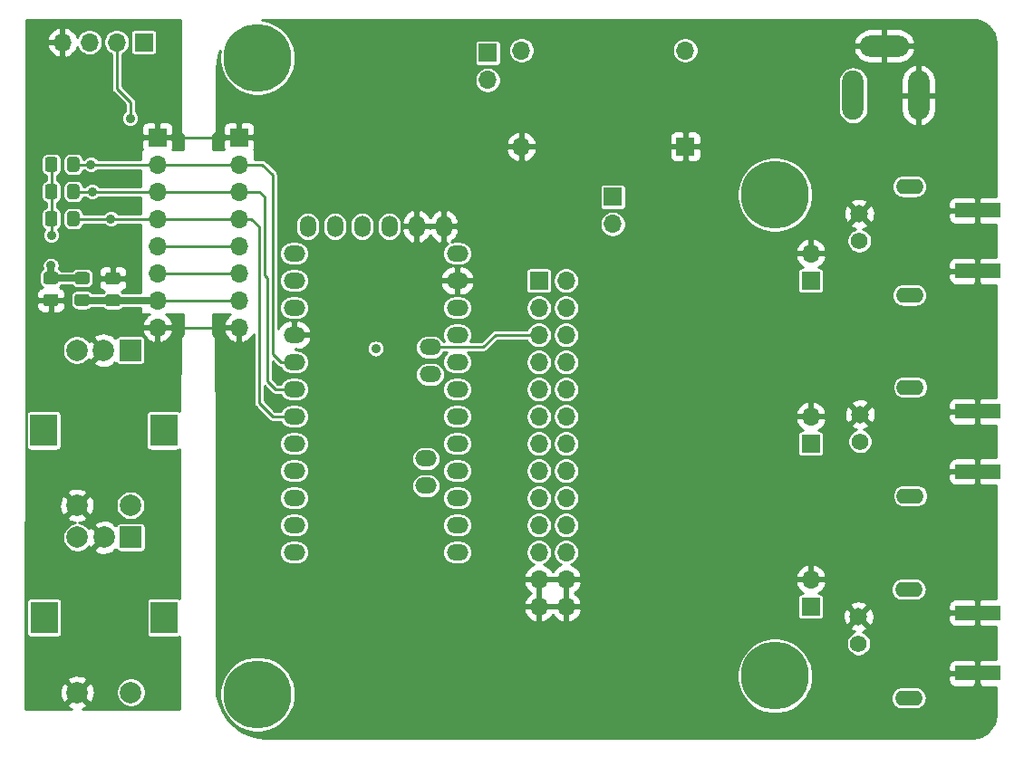
<source format=gbr>
G04 #@! TF.GenerationSoftware,KiCad,Pcbnew,(5.1.10)-1*
G04 #@! TF.CreationDate,2022-01-21T04:26:57-05:00*
G04 #@! TF.ProjectId,ArduinoInABox,41726475-696e-46f4-996e-41426f782e6b,1*
G04 #@! TF.SameCoordinates,Original*
G04 #@! TF.FileFunction,Copper,L2,Bot*
G04 #@! TF.FilePolarity,Positive*
%FSLAX46Y46*%
G04 Gerber Fmt 4.6, Leading zero omitted, Abs format (unit mm)*
G04 Created by KiCad (PCBNEW (5.1.10)-1) date 2022-01-21 04:26:57*
%MOMM*%
%LPD*%
G01*
G04 APERTURE LIST*
G04 #@! TA.AperFunction,ComponentPad*
%ADD10O,1.700000X1.700000*%
G04 #@! TD*
G04 #@! TA.AperFunction,ComponentPad*
%ADD11R,1.700000X1.700000*%
G04 #@! TD*
G04 #@! TA.AperFunction,ComponentPad*
%ADD12O,2.000000X1.524000*%
G04 #@! TD*
G04 #@! TA.AperFunction,ComponentPad*
%ADD13O,1.524000X2.000000*%
G04 #@! TD*
G04 #@! TA.AperFunction,ComponentPad*
%ADD14C,2.000000*%
G04 #@! TD*
G04 #@! TA.AperFunction,ComponentPad*
%ADD15R,2.500000X3.000000*%
G04 #@! TD*
G04 #@! TA.AperFunction,ComponentPad*
%ADD16R,2.000000X2.000000*%
G04 #@! TD*
G04 #@! TA.AperFunction,ComponentPad*
%ADD17O,4.600000X2.000000*%
G04 #@! TD*
G04 #@! TA.AperFunction,ComponentPad*
%ADD18O,2.000000X4.600000*%
G04 #@! TD*
G04 #@! TA.AperFunction,ComponentPad*
%ADD19C,6.350000*%
G04 #@! TD*
G04 #@! TA.AperFunction,SMDPad,CuDef*
%ADD20R,4.200000X1.350000*%
G04 #@! TD*
G04 #@! TA.AperFunction,ComponentPad*
%ADD21O,2.600000X1.400000*%
G04 #@! TD*
G04 #@! TA.AperFunction,ComponentPad*
%ADD22C,1.651000*%
G04 #@! TD*
G04 #@! TA.AperFunction,ComponentPad*
%ADD23C,1.574800*%
G04 #@! TD*
G04 #@! TA.AperFunction,ViaPad*
%ADD24C,0.889000*%
G04 #@! TD*
G04 #@! TA.AperFunction,Conductor*
%ADD25C,0.254000*%
G04 #@! TD*
G04 #@! TA.AperFunction,Conductor*
%ADD26C,0.635000*%
G04 #@! TD*
G04 #@! TA.AperFunction,Conductor*
%ADD27C,0.150000*%
G04 #@! TD*
G04 APERTURE END LIST*
D10*
X100250000Y-31040000D03*
X102790000Y-31040000D03*
X105330000Y-31040000D03*
D11*
X107870000Y-31040000D03*
D10*
X143160000Y-31800000D03*
X158460000Y-31800000D03*
X143160000Y-40800000D03*
D11*
X158460000Y-40800000D03*
D10*
X116760000Y-57710000D03*
X116760000Y-55170000D03*
X116760000Y-52630000D03*
X116760000Y-50090000D03*
X116760000Y-47550000D03*
X116760000Y-45010000D03*
X116760000Y-42470000D03*
D11*
X116760000Y-39930000D03*
D12*
X134239000Y-72517000D03*
X134239000Y-69977000D03*
X134620000Y-62103000D03*
X134620000Y-59563000D03*
X137160000Y-78740000D03*
X137160000Y-76200000D03*
X137160000Y-73660000D03*
X137160000Y-71120000D03*
X137160000Y-68580000D03*
X137160000Y-66040000D03*
X137160000Y-63500000D03*
X137160000Y-60960000D03*
X137160000Y-58420000D03*
X137160000Y-55880000D03*
X137160000Y-53340000D03*
X137160000Y-50800000D03*
X121920000Y-78740000D03*
X121920000Y-76200000D03*
X121920000Y-73660000D03*
X121920000Y-71120000D03*
X121920000Y-68580000D03*
X121920000Y-66040000D03*
X121920000Y-63500000D03*
X121920000Y-60960000D03*
X121920000Y-58420000D03*
X121920000Y-55880000D03*
X121920000Y-53340000D03*
X121920000Y-50800000D03*
D13*
X135890000Y-48260000D03*
X133350000Y-48260000D03*
X130810000Y-48260000D03*
X128270000Y-48260000D03*
X125730000Y-48260000D03*
X123190000Y-48260000D03*
D14*
X101625400Y-74343600D03*
X106625400Y-74343600D03*
D15*
X98525400Y-67343600D03*
X109725400Y-67343600D03*
D14*
X101625400Y-59843600D03*
X104125400Y-59843600D03*
D16*
X106625400Y-59843600D03*
D10*
X109140000Y-57710000D03*
X109140000Y-55170000D03*
X109140000Y-52630000D03*
X109140000Y-50090000D03*
X109140000Y-47550000D03*
X109140000Y-45010000D03*
X109140000Y-42470000D03*
D11*
X109140000Y-39930000D03*
D17*
X177050000Y-31400000D03*
D18*
X174150000Y-36000000D03*
X180250000Y-36000000D03*
G04 #@! TA.AperFunction,SMDPad,CuDef*
G36*
G01*
X100700000Y-45460001D02*
X100700000Y-44559999D01*
G75*
G02*
X100949999Y-44310000I249999J0D01*
G01*
X101600001Y-44310000D01*
G75*
G02*
X101850000Y-44559999I0J-249999D01*
G01*
X101850000Y-45460001D01*
G75*
G02*
X101600001Y-45710000I-249999J0D01*
G01*
X100949999Y-45710000D01*
G75*
G02*
X100700000Y-45460001I0J249999D01*
G01*
G37*
G04 #@! TD.AperFunction*
G04 #@! TA.AperFunction,SMDPad,CuDef*
G36*
G01*
X98650000Y-45460001D02*
X98650000Y-44559999D01*
G75*
G02*
X98899999Y-44310000I249999J0D01*
G01*
X99550001Y-44310000D01*
G75*
G02*
X99800000Y-44559999I0J-249999D01*
G01*
X99800000Y-45460001D01*
G75*
G02*
X99550001Y-45710000I-249999J0D01*
G01*
X98899999Y-45710000D01*
G75*
G02*
X98650000Y-45460001I0J249999D01*
G01*
G37*
G04 #@! TD.AperFunction*
G04 #@! TA.AperFunction,SMDPad,CuDef*
G36*
G01*
X100700000Y-42920001D02*
X100700000Y-42019999D01*
G75*
G02*
X100949999Y-41770000I249999J0D01*
G01*
X101600001Y-41770000D01*
G75*
G02*
X101850000Y-42019999I0J-249999D01*
G01*
X101850000Y-42920001D01*
G75*
G02*
X101600001Y-43170000I-249999J0D01*
G01*
X100949999Y-43170000D01*
G75*
G02*
X100700000Y-42920001I0J249999D01*
G01*
G37*
G04 #@! TD.AperFunction*
G04 #@! TA.AperFunction,SMDPad,CuDef*
G36*
G01*
X98650000Y-42920001D02*
X98650000Y-42019999D01*
G75*
G02*
X98899999Y-41770000I249999J0D01*
G01*
X99550001Y-41770000D01*
G75*
G02*
X99800000Y-42019999I0J-249999D01*
G01*
X99800000Y-42920001D01*
G75*
G02*
X99550001Y-43170000I-249999J0D01*
G01*
X98899999Y-43170000D01*
G75*
G02*
X98650000Y-42920001I0J249999D01*
G01*
G37*
G04 #@! TD.AperFunction*
G04 #@! TA.AperFunction,SMDPad,CuDef*
G36*
G01*
X100700000Y-48000001D02*
X100700000Y-47099999D01*
G75*
G02*
X100949999Y-46850000I249999J0D01*
G01*
X101600001Y-46850000D01*
G75*
G02*
X101850000Y-47099999I0J-249999D01*
G01*
X101850000Y-48000001D01*
G75*
G02*
X101600001Y-48250000I-249999J0D01*
G01*
X100949999Y-48250000D01*
G75*
G02*
X100700000Y-48000001I0J249999D01*
G01*
G37*
G04 #@! TD.AperFunction*
G04 #@! TA.AperFunction,SMDPad,CuDef*
G36*
G01*
X98650000Y-48000001D02*
X98650000Y-47099999D01*
G75*
G02*
X98899999Y-46850000I249999J0D01*
G01*
X99550001Y-46850000D01*
G75*
G02*
X99800000Y-47099999I0J-249999D01*
G01*
X99800000Y-48000001D01*
G75*
G02*
X99550001Y-48250000I-249999J0D01*
G01*
X98899999Y-48250000D01*
G75*
G02*
X98650000Y-48000001I0J249999D01*
G01*
G37*
G04 #@! TD.AperFunction*
D16*
X106650800Y-77344200D03*
D14*
X104150800Y-77344200D03*
X101650800Y-77344200D03*
D15*
X109750800Y-84844200D03*
X98550800Y-84844200D03*
D14*
X106650800Y-91844200D03*
X101650800Y-91844200D03*
D19*
X166850000Y-45300000D03*
X118500000Y-92000000D03*
X166850000Y-90300000D03*
X118500000Y-32500000D03*
D10*
X140002000Y-34590000D03*
D11*
X140002000Y-32050000D03*
D20*
X185775600Y-52431200D03*
X185775600Y-46781200D03*
X185775600Y-65551800D03*
X185775600Y-71201800D03*
X185775600Y-90048600D03*
X185775600Y-84398600D03*
D21*
X179406600Y-54686200D03*
X179406600Y-44526200D03*
D22*
X174726600Y-47066200D03*
D23*
X174726600Y-49606200D03*
X174802800Y-68376800D03*
D22*
X174802800Y-65836800D03*
D21*
X179482800Y-63296800D03*
X179482800Y-73456800D03*
X179330400Y-92354400D03*
X179330400Y-82194400D03*
D22*
X174650400Y-84734400D03*
D23*
X174650400Y-87274400D03*
D11*
X170180000Y-53340000D03*
D10*
X170180000Y-50800000D03*
X170180000Y-66040000D03*
D11*
X170180000Y-68580000D03*
X170180000Y-83820000D03*
D10*
X170180000Y-81280000D03*
G04 #@! TA.AperFunction,SMDPad,CuDef*
G36*
G01*
X105428201Y-55752800D02*
X104528199Y-55752800D01*
G75*
G02*
X104278200Y-55502801I0J249999D01*
G01*
X104278200Y-54852799D01*
G75*
G02*
X104528199Y-54602800I249999J0D01*
G01*
X105428201Y-54602800D01*
G75*
G02*
X105678200Y-54852799I0J-249999D01*
G01*
X105678200Y-55502801D01*
G75*
G02*
X105428201Y-55752800I-249999J0D01*
G01*
G37*
G04 #@! TD.AperFunction*
G04 #@! TA.AperFunction,SMDPad,CuDef*
G36*
G01*
X105428201Y-53702800D02*
X104528199Y-53702800D01*
G75*
G02*
X104278200Y-53452801I0J249999D01*
G01*
X104278200Y-52802799D01*
G75*
G02*
X104528199Y-52552800I249999J0D01*
G01*
X105428201Y-52552800D01*
G75*
G02*
X105678200Y-52802799I0J-249999D01*
G01*
X105678200Y-53452801D01*
G75*
G02*
X105428201Y-53702800I-249999J0D01*
G01*
G37*
G04 #@! TD.AperFunction*
G04 #@! TA.AperFunction,SMDPad,CuDef*
G36*
G01*
X98736999Y-54577400D02*
X99637001Y-54577400D01*
G75*
G02*
X99887000Y-54827399I0J-249999D01*
G01*
X99887000Y-55477401D01*
G75*
G02*
X99637001Y-55727400I-249999J0D01*
G01*
X98736999Y-55727400D01*
G75*
G02*
X98487000Y-55477401I0J249999D01*
G01*
X98487000Y-54827399D01*
G75*
G02*
X98736999Y-54577400I249999J0D01*
G01*
G37*
G04 #@! TD.AperFunction*
G04 #@! TA.AperFunction,SMDPad,CuDef*
G36*
G01*
X98736999Y-52527400D02*
X99637001Y-52527400D01*
G75*
G02*
X99887000Y-52777399I0J-249999D01*
G01*
X99887000Y-53427401D01*
G75*
G02*
X99637001Y-53677400I-249999J0D01*
G01*
X98736999Y-53677400D01*
G75*
G02*
X98487000Y-53427401I0J249999D01*
G01*
X98487000Y-52777399D01*
G75*
G02*
X98736999Y-52527400I249999J0D01*
G01*
G37*
G04 #@! TD.AperFunction*
G04 #@! TA.AperFunction,SMDPad,CuDef*
G36*
G01*
X102558001Y-55727400D02*
X101657999Y-55727400D01*
G75*
G02*
X101408000Y-55477401I0J249999D01*
G01*
X101408000Y-54827399D01*
G75*
G02*
X101657999Y-54577400I249999J0D01*
G01*
X102558001Y-54577400D01*
G75*
G02*
X102808000Y-54827399I0J-249999D01*
G01*
X102808000Y-55477401D01*
G75*
G02*
X102558001Y-55727400I-249999J0D01*
G01*
G37*
G04 #@! TD.AperFunction*
G04 #@! TA.AperFunction,SMDPad,CuDef*
G36*
G01*
X102558001Y-53677400D02*
X101657999Y-53677400D01*
G75*
G02*
X101408000Y-53427401I0J249999D01*
G01*
X101408000Y-52777399D01*
G75*
G02*
X101657999Y-52527400I249999J0D01*
G01*
X102558001Y-52527400D01*
G75*
G02*
X102808000Y-52777399I0J-249999D01*
G01*
X102808000Y-53427401D01*
G75*
G02*
X102558001Y-53677400I-249999J0D01*
G01*
G37*
G04 #@! TD.AperFunction*
D11*
X144780000Y-53340000D03*
D10*
X147320000Y-53340000D03*
X144780000Y-55880000D03*
X147320000Y-55880000D03*
X144780000Y-58420000D03*
X147320000Y-58420000D03*
X144780000Y-60960000D03*
X147320000Y-60960000D03*
X144780000Y-63500000D03*
X147320000Y-63500000D03*
X144780000Y-66040000D03*
X147320000Y-66040000D03*
X144780000Y-68580000D03*
X147320000Y-68580000D03*
X144780000Y-71120000D03*
X147320000Y-71120000D03*
X144780000Y-73660000D03*
X147320000Y-73660000D03*
X144780000Y-76200000D03*
X147320000Y-76200000D03*
X144780000Y-78740000D03*
X147320000Y-78740000D03*
X144780000Y-81280000D03*
X147320000Y-81280000D03*
X144780000Y-83820000D03*
X147320000Y-83820000D03*
D11*
X151685001Y-45513001D03*
D10*
X151685001Y-48053001D03*
D24*
X131314200Y-54103200D03*
X140332000Y-48564000D03*
X117962158Y-65502804D03*
X144114000Y-49966000D03*
X185750200Y-45313600D03*
X185775600Y-53822600D03*
X185750200Y-63957200D03*
X185775600Y-72669400D03*
X185775600Y-82905600D03*
X185775600Y-91363800D03*
X169615000Y-32906200D03*
X162630000Y-35878000D03*
X106600000Y-38152000D03*
X129540000Y-59690000D03*
X102917000Y-42470000D03*
X103060500Y-45010000D03*
X104809300Y-47550000D03*
X99237800Y-49072800D03*
X99187000Y-51943000D03*
D25*
X109140000Y-57710000D02*
X116760000Y-57710000D01*
X109140000Y-39930000D02*
X116760000Y-39930000D01*
X109140000Y-55170000D02*
X116760000Y-55170000D01*
D26*
X109140000Y-55170000D02*
X106662400Y-55170000D01*
X102133400Y-55177800D02*
X102108000Y-55152400D01*
X104978200Y-55177800D02*
X102133400Y-55177800D01*
X104986000Y-55170000D02*
X104978200Y-55177800D01*
X109140000Y-55170000D02*
X104986000Y-55170000D01*
D25*
X109140000Y-52630000D02*
X116760000Y-52630000D01*
X106600000Y-38152000D02*
X106600000Y-36628000D01*
X105330000Y-35358000D02*
X105330000Y-31040000D01*
X106600000Y-36628000D02*
X105330000Y-35358000D01*
X109140000Y-50090000D02*
X116760000Y-50090000D01*
X140716000Y-58420000D02*
X139573000Y-59563000D01*
X144780000Y-58420000D02*
X140716000Y-58420000D01*
X134620000Y-59563000D02*
X139573000Y-59563000D01*
X106355000Y-42470000D02*
X109140000Y-42470000D01*
X109140000Y-42470000D02*
X116760000Y-42470000D01*
X101275000Y-42470000D02*
X109140000Y-42470000D01*
X118924000Y-42470000D02*
X116760000Y-42470000D01*
X121920000Y-60960000D02*
X120650000Y-60960000D01*
X119888010Y-60198010D02*
X119888010Y-43434010D01*
X119888010Y-43434010D02*
X118924000Y-42470000D01*
X120650000Y-60960000D02*
X119888010Y-60198010D01*
X101275000Y-45010000D02*
X109140000Y-45010000D01*
X109140000Y-45010000D02*
X111005132Y-45010000D01*
X111005132Y-45010000D02*
X111005151Y-45010019D01*
X109140000Y-45010000D02*
X116760000Y-45010000D01*
X121920000Y-63500000D02*
X120142000Y-63500000D01*
X120142000Y-63500000D02*
X119380000Y-62738000D01*
X119126010Y-52832010D02*
X119126010Y-45466010D01*
X119380000Y-53086000D02*
X119126010Y-52832010D01*
X119380000Y-62738000D02*
X119380000Y-53086000D01*
X118670000Y-45010000D02*
X116760000Y-45010000D01*
X119126010Y-45466010D02*
X118670000Y-45010000D01*
X101275000Y-47550000D02*
X109140000Y-47550000D01*
X109140000Y-47550000D02*
X116760000Y-47550000D01*
X121920000Y-66040000D02*
X119888000Y-66040000D01*
X119888000Y-66040000D02*
X118618000Y-64770000D01*
X118618000Y-64770000D02*
X118618000Y-48260000D01*
X117908000Y-47550000D02*
X116760000Y-47550000D01*
X118618000Y-48260000D02*
X117908000Y-47550000D01*
X99225000Y-42470000D02*
X99225000Y-45010000D01*
X99225000Y-45010000D02*
X99225000Y-47550000D01*
X99225000Y-49060000D02*
X99237800Y-49072800D01*
X99225000Y-47550000D02*
X99225000Y-49060000D01*
D26*
X102108000Y-53102400D02*
X99187000Y-53102400D01*
X99187000Y-53102400D02*
X99187000Y-51943000D01*
D25*
X111249001Y-39299221D02*
X111246915Y-39320400D01*
X111255237Y-39404891D01*
X111279882Y-39486134D01*
X111319903Y-39561009D01*
X111373763Y-39626637D01*
X111439391Y-39680497D01*
X111514266Y-39720518D01*
X111575379Y-39739057D01*
X111578141Y-41098400D01*
X110539830Y-41098400D01*
X110579502Y-41024180D01*
X110615812Y-40904482D01*
X110628072Y-40780000D01*
X110625000Y-40215750D01*
X110466250Y-40057000D01*
X109267000Y-40057000D01*
X109267000Y-40077000D01*
X109013000Y-40077000D01*
X109013000Y-40057000D01*
X107813750Y-40057000D01*
X107655000Y-40215750D01*
X107651928Y-40780000D01*
X107664188Y-40904482D01*
X107700498Y-41024180D01*
X107740170Y-41098400D01*
X107692200Y-41098400D01*
X107667424Y-41100840D01*
X107643599Y-41108067D01*
X107621643Y-41119803D01*
X107602397Y-41135597D01*
X107586603Y-41154843D01*
X107574867Y-41176799D01*
X107567640Y-41200624D01*
X107565200Y-41225186D01*
X107563960Y-41962000D01*
X103570385Y-41962000D01*
X103558208Y-41943775D01*
X103443225Y-41828792D01*
X103308021Y-41738452D01*
X103157789Y-41676224D01*
X102998305Y-41644500D01*
X102835695Y-41644500D01*
X102676211Y-41676224D01*
X102525979Y-41738452D01*
X102390775Y-41828792D01*
X102275792Y-41943775D01*
X102263615Y-41962000D01*
X102227131Y-41962000D01*
X102220683Y-41896538D01*
X102184671Y-41777821D01*
X102126190Y-41668411D01*
X102047488Y-41572512D01*
X101951589Y-41493810D01*
X101842179Y-41435329D01*
X101723462Y-41399317D01*
X101600001Y-41387157D01*
X100949999Y-41387157D01*
X100826538Y-41399317D01*
X100707821Y-41435329D01*
X100598411Y-41493810D01*
X100502512Y-41572512D01*
X100423810Y-41668411D01*
X100365329Y-41777821D01*
X100329317Y-41896538D01*
X100317157Y-42019999D01*
X100317157Y-42920001D01*
X100329317Y-43043462D01*
X100365329Y-43162179D01*
X100423810Y-43271589D01*
X100502512Y-43367488D01*
X100598411Y-43446190D01*
X100707821Y-43504671D01*
X100826538Y-43540683D01*
X100949999Y-43552843D01*
X101600001Y-43552843D01*
X101723462Y-43540683D01*
X101842179Y-43504671D01*
X101951589Y-43446190D01*
X102047488Y-43367488D01*
X102126190Y-43271589D01*
X102184671Y-43162179D01*
X102220683Y-43043462D01*
X102227131Y-42978000D01*
X102263615Y-42978000D01*
X102275792Y-42996225D01*
X102390775Y-43111208D01*
X102525979Y-43201548D01*
X102676211Y-43263776D01*
X102835695Y-43295500D01*
X102998305Y-43295500D01*
X103157789Y-43263776D01*
X103308021Y-43201548D01*
X103443225Y-43111208D01*
X103558208Y-42996225D01*
X103570385Y-42978000D01*
X107562249Y-42978000D01*
X107559683Y-44502000D01*
X103713885Y-44502000D01*
X103701708Y-44483775D01*
X103586725Y-44368792D01*
X103451521Y-44278452D01*
X103301289Y-44216224D01*
X103141805Y-44184500D01*
X102979195Y-44184500D01*
X102819711Y-44216224D01*
X102669479Y-44278452D01*
X102534275Y-44368792D01*
X102419292Y-44483775D01*
X102407115Y-44502000D01*
X102227131Y-44502000D01*
X102220683Y-44436538D01*
X102184671Y-44317821D01*
X102126190Y-44208411D01*
X102047488Y-44112512D01*
X101951589Y-44033810D01*
X101842179Y-43975329D01*
X101723462Y-43939317D01*
X101600001Y-43927157D01*
X100949999Y-43927157D01*
X100826538Y-43939317D01*
X100707821Y-43975329D01*
X100598411Y-44033810D01*
X100502512Y-44112512D01*
X100423810Y-44208411D01*
X100365329Y-44317821D01*
X100329317Y-44436538D01*
X100317157Y-44559999D01*
X100317157Y-45460001D01*
X100329317Y-45583462D01*
X100365329Y-45702179D01*
X100423810Y-45811589D01*
X100502512Y-45907488D01*
X100598411Y-45986190D01*
X100707821Y-46044671D01*
X100826538Y-46080683D01*
X100949999Y-46092843D01*
X101600001Y-46092843D01*
X101723462Y-46080683D01*
X101842179Y-46044671D01*
X101951589Y-45986190D01*
X102047488Y-45907488D01*
X102126190Y-45811589D01*
X102184671Y-45702179D01*
X102220683Y-45583462D01*
X102227131Y-45518000D01*
X102407115Y-45518000D01*
X102419292Y-45536225D01*
X102534275Y-45651208D01*
X102669479Y-45741548D01*
X102819711Y-45803776D01*
X102979195Y-45835500D01*
X103141805Y-45835500D01*
X103301289Y-45803776D01*
X103451521Y-45741548D01*
X103586725Y-45651208D01*
X103701708Y-45536225D01*
X103713885Y-45518000D01*
X107557973Y-45518000D01*
X107555407Y-47042000D01*
X105462685Y-47042000D01*
X105450508Y-47023775D01*
X105335525Y-46908792D01*
X105200321Y-46818452D01*
X105050089Y-46756224D01*
X104890605Y-46724500D01*
X104727995Y-46724500D01*
X104568511Y-46756224D01*
X104418279Y-46818452D01*
X104283075Y-46908792D01*
X104168092Y-47023775D01*
X104155915Y-47042000D01*
X102227131Y-47042000D01*
X102220683Y-46976538D01*
X102184671Y-46857821D01*
X102126190Y-46748411D01*
X102047488Y-46652512D01*
X101951589Y-46573810D01*
X101842179Y-46515329D01*
X101723462Y-46479317D01*
X101600001Y-46467157D01*
X100949999Y-46467157D01*
X100826538Y-46479317D01*
X100707821Y-46515329D01*
X100598411Y-46573810D01*
X100502512Y-46652512D01*
X100423810Y-46748411D01*
X100365329Y-46857821D01*
X100329317Y-46976538D01*
X100317157Y-47099999D01*
X100317157Y-48000001D01*
X100329317Y-48123462D01*
X100365329Y-48242179D01*
X100423810Y-48351589D01*
X100502512Y-48447488D01*
X100598411Y-48526190D01*
X100707821Y-48584671D01*
X100826538Y-48620683D01*
X100949999Y-48632843D01*
X101600001Y-48632843D01*
X101723462Y-48620683D01*
X101842179Y-48584671D01*
X101951589Y-48526190D01*
X102047488Y-48447488D01*
X102126190Y-48351589D01*
X102184671Y-48242179D01*
X102220683Y-48123462D01*
X102227131Y-48058000D01*
X104155915Y-48058000D01*
X104168092Y-48076225D01*
X104283075Y-48191208D01*
X104418279Y-48281548D01*
X104568511Y-48343776D01*
X104727995Y-48375500D01*
X104890605Y-48375500D01*
X105050089Y-48343776D01*
X105200321Y-48281548D01*
X105335525Y-48191208D01*
X105450508Y-48076225D01*
X105462685Y-48058000D01*
X107553697Y-48058000D01*
X107542900Y-54471500D01*
X105930007Y-54471500D01*
X105875688Y-54405312D01*
X105784420Y-54330411D01*
X105802682Y-54328612D01*
X105922380Y-54292302D01*
X106032694Y-54233337D01*
X106129385Y-54153985D01*
X106208737Y-54057294D01*
X106267702Y-53946980D01*
X106304012Y-53827282D01*
X106316272Y-53702800D01*
X106313200Y-53413550D01*
X106154450Y-53254800D01*
X105105200Y-53254800D01*
X105105200Y-53274800D01*
X104851200Y-53274800D01*
X104851200Y-53254800D01*
X103801950Y-53254800D01*
X103643200Y-53413550D01*
X103640128Y-53702800D01*
X103652388Y-53827282D01*
X103688698Y-53946980D01*
X103747663Y-54057294D01*
X103827015Y-54153985D01*
X103923706Y-54233337D01*
X104034020Y-54292302D01*
X104153718Y-54328612D01*
X104171980Y-54330411D01*
X104080712Y-54405312D01*
X104019992Y-54479300D01*
X103086055Y-54479300D01*
X103084190Y-54475811D01*
X103005488Y-54379912D01*
X102909589Y-54301210D01*
X102800179Y-54242729D01*
X102681462Y-54206717D01*
X102558001Y-54194557D01*
X101657999Y-54194557D01*
X101534538Y-54206717D01*
X101415821Y-54242729D01*
X101306411Y-54301210D01*
X101210512Y-54379912D01*
X101131810Y-54475811D01*
X101073329Y-54585221D01*
X101037317Y-54703938D01*
X101025157Y-54827399D01*
X101025157Y-55477401D01*
X101037317Y-55600862D01*
X101073329Y-55719579D01*
X101131810Y-55828989D01*
X101210512Y-55924888D01*
X101306411Y-56003590D01*
X101415821Y-56062071D01*
X101534538Y-56098083D01*
X101657999Y-56110243D01*
X102558001Y-56110243D01*
X102681462Y-56098083D01*
X102800179Y-56062071D01*
X102909589Y-56003590D01*
X103005488Y-55924888D01*
X103045363Y-55876300D01*
X104019992Y-55876300D01*
X104080712Y-55950288D01*
X104176611Y-56028990D01*
X104286021Y-56087471D01*
X104404738Y-56123483D01*
X104528199Y-56135643D01*
X105428201Y-56135643D01*
X105551662Y-56123483D01*
X105670379Y-56087471D01*
X105779789Y-56028990D01*
X105875688Y-55950288D01*
X105942809Y-55868500D01*
X107540548Y-55868500D01*
X107539800Y-56312786D01*
X107542199Y-56337567D01*
X107549386Y-56361403D01*
X107561085Y-56383380D01*
X107576846Y-56402651D01*
X107596065Y-56418478D01*
X107618002Y-56430251D01*
X107641814Y-56437518D01*
X107666800Y-56440000D01*
X108384255Y-56440000D01*
X108258645Y-56514822D01*
X108042412Y-56709731D01*
X107868359Y-56943080D01*
X107743175Y-57205901D01*
X107698524Y-57353110D01*
X107819845Y-57583000D01*
X109013000Y-57583000D01*
X109013000Y-57563000D01*
X109267000Y-57563000D01*
X109267000Y-57583000D01*
X110460155Y-57583000D01*
X110581476Y-57353110D01*
X110536825Y-57205901D01*
X110411641Y-56943080D01*
X110237588Y-56709731D01*
X110021355Y-56514822D01*
X109895745Y-56440000D01*
X111528114Y-56440000D01*
X111535944Y-58369985D01*
X111513866Y-58376682D01*
X111438991Y-58416703D01*
X111373363Y-58470563D01*
X111319503Y-58536191D01*
X111279482Y-58611066D01*
X111254837Y-58692309D01*
X111246515Y-58776800D01*
X111248982Y-58801850D01*
X111244077Y-65571220D01*
X111188096Y-65525278D01*
X111121908Y-65489899D01*
X111050089Y-65468113D01*
X110975400Y-65460757D01*
X108475400Y-65460757D01*
X108400711Y-65468113D01*
X108328892Y-65489899D01*
X108262704Y-65525278D01*
X108204689Y-65572889D01*
X108157078Y-65630904D01*
X108121699Y-65697092D01*
X108099913Y-65768911D01*
X108092557Y-65843600D01*
X108092557Y-68843600D01*
X108099913Y-68918289D01*
X108121699Y-68990108D01*
X108157078Y-69056296D01*
X108204689Y-69114311D01*
X108262704Y-69161922D01*
X108328892Y-69197301D01*
X108400711Y-69219087D01*
X108475400Y-69226443D01*
X110975400Y-69226443D01*
X111050089Y-69219087D01*
X111121908Y-69197301D01*
X111188096Y-69161922D01*
X111241507Y-69118090D01*
X111231418Y-83040586D01*
X111213496Y-83025878D01*
X111147308Y-82990499D01*
X111075489Y-82968713D01*
X111000800Y-82961357D01*
X108500800Y-82961357D01*
X108426111Y-82968713D01*
X108354292Y-82990499D01*
X108288104Y-83025878D01*
X108230089Y-83073489D01*
X108182478Y-83131504D01*
X108147099Y-83197692D01*
X108125313Y-83269511D01*
X108117957Y-83344200D01*
X108117957Y-86344200D01*
X108125313Y-86418889D01*
X108147099Y-86490708D01*
X108182478Y-86556896D01*
X108230089Y-86614911D01*
X108288104Y-86662522D01*
X108354292Y-86697901D01*
X108426111Y-86719687D01*
X108500800Y-86727043D01*
X111000800Y-86727043D01*
X111075489Y-86719687D01*
X111147308Y-86697901D01*
X111213496Y-86662522D01*
X111228802Y-86649961D01*
X111223912Y-93397800D01*
X102160882Y-93397800D01*
X102336888Y-93336995D01*
X102510844Y-93244014D01*
X102606608Y-92979613D01*
X101650800Y-92023805D01*
X100694992Y-92979613D01*
X100790756Y-93244014D01*
X101080371Y-93384904D01*
X101129558Y-93397800D01*
X96845767Y-93397800D01*
X96846346Y-91906795D01*
X100009082Y-91906795D01*
X100052839Y-92225875D01*
X100158005Y-92530288D01*
X100250986Y-92704244D01*
X100515387Y-92800008D01*
X101471195Y-91844200D01*
X101830405Y-91844200D01*
X102786213Y-92800008D01*
X103050614Y-92704244D01*
X103191504Y-92414629D01*
X103273184Y-92103092D01*
X103292518Y-91781605D01*
X103282450Y-91708183D01*
X105269800Y-91708183D01*
X105269800Y-91980217D01*
X105322871Y-92247023D01*
X105426974Y-92498349D01*
X105578107Y-92724536D01*
X105770464Y-92916893D01*
X105996651Y-93068026D01*
X106247977Y-93172129D01*
X106514783Y-93225200D01*
X106786817Y-93225200D01*
X107053623Y-93172129D01*
X107304949Y-93068026D01*
X107531136Y-92916893D01*
X107723493Y-92724536D01*
X107874626Y-92498349D01*
X107978729Y-92247023D01*
X108031800Y-91980217D01*
X108031800Y-91708183D01*
X107978729Y-91441377D01*
X107874626Y-91190051D01*
X107723493Y-90963864D01*
X107531136Y-90771507D01*
X107304949Y-90620374D01*
X107053623Y-90516271D01*
X106786817Y-90463200D01*
X106514783Y-90463200D01*
X106247977Y-90516271D01*
X105996651Y-90620374D01*
X105770464Y-90771507D01*
X105578107Y-90963864D01*
X105426974Y-91190051D01*
X105322871Y-91441377D01*
X105269800Y-91708183D01*
X103282450Y-91708183D01*
X103248761Y-91462525D01*
X103143595Y-91158112D01*
X103050614Y-90984156D01*
X102786213Y-90888392D01*
X101830405Y-91844200D01*
X101471195Y-91844200D01*
X100515387Y-90888392D01*
X100250986Y-90984156D01*
X100110096Y-91273771D01*
X100028416Y-91585308D01*
X100009082Y-91906795D01*
X96846346Y-91906795D01*
X96846811Y-90708787D01*
X100694992Y-90708787D01*
X101650800Y-91664595D01*
X102606608Y-90708787D01*
X102510844Y-90444386D01*
X102221229Y-90303496D01*
X101909692Y-90221816D01*
X101588205Y-90202482D01*
X101269125Y-90246239D01*
X100964712Y-90351405D01*
X100790756Y-90444386D01*
X100694992Y-90708787D01*
X96846811Y-90708787D01*
X96849675Y-83344200D01*
X96917957Y-83344200D01*
X96917957Y-86344200D01*
X96925313Y-86418889D01*
X96947099Y-86490708D01*
X96982478Y-86556896D01*
X97030089Y-86614911D01*
X97088104Y-86662522D01*
X97154292Y-86697901D01*
X97226111Y-86719687D01*
X97300800Y-86727043D01*
X99800800Y-86727043D01*
X99875489Y-86719687D01*
X99947308Y-86697901D01*
X100013496Y-86662522D01*
X100071511Y-86614911D01*
X100119122Y-86556896D01*
X100154501Y-86490708D01*
X100176287Y-86418889D01*
X100183643Y-86344200D01*
X100183643Y-83344200D01*
X100176287Y-83269511D01*
X100154501Y-83197692D01*
X100119122Y-83131504D01*
X100071511Y-83073489D01*
X100013496Y-83025878D01*
X99947308Y-82990499D01*
X99875489Y-82968713D01*
X99800800Y-82961357D01*
X97300800Y-82961357D01*
X97226111Y-82968713D01*
X97154292Y-82990499D01*
X97088104Y-83025878D01*
X97030089Y-83073489D01*
X96982478Y-83131504D01*
X96947099Y-83197692D01*
X96925313Y-83269511D01*
X96917957Y-83344200D01*
X96849675Y-83344200D01*
X96852060Y-77208183D01*
X100269800Y-77208183D01*
X100269800Y-77480217D01*
X100322871Y-77747023D01*
X100426974Y-77998349D01*
X100578107Y-78224536D01*
X100770464Y-78416893D01*
X100996651Y-78568026D01*
X101247977Y-78672129D01*
X101514783Y-78725200D01*
X101786817Y-78725200D01*
X102053623Y-78672129D01*
X102304949Y-78568026D01*
X102531136Y-78416893D01*
X102723493Y-78224536D01*
X102744793Y-78192658D01*
X102750986Y-78204244D01*
X103015387Y-78300008D01*
X103971195Y-77344200D01*
X103015387Y-76388392D01*
X102750986Y-76484156D01*
X102745115Y-76496224D01*
X102723493Y-76463864D01*
X102531136Y-76271507D01*
X102437269Y-76208787D01*
X103194992Y-76208787D01*
X104150800Y-77164595D01*
X104164943Y-77150453D01*
X104344548Y-77330058D01*
X104330405Y-77344200D01*
X104344548Y-77358343D01*
X104164943Y-77537948D01*
X104150800Y-77523805D01*
X103194992Y-78479613D01*
X103290756Y-78744014D01*
X103580371Y-78884904D01*
X103891908Y-78966584D01*
X104213395Y-78985918D01*
X104532475Y-78942161D01*
X104836888Y-78836995D01*
X105010844Y-78744014D01*
X105106607Y-78479615D01*
X105222275Y-78595283D01*
X105307462Y-78510096D01*
X105332478Y-78556896D01*
X105380089Y-78614911D01*
X105438104Y-78662522D01*
X105504292Y-78697901D01*
X105576111Y-78719687D01*
X105650800Y-78727043D01*
X107650800Y-78727043D01*
X107725489Y-78719687D01*
X107797308Y-78697901D01*
X107863496Y-78662522D01*
X107921511Y-78614911D01*
X107969122Y-78556896D01*
X108004501Y-78490708D01*
X108026287Y-78418889D01*
X108033643Y-78344200D01*
X108033643Y-76344200D01*
X108026287Y-76269511D01*
X108004501Y-76197692D01*
X107969122Y-76131504D01*
X107921511Y-76073489D01*
X107863496Y-76025878D01*
X107797308Y-75990499D01*
X107725489Y-75968713D01*
X107650800Y-75961357D01*
X105650800Y-75961357D01*
X105576111Y-75968713D01*
X105504292Y-75990499D01*
X105438104Y-76025878D01*
X105380089Y-76073489D01*
X105332478Y-76131504D01*
X105307462Y-76178304D01*
X105222275Y-76093117D01*
X105106607Y-76208785D01*
X105010844Y-75944386D01*
X104721229Y-75803496D01*
X104409692Y-75721816D01*
X104088205Y-75702482D01*
X103769125Y-75746239D01*
X103464712Y-75851405D01*
X103290756Y-75944386D01*
X103194992Y-76208787D01*
X102437269Y-76208787D01*
X102304949Y-76120374D01*
X102053623Y-76016271D01*
X101812308Y-75968270D01*
X102007075Y-75941561D01*
X102311488Y-75836395D01*
X102485444Y-75743414D01*
X102581208Y-75479013D01*
X101625400Y-74523205D01*
X100669592Y-75479013D01*
X100765356Y-75743414D01*
X101054971Y-75884304D01*
X101366508Y-75965984D01*
X101469614Y-75972185D01*
X101247977Y-76016271D01*
X100996651Y-76120374D01*
X100770464Y-76271507D01*
X100578107Y-76463864D01*
X100426974Y-76690051D01*
X100322871Y-76941377D01*
X100269800Y-77208183D01*
X96852060Y-77208183D01*
X96853150Y-74406195D01*
X99983682Y-74406195D01*
X100027439Y-74725275D01*
X100132605Y-75029688D01*
X100225586Y-75203644D01*
X100489987Y-75299408D01*
X101445795Y-74343600D01*
X101805005Y-74343600D01*
X102760813Y-75299408D01*
X103025214Y-75203644D01*
X103166104Y-74914029D01*
X103247784Y-74602492D01*
X103267118Y-74281005D01*
X103257050Y-74207583D01*
X105244400Y-74207583D01*
X105244400Y-74479617D01*
X105297471Y-74746423D01*
X105401574Y-74997749D01*
X105552707Y-75223936D01*
X105745064Y-75416293D01*
X105971251Y-75567426D01*
X106222577Y-75671529D01*
X106489383Y-75724600D01*
X106761417Y-75724600D01*
X107028223Y-75671529D01*
X107279549Y-75567426D01*
X107505736Y-75416293D01*
X107698093Y-75223936D01*
X107849226Y-74997749D01*
X107953329Y-74746423D01*
X108006400Y-74479617D01*
X108006400Y-74207583D01*
X107953329Y-73940777D01*
X107849226Y-73689451D01*
X107698093Y-73463264D01*
X107505736Y-73270907D01*
X107279549Y-73119774D01*
X107028223Y-73015671D01*
X106761417Y-72962600D01*
X106489383Y-72962600D01*
X106222577Y-73015671D01*
X105971251Y-73119774D01*
X105745064Y-73270907D01*
X105552707Y-73463264D01*
X105401574Y-73689451D01*
X105297471Y-73940777D01*
X105244400Y-74207583D01*
X103257050Y-74207583D01*
X103223361Y-73961925D01*
X103118195Y-73657512D01*
X103025214Y-73483556D01*
X102760813Y-73387792D01*
X101805005Y-74343600D01*
X101445795Y-74343600D01*
X100489987Y-73387792D01*
X100225586Y-73483556D01*
X100084696Y-73773171D01*
X100003016Y-74084708D01*
X99983682Y-74406195D01*
X96853150Y-74406195D01*
X96853615Y-73208187D01*
X100669592Y-73208187D01*
X101625400Y-74163995D01*
X102581208Y-73208187D01*
X102485444Y-72943786D01*
X102195829Y-72802896D01*
X101884292Y-72721216D01*
X101562805Y-72701882D01*
X101243725Y-72745639D01*
X100939312Y-72850805D01*
X100765356Y-72943786D01*
X100669592Y-73208187D01*
X96853615Y-73208187D01*
X96856480Y-65843600D01*
X96892557Y-65843600D01*
X96892557Y-68843600D01*
X96899913Y-68918289D01*
X96921699Y-68990108D01*
X96957078Y-69056296D01*
X97004689Y-69114311D01*
X97062704Y-69161922D01*
X97128892Y-69197301D01*
X97200711Y-69219087D01*
X97275400Y-69226443D01*
X99775400Y-69226443D01*
X99850089Y-69219087D01*
X99921908Y-69197301D01*
X99988096Y-69161922D01*
X100046111Y-69114311D01*
X100093722Y-69056296D01*
X100129101Y-68990108D01*
X100150887Y-68918289D01*
X100158243Y-68843600D01*
X100158243Y-65843600D01*
X100150887Y-65768911D01*
X100129101Y-65697092D01*
X100093722Y-65630904D01*
X100046111Y-65572889D01*
X99988096Y-65525278D01*
X99921908Y-65489899D01*
X99850089Y-65468113D01*
X99775400Y-65460757D01*
X97275400Y-65460757D01*
X97200711Y-65468113D01*
X97128892Y-65489899D01*
X97062704Y-65525278D01*
X97004689Y-65572889D01*
X96957078Y-65630904D01*
X96921699Y-65697092D01*
X96899913Y-65768911D01*
X96892557Y-65843600D01*
X96856480Y-65843600D01*
X96858865Y-59707583D01*
X100244400Y-59707583D01*
X100244400Y-59979617D01*
X100297471Y-60246423D01*
X100401574Y-60497749D01*
X100552707Y-60723936D01*
X100745064Y-60916293D01*
X100971251Y-61067426D01*
X101222577Y-61171529D01*
X101489383Y-61224600D01*
X101761417Y-61224600D01*
X102028223Y-61171529D01*
X102279549Y-61067426D01*
X102505736Y-60916293D01*
X102698093Y-60723936D01*
X102719393Y-60692058D01*
X102725586Y-60703644D01*
X102989987Y-60799408D01*
X103945795Y-59843600D01*
X102989987Y-58887792D01*
X102725586Y-58983556D01*
X102719715Y-58995624D01*
X102698093Y-58963264D01*
X102505736Y-58770907D01*
X102411869Y-58708187D01*
X103169592Y-58708187D01*
X104125400Y-59663995D01*
X104139543Y-59649853D01*
X104319148Y-59829458D01*
X104305005Y-59843600D01*
X104319148Y-59857743D01*
X104139543Y-60037348D01*
X104125400Y-60023205D01*
X103169592Y-60979013D01*
X103265356Y-61243414D01*
X103554971Y-61384304D01*
X103866508Y-61465984D01*
X104187995Y-61485318D01*
X104507075Y-61441561D01*
X104811488Y-61336395D01*
X104985444Y-61243414D01*
X105081207Y-60979015D01*
X105196875Y-61094683D01*
X105282062Y-61009496D01*
X105307078Y-61056296D01*
X105354689Y-61114311D01*
X105412704Y-61161922D01*
X105478892Y-61197301D01*
X105550711Y-61219087D01*
X105625400Y-61226443D01*
X107625400Y-61226443D01*
X107700089Y-61219087D01*
X107771908Y-61197301D01*
X107838096Y-61161922D01*
X107896111Y-61114311D01*
X107943722Y-61056296D01*
X107979101Y-60990108D01*
X108000887Y-60918289D01*
X108008243Y-60843600D01*
X108008243Y-58843600D01*
X108000887Y-58768911D01*
X107979101Y-58697092D01*
X107943722Y-58630904D01*
X107896111Y-58572889D01*
X107838096Y-58525278D01*
X107771908Y-58489899D01*
X107700089Y-58468113D01*
X107625400Y-58460757D01*
X105625400Y-58460757D01*
X105550711Y-58468113D01*
X105478892Y-58489899D01*
X105412704Y-58525278D01*
X105354689Y-58572889D01*
X105307078Y-58630904D01*
X105282062Y-58677704D01*
X105196875Y-58592517D01*
X105081207Y-58708185D01*
X104985444Y-58443786D01*
X104695829Y-58302896D01*
X104384292Y-58221216D01*
X104062805Y-58201882D01*
X103743725Y-58245639D01*
X103439312Y-58350805D01*
X103265356Y-58443786D01*
X103169592Y-58708187D01*
X102411869Y-58708187D01*
X102279549Y-58619774D01*
X102028223Y-58515671D01*
X101761417Y-58462600D01*
X101489383Y-58462600D01*
X101222577Y-58515671D01*
X100971251Y-58619774D01*
X100745064Y-58770907D01*
X100552707Y-58963264D01*
X100401574Y-59189451D01*
X100297471Y-59440777D01*
X100244400Y-59707583D01*
X96858865Y-59707583D01*
X96859503Y-58066890D01*
X107698524Y-58066890D01*
X107743175Y-58214099D01*
X107868359Y-58476920D01*
X108042412Y-58710269D01*
X108258645Y-58905178D01*
X108508748Y-59054157D01*
X108783109Y-59151481D01*
X109013000Y-59030814D01*
X109013000Y-57837000D01*
X109267000Y-57837000D01*
X109267000Y-59030814D01*
X109496891Y-59151481D01*
X109771252Y-59054157D01*
X110021355Y-58905178D01*
X110237588Y-58710269D01*
X110411641Y-58476920D01*
X110536825Y-58214099D01*
X110581476Y-58066890D01*
X110460155Y-57837000D01*
X109267000Y-57837000D01*
X109013000Y-57837000D01*
X107819845Y-57837000D01*
X107698524Y-58066890D01*
X96859503Y-58066890D01*
X96860413Y-55727400D01*
X97848928Y-55727400D01*
X97861188Y-55851882D01*
X97897498Y-55971580D01*
X97956463Y-56081894D01*
X98035815Y-56178585D01*
X98132506Y-56257937D01*
X98242820Y-56316902D01*
X98362518Y-56353212D01*
X98487000Y-56365472D01*
X98901250Y-56362400D01*
X99060000Y-56203650D01*
X99060000Y-55279400D01*
X99314000Y-55279400D01*
X99314000Y-56203650D01*
X99472750Y-56362400D01*
X99887000Y-56365472D01*
X100011482Y-56353212D01*
X100131180Y-56316902D01*
X100241494Y-56257937D01*
X100338185Y-56178585D01*
X100417537Y-56081894D01*
X100476502Y-55971580D01*
X100512812Y-55851882D01*
X100525072Y-55727400D01*
X100522000Y-55438150D01*
X100363250Y-55279400D01*
X99314000Y-55279400D01*
X99060000Y-55279400D01*
X98010750Y-55279400D01*
X97852000Y-55438150D01*
X97848928Y-55727400D01*
X96860413Y-55727400D01*
X96860860Y-54577400D01*
X97848928Y-54577400D01*
X97852000Y-54866650D01*
X98010750Y-55025400D01*
X99060000Y-55025400D01*
X99060000Y-55005400D01*
X99314000Y-55005400D01*
X99314000Y-55025400D01*
X100363250Y-55025400D01*
X100522000Y-54866650D01*
X100525072Y-54577400D01*
X100512812Y-54452918D01*
X100476502Y-54333220D01*
X100417537Y-54222906D01*
X100338185Y-54126215D01*
X100241494Y-54046863D01*
X100131180Y-53987898D01*
X100011482Y-53951588D01*
X99993220Y-53949789D01*
X100084488Y-53874888D01*
X100145208Y-53800900D01*
X101149792Y-53800900D01*
X101210512Y-53874888D01*
X101306411Y-53953590D01*
X101415821Y-54012071D01*
X101534538Y-54048083D01*
X101657999Y-54060243D01*
X102558001Y-54060243D01*
X102681462Y-54048083D01*
X102800179Y-54012071D01*
X102909589Y-53953590D01*
X103005488Y-53874888D01*
X103084190Y-53778989D01*
X103142671Y-53669579D01*
X103178683Y-53550862D01*
X103190843Y-53427401D01*
X103190843Y-52777399D01*
X103178683Y-52653938D01*
X103148004Y-52552800D01*
X103640128Y-52552800D01*
X103643200Y-52842050D01*
X103801950Y-53000800D01*
X104851200Y-53000800D01*
X104851200Y-52076550D01*
X105105200Y-52076550D01*
X105105200Y-53000800D01*
X106154450Y-53000800D01*
X106313200Y-52842050D01*
X106316272Y-52552800D01*
X106304012Y-52428318D01*
X106267702Y-52308620D01*
X106208737Y-52198306D01*
X106129385Y-52101615D01*
X106032694Y-52022263D01*
X105922380Y-51963298D01*
X105802682Y-51926988D01*
X105678200Y-51914728D01*
X105263950Y-51917800D01*
X105105200Y-52076550D01*
X104851200Y-52076550D01*
X104692450Y-51917800D01*
X104278200Y-51914728D01*
X104153718Y-51926988D01*
X104034020Y-51963298D01*
X103923706Y-52022263D01*
X103827015Y-52101615D01*
X103747663Y-52198306D01*
X103688698Y-52308620D01*
X103652388Y-52428318D01*
X103640128Y-52552800D01*
X103148004Y-52552800D01*
X103142671Y-52535221D01*
X103084190Y-52425811D01*
X103005488Y-52329912D01*
X102909589Y-52251210D01*
X102800179Y-52192729D01*
X102681462Y-52156717D01*
X102558001Y-52144557D01*
X101657999Y-52144557D01*
X101534538Y-52156717D01*
X101415821Y-52192729D01*
X101306411Y-52251210D01*
X101210512Y-52329912D01*
X101149792Y-52403900D01*
X100145208Y-52403900D01*
X100084488Y-52329912D01*
X99988589Y-52251210D01*
X99959328Y-52235570D01*
X99980776Y-52183789D01*
X100012500Y-52024305D01*
X100012500Y-51861695D01*
X99980776Y-51702211D01*
X99918548Y-51551979D01*
X99828208Y-51416775D01*
X99713225Y-51301792D01*
X99578021Y-51211452D01*
X99427789Y-51149224D01*
X99268305Y-51117500D01*
X99105695Y-51117500D01*
X98946211Y-51149224D01*
X98795979Y-51211452D01*
X98660775Y-51301792D01*
X98545792Y-51416775D01*
X98455452Y-51551979D01*
X98393224Y-51702211D01*
X98361500Y-51861695D01*
X98361500Y-52024305D01*
X98393224Y-52183789D01*
X98414672Y-52235570D01*
X98385411Y-52251210D01*
X98289512Y-52329912D01*
X98210810Y-52425811D01*
X98152329Y-52535221D01*
X98116317Y-52653938D01*
X98104157Y-52777399D01*
X98104157Y-53427401D01*
X98116317Y-53550862D01*
X98152329Y-53669579D01*
X98210810Y-53778989D01*
X98289512Y-53874888D01*
X98380780Y-53949789D01*
X98362518Y-53951588D01*
X98242820Y-53987898D01*
X98132506Y-54046863D01*
X98035815Y-54126215D01*
X97956463Y-54222906D01*
X97897498Y-54333220D01*
X97861188Y-54452918D01*
X97848928Y-54577400D01*
X96860860Y-54577400D01*
X96865742Y-42019999D01*
X98267157Y-42019999D01*
X98267157Y-42920001D01*
X98279317Y-43043462D01*
X98315329Y-43162179D01*
X98373810Y-43271589D01*
X98452512Y-43367488D01*
X98548411Y-43446190D01*
X98657821Y-43504671D01*
X98717000Y-43522623D01*
X98717001Y-43957377D01*
X98657821Y-43975329D01*
X98548411Y-44033810D01*
X98452512Y-44112512D01*
X98373810Y-44208411D01*
X98315329Y-44317821D01*
X98279317Y-44436538D01*
X98267157Y-44559999D01*
X98267157Y-45460001D01*
X98279317Y-45583462D01*
X98315329Y-45702179D01*
X98373810Y-45811589D01*
X98452512Y-45907488D01*
X98548411Y-45986190D01*
X98657821Y-46044671D01*
X98717000Y-46062623D01*
X98717001Y-46497377D01*
X98657821Y-46515329D01*
X98548411Y-46573810D01*
X98452512Y-46652512D01*
X98373810Y-46748411D01*
X98315329Y-46857821D01*
X98279317Y-46976538D01*
X98267157Y-47099999D01*
X98267157Y-48000001D01*
X98279317Y-48123462D01*
X98315329Y-48242179D01*
X98373810Y-48351589D01*
X98452512Y-48447488D01*
X98548411Y-48526190D01*
X98593949Y-48550531D01*
X98506252Y-48681779D01*
X98444024Y-48832011D01*
X98412300Y-48991495D01*
X98412300Y-49154105D01*
X98444024Y-49313589D01*
X98506252Y-49463821D01*
X98596592Y-49599025D01*
X98711575Y-49714008D01*
X98846779Y-49804348D01*
X98997011Y-49866576D01*
X99156495Y-49898300D01*
X99319105Y-49898300D01*
X99478589Y-49866576D01*
X99628821Y-49804348D01*
X99764025Y-49714008D01*
X99879008Y-49599025D01*
X99969348Y-49463821D01*
X100031576Y-49313589D01*
X100063300Y-49154105D01*
X100063300Y-48991495D01*
X100031576Y-48832011D01*
X99969348Y-48681779D01*
X99879008Y-48546575D01*
X99873589Y-48541156D01*
X99901589Y-48526190D01*
X99997488Y-48447488D01*
X100076190Y-48351589D01*
X100134671Y-48242179D01*
X100170683Y-48123462D01*
X100182843Y-48000001D01*
X100182843Y-47099999D01*
X100170683Y-46976538D01*
X100134671Y-46857821D01*
X100076190Y-46748411D01*
X99997488Y-46652512D01*
X99901589Y-46573810D01*
X99792179Y-46515329D01*
X99733000Y-46497377D01*
X99733000Y-46062623D01*
X99792179Y-46044671D01*
X99901589Y-45986190D01*
X99997488Y-45907488D01*
X100076190Y-45811589D01*
X100134671Y-45702179D01*
X100170683Y-45583462D01*
X100182843Y-45460001D01*
X100182843Y-44559999D01*
X100170683Y-44436538D01*
X100134671Y-44317821D01*
X100076190Y-44208411D01*
X99997488Y-44112512D01*
X99901589Y-44033810D01*
X99792179Y-43975329D01*
X99733000Y-43957377D01*
X99733000Y-43522623D01*
X99792179Y-43504671D01*
X99901589Y-43446190D01*
X99997488Y-43367488D01*
X100076190Y-43271589D01*
X100134671Y-43162179D01*
X100170683Y-43043462D01*
X100182843Y-42920001D01*
X100182843Y-42019999D01*
X100170683Y-41896538D01*
X100134671Y-41777821D01*
X100076190Y-41668411D01*
X99997488Y-41572512D01*
X99901589Y-41493810D01*
X99792179Y-41435329D01*
X99673462Y-41399317D01*
X99550001Y-41387157D01*
X98899999Y-41387157D01*
X98776538Y-41399317D01*
X98657821Y-41435329D01*
X98548411Y-41493810D01*
X98452512Y-41572512D01*
X98373810Y-41668411D01*
X98315329Y-41777821D01*
X98279317Y-41896538D01*
X98267157Y-42019999D01*
X96865742Y-42019999D01*
X96866885Y-39080000D01*
X107651928Y-39080000D01*
X107655000Y-39644250D01*
X107813750Y-39803000D01*
X109013000Y-39803000D01*
X109013000Y-38603750D01*
X109267000Y-38603750D01*
X109267000Y-39803000D01*
X110466250Y-39803000D01*
X110625000Y-39644250D01*
X110628072Y-39080000D01*
X110615812Y-38955518D01*
X110579502Y-38835820D01*
X110520537Y-38725506D01*
X110441185Y-38628815D01*
X110344494Y-38549463D01*
X110234180Y-38490498D01*
X110114482Y-38454188D01*
X109990000Y-38441928D01*
X109425750Y-38445000D01*
X109267000Y-38603750D01*
X109013000Y-38603750D01*
X108854250Y-38445000D01*
X108290000Y-38441928D01*
X108165518Y-38454188D01*
X108045820Y-38490498D01*
X107935506Y-38549463D01*
X107838815Y-38628815D01*
X107759463Y-38725506D01*
X107700498Y-38835820D01*
X107664188Y-38955518D01*
X107651928Y-39080000D01*
X96866885Y-39080000D01*
X96869873Y-31396891D01*
X98808519Y-31396891D01*
X98905843Y-31671252D01*
X99054822Y-31921355D01*
X99249731Y-32137588D01*
X99483080Y-32311641D01*
X99745901Y-32436825D01*
X99893110Y-32481476D01*
X100123000Y-32360155D01*
X100123000Y-31167000D01*
X98929186Y-31167000D01*
X98808519Y-31396891D01*
X96869873Y-31396891D01*
X96870150Y-30683109D01*
X98808519Y-30683109D01*
X98929186Y-30913000D01*
X100123000Y-30913000D01*
X100123000Y-29719845D01*
X100377000Y-29719845D01*
X100377000Y-30913000D01*
X100397000Y-30913000D01*
X100397000Y-31167000D01*
X100377000Y-31167000D01*
X100377000Y-32360155D01*
X100606890Y-32481476D01*
X100754099Y-32436825D01*
X101016920Y-32311641D01*
X101250269Y-32137588D01*
X101445178Y-31921355D01*
X101594157Y-31671252D01*
X101651772Y-31508832D01*
X101699102Y-31623097D01*
X101833820Y-31824717D01*
X102005283Y-31996180D01*
X102206903Y-32130898D01*
X102430931Y-32223693D01*
X102668757Y-32271000D01*
X102911243Y-32271000D01*
X103149069Y-32223693D01*
X103373097Y-32130898D01*
X103574717Y-31996180D01*
X103746180Y-31824717D01*
X103880898Y-31623097D01*
X103973693Y-31399069D01*
X104021000Y-31161243D01*
X104021000Y-30918757D01*
X104099000Y-30918757D01*
X104099000Y-31161243D01*
X104146307Y-31399069D01*
X104239102Y-31623097D01*
X104373820Y-31824717D01*
X104545283Y-31996180D01*
X104746903Y-32130898D01*
X104822001Y-32162004D01*
X104822000Y-35333056D01*
X104819543Y-35358000D01*
X104822000Y-35382944D01*
X104822000Y-35382946D01*
X104829351Y-35457584D01*
X104858399Y-35553342D01*
X104905571Y-35641595D01*
X104969052Y-35718948D01*
X104988435Y-35734855D01*
X106092001Y-36838422D01*
X106092000Y-37498614D01*
X106073775Y-37510792D01*
X105958792Y-37625775D01*
X105868452Y-37760979D01*
X105806224Y-37911211D01*
X105774500Y-38070695D01*
X105774500Y-38233305D01*
X105806224Y-38392789D01*
X105868452Y-38543021D01*
X105958792Y-38678225D01*
X106073775Y-38793208D01*
X106208979Y-38883548D01*
X106359211Y-38945776D01*
X106518695Y-38977500D01*
X106681305Y-38977500D01*
X106840789Y-38945776D01*
X106991021Y-38883548D01*
X107126225Y-38793208D01*
X107241208Y-38678225D01*
X107331548Y-38543021D01*
X107393776Y-38392789D01*
X107425500Y-38233305D01*
X107425500Y-38070695D01*
X107393776Y-37911211D01*
X107331548Y-37760979D01*
X107241208Y-37625775D01*
X107126225Y-37510792D01*
X107108000Y-37498615D01*
X107108000Y-36652943D01*
X107110457Y-36627999D01*
X107108000Y-36603053D01*
X107100649Y-36528415D01*
X107071601Y-36432657D01*
X107071600Y-36432655D01*
X107024429Y-36344404D01*
X106976850Y-36286429D01*
X106960948Y-36267052D01*
X106941571Y-36251150D01*
X105838000Y-35147580D01*
X105838000Y-32162004D01*
X105913097Y-32130898D01*
X106114717Y-31996180D01*
X106286180Y-31824717D01*
X106420898Y-31623097D01*
X106513693Y-31399069D01*
X106561000Y-31161243D01*
X106561000Y-30918757D01*
X106513693Y-30680931D01*
X106420898Y-30456903D01*
X106286180Y-30255283D01*
X106220897Y-30190000D01*
X106637157Y-30190000D01*
X106637157Y-31890000D01*
X106644513Y-31964689D01*
X106666299Y-32036508D01*
X106701678Y-32102696D01*
X106749289Y-32160711D01*
X106807304Y-32208322D01*
X106873492Y-32243701D01*
X106945311Y-32265487D01*
X107020000Y-32272843D01*
X108720000Y-32272843D01*
X108794689Y-32265487D01*
X108866508Y-32243701D01*
X108932696Y-32208322D01*
X108990711Y-32160711D01*
X109038322Y-32102696D01*
X109073701Y-32036508D01*
X109095487Y-31964689D01*
X109102843Y-31890000D01*
X109102843Y-30190000D01*
X109095487Y-30115311D01*
X109073701Y-30043492D01*
X109038322Y-29977304D01*
X108990711Y-29919289D01*
X108932696Y-29871678D01*
X108866508Y-29836299D01*
X108794689Y-29814513D01*
X108720000Y-29807157D01*
X107020000Y-29807157D01*
X106945311Y-29814513D01*
X106873492Y-29836299D01*
X106807304Y-29871678D01*
X106749289Y-29919289D01*
X106701678Y-29977304D01*
X106666299Y-30043492D01*
X106644513Y-30115311D01*
X106637157Y-30190000D01*
X106220897Y-30190000D01*
X106114717Y-30083820D01*
X105913097Y-29949102D01*
X105689069Y-29856307D01*
X105451243Y-29809000D01*
X105208757Y-29809000D01*
X104970931Y-29856307D01*
X104746903Y-29949102D01*
X104545283Y-30083820D01*
X104373820Y-30255283D01*
X104239102Y-30456903D01*
X104146307Y-30680931D01*
X104099000Y-30918757D01*
X104021000Y-30918757D01*
X103973693Y-30680931D01*
X103880898Y-30456903D01*
X103746180Y-30255283D01*
X103574717Y-30083820D01*
X103373097Y-29949102D01*
X103149069Y-29856307D01*
X102911243Y-29809000D01*
X102668757Y-29809000D01*
X102430931Y-29856307D01*
X102206903Y-29949102D01*
X102005283Y-30083820D01*
X101833820Y-30255283D01*
X101699102Y-30456903D01*
X101651772Y-30571168D01*
X101594157Y-30408748D01*
X101445178Y-30158645D01*
X101250269Y-29942412D01*
X101016920Y-29768359D01*
X100754099Y-29643175D01*
X100606890Y-29598524D01*
X100377000Y-29719845D01*
X100123000Y-29719845D01*
X99893110Y-29598524D01*
X99745901Y-29643175D01*
X99483080Y-29768359D01*
X99249731Y-29942412D01*
X99054822Y-30158645D01*
X98905843Y-30408748D01*
X98808519Y-30683109D01*
X96870150Y-30683109D01*
X96870832Y-28931000D01*
X111249000Y-28931000D01*
X111249001Y-39299221D01*
G04 #@! TA.AperFunction,Conductor*
D27*
G36*
X111249001Y-39299221D02*
G01*
X111246915Y-39320400D01*
X111255237Y-39404891D01*
X111279882Y-39486134D01*
X111319903Y-39561009D01*
X111373763Y-39626637D01*
X111439391Y-39680497D01*
X111514266Y-39720518D01*
X111575379Y-39739057D01*
X111578141Y-41098400D01*
X110539830Y-41098400D01*
X110579502Y-41024180D01*
X110615812Y-40904482D01*
X110628072Y-40780000D01*
X110625000Y-40215750D01*
X110466250Y-40057000D01*
X109267000Y-40057000D01*
X109267000Y-40077000D01*
X109013000Y-40077000D01*
X109013000Y-40057000D01*
X107813750Y-40057000D01*
X107655000Y-40215750D01*
X107651928Y-40780000D01*
X107664188Y-40904482D01*
X107700498Y-41024180D01*
X107740170Y-41098400D01*
X107692200Y-41098400D01*
X107667424Y-41100840D01*
X107643599Y-41108067D01*
X107621643Y-41119803D01*
X107602397Y-41135597D01*
X107586603Y-41154843D01*
X107574867Y-41176799D01*
X107567640Y-41200624D01*
X107565200Y-41225186D01*
X107563960Y-41962000D01*
X103570385Y-41962000D01*
X103558208Y-41943775D01*
X103443225Y-41828792D01*
X103308021Y-41738452D01*
X103157789Y-41676224D01*
X102998305Y-41644500D01*
X102835695Y-41644500D01*
X102676211Y-41676224D01*
X102525979Y-41738452D01*
X102390775Y-41828792D01*
X102275792Y-41943775D01*
X102263615Y-41962000D01*
X102227131Y-41962000D01*
X102220683Y-41896538D01*
X102184671Y-41777821D01*
X102126190Y-41668411D01*
X102047488Y-41572512D01*
X101951589Y-41493810D01*
X101842179Y-41435329D01*
X101723462Y-41399317D01*
X101600001Y-41387157D01*
X100949999Y-41387157D01*
X100826538Y-41399317D01*
X100707821Y-41435329D01*
X100598411Y-41493810D01*
X100502512Y-41572512D01*
X100423810Y-41668411D01*
X100365329Y-41777821D01*
X100329317Y-41896538D01*
X100317157Y-42019999D01*
X100317157Y-42920001D01*
X100329317Y-43043462D01*
X100365329Y-43162179D01*
X100423810Y-43271589D01*
X100502512Y-43367488D01*
X100598411Y-43446190D01*
X100707821Y-43504671D01*
X100826538Y-43540683D01*
X100949999Y-43552843D01*
X101600001Y-43552843D01*
X101723462Y-43540683D01*
X101842179Y-43504671D01*
X101951589Y-43446190D01*
X102047488Y-43367488D01*
X102126190Y-43271589D01*
X102184671Y-43162179D01*
X102220683Y-43043462D01*
X102227131Y-42978000D01*
X102263615Y-42978000D01*
X102275792Y-42996225D01*
X102390775Y-43111208D01*
X102525979Y-43201548D01*
X102676211Y-43263776D01*
X102835695Y-43295500D01*
X102998305Y-43295500D01*
X103157789Y-43263776D01*
X103308021Y-43201548D01*
X103443225Y-43111208D01*
X103558208Y-42996225D01*
X103570385Y-42978000D01*
X107562249Y-42978000D01*
X107559683Y-44502000D01*
X103713885Y-44502000D01*
X103701708Y-44483775D01*
X103586725Y-44368792D01*
X103451521Y-44278452D01*
X103301289Y-44216224D01*
X103141805Y-44184500D01*
X102979195Y-44184500D01*
X102819711Y-44216224D01*
X102669479Y-44278452D01*
X102534275Y-44368792D01*
X102419292Y-44483775D01*
X102407115Y-44502000D01*
X102227131Y-44502000D01*
X102220683Y-44436538D01*
X102184671Y-44317821D01*
X102126190Y-44208411D01*
X102047488Y-44112512D01*
X101951589Y-44033810D01*
X101842179Y-43975329D01*
X101723462Y-43939317D01*
X101600001Y-43927157D01*
X100949999Y-43927157D01*
X100826538Y-43939317D01*
X100707821Y-43975329D01*
X100598411Y-44033810D01*
X100502512Y-44112512D01*
X100423810Y-44208411D01*
X100365329Y-44317821D01*
X100329317Y-44436538D01*
X100317157Y-44559999D01*
X100317157Y-45460001D01*
X100329317Y-45583462D01*
X100365329Y-45702179D01*
X100423810Y-45811589D01*
X100502512Y-45907488D01*
X100598411Y-45986190D01*
X100707821Y-46044671D01*
X100826538Y-46080683D01*
X100949999Y-46092843D01*
X101600001Y-46092843D01*
X101723462Y-46080683D01*
X101842179Y-46044671D01*
X101951589Y-45986190D01*
X102047488Y-45907488D01*
X102126190Y-45811589D01*
X102184671Y-45702179D01*
X102220683Y-45583462D01*
X102227131Y-45518000D01*
X102407115Y-45518000D01*
X102419292Y-45536225D01*
X102534275Y-45651208D01*
X102669479Y-45741548D01*
X102819711Y-45803776D01*
X102979195Y-45835500D01*
X103141805Y-45835500D01*
X103301289Y-45803776D01*
X103451521Y-45741548D01*
X103586725Y-45651208D01*
X103701708Y-45536225D01*
X103713885Y-45518000D01*
X107557973Y-45518000D01*
X107555407Y-47042000D01*
X105462685Y-47042000D01*
X105450508Y-47023775D01*
X105335525Y-46908792D01*
X105200321Y-46818452D01*
X105050089Y-46756224D01*
X104890605Y-46724500D01*
X104727995Y-46724500D01*
X104568511Y-46756224D01*
X104418279Y-46818452D01*
X104283075Y-46908792D01*
X104168092Y-47023775D01*
X104155915Y-47042000D01*
X102227131Y-47042000D01*
X102220683Y-46976538D01*
X102184671Y-46857821D01*
X102126190Y-46748411D01*
X102047488Y-46652512D01*
X101951589Y-46573810D01*
X101842179Y-46515329D01*
X101723462Y-46479317D01*
X101600001Y-46467157D01*
X100949999Y-46467157D01*
X100826538Y-46479317D01*
X100707821Y-46515329D01*
X100598411Y-46573810D01*
X100502512Y-46652512D01*
X100423810Y-46748411D01*
X100365329Y-46857821D01*
X100329317Y-46976538D01*
X100317157Y-47099999D01*
X100317157Y-48000001D01*
X100329317Y-48123462D01*
X100365329Y-48242179D01*
X100423810Y-48351589D01*
X100502512Y-48447488D01*
X100598411Y-48526190D01*
X100707821Y-48584671D01*
X100826538Y-48620683D01*
X100949999Y-48632843D01*
X101600001Y-48632843D01*
X101723462Y-48620683D01*
X101842179Y-48584671D01*
X101951589Y-48526190D01*
X102047488Y-48447488D01*
X102126190Y-48351589D01*
X102184671Y-48242179D01*
X102220683Y-48123462D01*
X102227131Y-48058000D01*
X104155915Y-48058000D01*
X104168092Y-48076225D01*
X104283075Y-48191208D01*
X104418279Y-48281548D01*
X104568511Y-48343776D01*
X104727995Y-48375500D01*
X104890605Y-48375500D01*
X105050089Y-48343776D01*
X105200321Y-48281548D01*
X105335525Y-48191208D01*
X105450508Y-48076225D01*
X105462685Y-48058000D01*
X107553697Y-48058000D01*
X107542900Y-54471500D01*
X105930007Y-54471500D01*
X105875688Y-54405312D01*
X105784420Y-54330411D01*
X105802682Y-54328612D01*
X105922380Y-54292302D01*
X106032694Y-54233337D01*
X106129385Y-54153985D01*
X106208737Y-54057294D01*
X106267702Y-53946980D01*
X106304012Y-53827282D01*
X106316272Y-53702800D01*
X106313200Y-53413550D01*
X106154450Y-53254800D01*
X105105200Y-53254800D01*
X105105200Y-53274800D01*
X104851200Y-53274800D01*
X104851200Y-53254800D01*
X103801950Y-53254800D01*
X103643200Y-53413550D01*
X103640128Y-53702800D01*
X103652388Y-53827282D01*
X103688698Y-53946980D01*
X103747663Y-54057294D01*
X103827015Y-54153985D01*
X103923706Y-54233337D01*
X104034020Y-54292302D01*
X104153718Y-54328612D01*
X104171980Y-54330411D01*
X104080712Y-54405312D01*
X104019992Y-54479300D01*
X103086055Y-54479300D01*
X103084190Y-54475811D01*
X103005488Y-54379912D01*
X102909589Y-54301210D01*
X102800179Y-54242729D01*
X102681462Y-54206717D01*
X102558001Y-54194557D01*
X101657999Y-54194557D01*
X101534538Y-54206717D01*
X101415821Y-54242729D01*
X101306411Y-54301210D01*
X101210512Y-54379912D01*
X101131810Y-54475811D01*
X101073329Y-54585221D01*
X101037317Y-54703938D01*
X101025157Y-54827399D01*
X101025157Y-55477401D01*
X101037317Y-55600862D01*
X101073329Y-55719579D01*
X101131810Y-55828989D01*
X101210512Y-55924888D01*
X101306411Y-56003590D01*
X101415821Y-56062071D01*
X101534538Y-56098083D01*
X101657999Y-56110243D01*
X102558001Y-56110243D01*
X102681462Y-56098083D01*
X102800179Y-56062071D01*
X102909589Y-56003590D01*
X103005488Y-55924888D01*
X103045363Y-55876300D01*
X104019992Y-55876300D01*
X104080712Y-55950288D01*
X104176611Y-56028990D01*
X104286021Y-56087471D01*
X104404738Y-56123483D01*
X104528199Y-56135643D01*
X105428201Y-56135643D01*
X105551662Y-56123483D01*
X105670379Y-56087471D01*
X105779789Y-56028990D01*
X105875688Y-55950288D01*
X105942809Y-55868500D01*
X107540548Y-55868500D01*
X107539800Y-56312786D01*
X107542199Y-56337567D01*
X107549386Y-56361403D01*
X107561085Y-56383380D01*
X107576846Y-56402651D01*
X107596065Y-56418478D01*
X107618002Y-56430251D01*
X107641814Y-56437518D01*
X107666800Y-56440000D01*
X108384255Y-56440000D01*
X108258645Y-56514822D01*
X108042412Y-56709731D01*
X107868359Y-56943080D01*
X107743175Y-57205901D01*
X107698524Y-57353110D01*
X107819845Y-57583000D01*
X109013000Y-57583000D01*
X109013000Y-57563000D01*
X109267000Y-57563000D01*
X109267000Y-57583000D01*
X110460155Y-57583000D01*
X110581476Y-57353110D01*
X110536825Y-57205901D01*
X110411641Y-56943080D01*
X110237588Y-56709731D01*
X110021355Y-56514822D01*
X109895745Y-56440000D01*
X111528114Y-56440000D01*
X111535944Y-58369985D01*
X111513866Y-58376682D01*
X111438991Y-58416703D01*
X111373363Y-58470563D01*
X111319503Y-58536191D01*
X111279482Y-58611066D01*
X111254837Y-58692309D01*
X111246515Y-58776800D01*
X111248982Y-58801850D01*
X111244077Y-65571220D01*
X111188096Y-65525278D01*
X111121908Y-65489899D01*
X111050089Y-65468113D01*
X110975400Y-65460757D01*
X108475400Y-65460757D01*
X108400711Y-65468113D01*
X108328892Y-65489899D01*
X108262704Y-65525278D01*
X108204689Y-65572889D01*
X108157078Y-65630904D01*
X108121699Y-65697092D01*
X108099913Y-65768911D01*
X108092557Y-65843600D01*
X108092557Y-68843600D01*
X108099913Y-68918289D01*
X108121699Y-68990108D01*
X108157078Y-69056296D01*
X108204689Y-69114311D01*
X108262704Y-69161922D01*
X108328892Y-69197301D01*
X108400711Y-69219087D01*
X108475400Y-69226443D01*
X110975400Y-69226443D01*
X111050089Y-69219087D01*
X111121908Y-69197301D01*
X111188096Y-69161922D01*
X111241507Y-69118090D01*
X111231418Y-83040586D01*
X111213496Y-83025878D01*
X111147308Y-82990499D01*
X111075489Y-82968713D01*
X111000800Y-82961357D01*
X108500800Y-82961357D01*
X108426111Y-82968713D01*
X108354292Y-82990499D01*
X108288104Y-83025878D01*
X108230089Y-83073489D01*
X108182478Y-83131504D01*
X108147099Y-83197692D01*
X108125313Y-83269511D01*
X108117957Y-83344200D01*
X108117957Y-86344200D01*
X108125313Y-86418889D01*
X108147099Y-86490708D01*
X108182478Y-86556896D01*
X108230089Y-86614911D01*
X108288104Y-86662522D01*
X108354292Y-86697901D01*
X108426111Y-86719687D01*
X108500800Y-86727043D01*
X111000800Y-86727043D01*
X111075489Y-86719687D01*
X111147308Y-86697901D01*
X111213496Y-86662522D01*
X111228802Y-86649961D01*
X111223912Y-93397800D01*
X102160882Y-93397800D01*
X102336888Y-93336995D01*
X102510844Y-93244014D01*
X102606608Y-92979613D01*
X101650800Y-92023805D01*
X100694992Y-92979613D01*
X100790756Y-93244014D01*
X101080371Y-93384904D01*
X101129558Y-93397800D01*
X96845767Y-93397800D01*
X96846346Y-91906795D01*
X100009082Y-91906795D01*
X100052839Y-92225875D01*
X100158005Y-92530288D01*
X100250986Y-92704244D01*
X100515387Y-92800008D01*
X101471195Y-91844200D01*
X101830405Y-91844200D01*
X102786213Y-92800008D01*
X103050614Y-92704244D01*
X103191504Y-92414629D01*
X103273184Y-92103092D01*
X103292518Y-91781605D01*
X103282450Y-91708183D01*
X105269800Y-91708183D01*
X105269800Y-91980217D01*
X105322871Y-92247023D01*
X105426974Y-92498349D01*
X105578107Y-92724536D01*
X105770464Y-92916893D01*
X105996651Y-93068026D01*
X106247977Y-93172129D01*
X106514783Y-93225200D01*
X106786817Y-93225200D01*
X107053623Y-93172129D01*
X107304949Y-93068026D01*
X107531136Y-92916893D01*
X107723493Y-92724536D01*
X107874626Y-92498349D01*
X107978729Y-92247023D01*
X108031800Y-91980217D01*
X108031800Y-91708183D01*
X107978729Y-91441377D01*
X107874626Y-91190051D01*
X107723493Y-90963864D01*
X107531136Y-90771507D01*
X107304949Y-90620374D01*
X107053623Y-90516271D01*
X106786817Y-90463200D01*
X106514783Y-90463200D01*
X106247977Y-90516271D01*
X105996651Y-90620374D01*
X105770464Y-90771507D01*
X105578107Y-90963864D01*
X105426974Y-91190051D01*
X105322871Y-91441377D01*
X105269800Y-91708183D01*
X103282450Y-91708183D01*
X103248761Y-91462525D01*
X103143595Y-91158112D01*
X103050614Y-90984156D01*
X102786213Y-90888392D01*
X101830405Y-91844200D01*
X101471195Y-91844200D01*
X100515387Y-90888392D01*
X100250986Y-90984156D01*
X100110096Y-91273771D01*
X100028416Y-91585308D01*
X100009082Y-91906795D01*
X96846346Y-91906795D01*
X96846811Y-90708787D01*
X100694992Y-90708787D01*
X101650800Y-91664595D01*
X102606608Y-90708787D01*
X102510844Y-90444386D01*
X102221229Y-90303496D01*
X101909692Y-90221816D01*
X101588205Y-90202482D01*
X101269125Y-90246239D01*
X100964712Y-90351405D01*
X100790756Y-90444386D01*
X100694992Y-90708787D01*
X96846811Y-90708787D01*
X96849675Y-83344200D01*
X96917957Y-83344200D01*
X96917957Y-86344200D01*
X96925313Y-86418889D01*
X96947099Y-86490708D01*
X96982478Y-86556896D01*
X97030089Y-86614911D01*
X97088104Y-86662522D01*
X97154292Y-86697901D01*
X97226111Y-86719687D01*
X97300800Y-86727043D01*
X99800800Y-86727043D01*
X99875489Y-86719687D01*
X99947308Y-86697901D01*
X100013496Y-86662522D01*
X100071511Y-86614911D01*
X100119122Y-86556896D01*
X100154501Y-86490708D01*
X100176287Y-86418889D01*
X100183643Y-86344200D01*
X100183643Y-83344200D01*
X100176287Y-83269511D01*
X100154501Y-83197692D01*
X100119122Y-83131504D01*
X100071511Y-83073489D01*
X100013496Y-83025878D01*
X99947308Y-82990499D01*
X99875489Y-82968713D01*
X99800800Y-82961357D01*
X97300800Y-82961357D01*
X97226111Y-82968713D01*
X97154292Y-82990499D01*
X97088104Y-83025878D01*
X97030089Y-83073489D01*
X96982478Y-83131504D01*
X96947099Y-83197692D01*
X96925313Y-83269511D01*
X96917957Y-83344200D01*
X96849675Y-83344200D01*
X96852060Y-77208183D01*
X100269800Y-77208183D01*
X100269800Y-77480217D01*
X100322871Y-77747023D01*
X100426974Y-77998349D01*
X100578107Y-78224536D01*
X100770464Y-78416893D01*
X100996651Y-78568026D01*
X101247977Y-78672129D01*
X101514783Y-78725200D01*
X101786817Y-78725200D01*
X102053623Y-78672129D01*
X102304949Y-78568026D01*
X102531136Y-78416893D01*
X102723493Y-78224536D01*
X102744793Y-78192658D01*
X102750986Y-78204244D01*
X103015387Y-78300008D01*
X103971195Y-77344200D01*
X103015387Y-76388392D01*
X102750986Y-76484156D01*
X102745115Y-76496224D01*
X102723493Y-76463864D01*
X102531136Y-76271507D01*
X102437269Y-76208787D01*
X103194992Y-76208787D01*
X104150800Y-77164595D01*
X104164943Y-77150453D01*
X104344548Y-77330058D01*
X104330405Y-77344200D01*
X104344548Y-77358343D01*
X104164943Y-77537948D01*
X104150800Y-77523805D01*
X103194992Y-78479613D01*
X103290756Y-78744014D01*
X103580371Y-78884904D01*
X103891908Y-78966584D01*
X104213395Y-78985918D01*
X104532475Y-78942161D01*
X104836888Y-78836995D01*
X105010844Y-78744014D01*
X105106607Y-78479615D01*
X105222275Y-78595283D01*
X105307462Y-78510096D01*
X105332478Y-78556896D01*
X105380089Y-78614911D01*
X105438104Y-78662522D01*
X105504292Y-78697901D01*
X105576111Y-78719687D01*
X105650800Y-78727043D01*
X107650800Y-78727043D01*
X107725489Y-78719687D01*
X107797308Y-78697901D01*
X107863496Y-78662522D01*
X107921511Y-78614911D01*
X107969122Y-78556896D01*
X108004501Y-78490708D01*
X108026287Y-78418889D01*
X108033643Y-78344200D01*
X108033643Y-76344200D01*
X108026287Y-76269511D01*
X108004501Y-76197692D01*
X107969122Y-76131504D01*
X107921511Y-76073489D01*
X107863496Y-76025878D01*
X107797308Y-75990499D01*
X107725489Y-75968713D01*
X107650800Y-75961357D01*
X105650800Y-75961357D01*
X105576111Y-75968713D01*
X105504292Y-75990499D01*
X105438104Y-76025878D01*
X105380089Y-76073489D01*
X105332478Y-76131504D01*
X105307462Y-76178304D01*
X105222275Y-76093117D01*
X105106607Y-76208785D01*
X105010844Y-75944386D01*
X104721229Y-75803496D01*
X104409692Y-75721816D01*
X104088205Y-75702482D01*
X103769125Y-75746239D01*
X103464712Y-75851405D01*
X103290756Y-75944386D01*
X103194992Y-76208787D01*
X102437269Y-76208787D01*
X102304949Y-76120374D01*
X102053623Y-76016271D01*
X101812308Y-75968270D01*
X102007075Y-75941561D01*
X102311488Y-75836395D01*
X102485444Y-75743414D01*
X102581208Y-75479013D01*
X101625400Y-74523205D01*
X100669592Y-75479013D01*
X100765356Y-75743414D01*
X101054971Y-75884304D01*
X101366508Y-75965984D01*
X101469614Y-75972185D01*
X101247977Y-76016271D01*
X100996651Y-76120374D01*
X100770464Y-76271507D01*
X100578107Y-76463864D01*
X100426974Y-76690051D01*
X100322871Y-76941377D01*
X100269800Y-77208183D01*
X96852060Y-77208183D01*
X96853150Y-74406195D01*
X99983682Y-74406195D01*
X100027439Y-74725275D01*
X100132605Y-75029688D01*
X100225586Y-75203644D01*
X100489987Y-75299408D01*
X101445795Y-74343600D01*
X101805005Y-74343600D01*
X102760813Y-75299408D01*
X103025214Y-75203644D01*
X103166104Y-74914029D01*
X103247784Y-74602492D01*
X103267118Y-74281005D01*
X103257050Y-74207583D01*
X105244400Y-74207583D01*
X105244400Y-74479617D01*
X105297471Y-74746423D01*
X105401574Y-74997749D01*
X105552707Y-75223936D01*
X105745064Y-75416293D01*
X105971251Y-75567426D01*
X106222577Y-75671529D01*
X106489383Y-75724600D01*
X106761417Y-75724600D01*
X107028223Y-75671529D01*
X107279549Y-75567426D01*
X107505736Y-75416293D01*
X107698093Y-75223936D01*
X107849226Y-74997749D01*
X107953329Y-74746423D01*
X108006400Y-74479617D01*
X108006400Y-74207583D01*
X107953329Y-73940777D01*
X107849226Y-73689451D01*
X107698093Y-73463264D01*
X107505736Y-73270907D01*
X107279549Y-73119774D01*
X107028223Y-73015671D01*
X106761417Y-72962600D01*
X106489383Y-72962600D01*
X106222577Y-73015671D01*
X105971251Y-73119774D01*
X105745064Y-73270907D01*
X105552707Y-73463264D01*
X105401574Y-73689451D01*
X105297471Y-73940777D01*
X105244400Y-74207583D01*
X103257050Y-74207583D01*
X103223361Y-73961925D01*
X103118195Y-73657512D01*
X103025214Y-73483556D01*
X102760813Y-73387792D01*
X101805005Y-74343600D01*
X101445795Y-74343600D01*
X100489987Y-73387792D01*
X100225586Y-73483556D01*
X100084696Y-73773171D01*
X100003016Y-74084708D01*
X99983682Y-74406195D01*
X96853150Y-74406195D01*
X96853615Y-73208187D01*
X100669592Y-73208187D01*
X101625400Y-74163995D01*
X102581208Y-73208187D01*
X102485444Y-72943786D01*
X102195829Y-72802896D01*
X101884292Y-72721216D01*
X101562805Y-72701882D01*
X101243725Y-72745639D01*
X100939312Y-72850805D01*
X100765356Y-72943786D01*
X100669592Y-73208187D01*
X96853615Y-73208187D01*
X96856480Y-65843600D01*
X96892557Y-65843600D01*
X96892557Y-68843600D01*
X96899913Y-68918289D01*
X96921699Y-68990108D01*
X96957078Y-69056296D01*
X97004689Y-69114311D01*
X97062704Y-69161922D01*
X97128892Y-69197301D01*
X97200711Y-69219087D01*
X97275400Y-69226443D01*
X99775400Y-69226443D01*
X99850089Y-69219087D01*
X99921908Y-69197301D01*
X99988096Y-69161922D01*
X100046111Y-69114311D01*
X100093722Y-69056296D01*
X100129101Y-68990108D01*
X100150887Y-68918289D01*
X100158243Y-68843600D01*
X100158243Y-65843600D01*
X100150887Y-65768911D01*
X100129101Y-65697092D01*
X100093722Y-65630904D01*
X100046111Y-65572889D01*
X99988096Y-65525278D01*
X99921908Y-65489899D01*
X99850089Y-65468113D01*
X99775400Y-65460757D01*
X97275400Y-65460757D01*
X97200711Y-65468113D01*
X97128892Y-65489899D01*
X97062704Y-65525278D01*
X97004689Y-65572889D01*
X96957078Y-65630904D01*
X96921699Y-65697092D01*
X96899913Y-65768911D01*
X96892557Y-65843600D01*
X96856480Y-65843600D01*
X96858865Y-59707583D01*
X100244400Y-59707583D01*
X100244400Y-59979617D01*
X100297471Y-60246423D01*
X100401574Y-60497749D01*
X100552707Y-60723936D01*
X100745064Y-60916293D01*
X100971251Y-61067426D01*
X101222577Y-61171529D01*
X101489383Y-61224600D01*
X101761417Y-61224600D01*
X102028223Y-61171529D01*
X102279549Y-61067426D01*
X102505736Y-60916293D01*
X102698093Y-60723936D01*
X102719393Y-60692058D01*
X102725586Y-60703644D01*
X102989987Y-60799408D01*
X103945795Y-59843600D01*
X102989987Y-58887792D01*
X102725586Y-58983556D01*
X102719715Y-58995624D01*
X102698093Y-58963264D01*
X102505736Y-58770907D01*
X102411869Y-58708187D01*
X103169592Y-58708187D01*
X104125400Y-59663995D01*
X104139543Y-59649853D01*
X104319148Y-59829458D01*
X104305005Y-59843600D01*
X104319148Y-59857743D01*
X104139543Y-60037348D01*
X104125400Y-60023205D01*
X103169592Y-60979013D01*
X103265356Y-61243414D01*
X103554971Y-61384304D01*
X103866508Y-61465984D01*
X104187995Y-61485318D01*
X104507075Y-61441561D01*
X104811488Y-61336395D01*
X104985444Y-61243414D01*
X105081207Y-60979015D01*
X105196875Y-61094683D01*
X105282062Y-61009496D01*
X105307078Y-61056296D01*
X105354689Y-61114311D01*
X105412704Y-61161922D01*
X105478892Y-61197301D01*
X105550711Y-61219087D01*
X105625400Y-61226443D01*
X107625400Y-61226443D01*
X107700089Y-61219087D01*
X107771908Y-61197301D01*
X107838096Y-61161922D01*
X107896111Y-61114311D01*
X107943722Y-61056296D01*
X107979101Y-60990108D01*
X108000887Y-60918289D01*
X108008243Y-60843600D01*
X108008243Y-58843600D01*
X108000887Y-58768911D01*
X107979101Y-58697092D01*
X107943722Y-58630904D01*
X107896111Y-58572889D01*
X107838096Y-58525278D01*
X107771908Y-58489899D01*
X107700089Y-58468113D01*
X107625400Y-58460757D01*
X105625400Y-58460757D01*
X105550711Y-58468113D01*
X105478892Y-58489899D01*
X105412704Y-58525278D01*
X105354689Y-58572889D01*
X105307078Y-58630904D01*
X105282062Y-58677704D01*
X105196875Y-58592517D01*
X105081207Y-58708185D01*
X104985444Y-58443786D01*
X104695829Y-58302896D01*
X104384292Y-58221216D01*
X104062805Y-58201882D01*
X103743725Y-58245639D01*
X103439312Y-58350805D01*
X103265356Y-58443786D01*
X103169592Y-58708187D01*
X102411869Y-58708187D01*
X102279549Y-58619774D01*
X102028223Y-58515671D01*
X101761417Y-58462600D01*
X101489383Y-58462600D01*
X101222577Y-58515671D01*
X100971251Y-58619774D01*
X100745064Y-58770907D01*
X100552707Y-58963264D01*
X100401574Y-59189451D01*
X100297471Y-59440777D01*
X100244400Y-59707583D01*
X96858865Y-59707583D01*
X96859503Y-58066890D01*
X107698524Y-58066890D01*
X107743175Y-58214099D01*
X107868359Y-58476920D01*
X108042412Y-58710269D01*
X108258645Y-58905178D01*
X108508748Y-59054157D01*
X108783109Y-59151481D01*
X109013000Y-59030814D01*
X109013000Y-57837000D01*
X109267000Y-57837000D01*
X109267000Y-59030814D01*
X109496891Y-59151481D01*
X109771252Y-59054157D01*
X110021355Y-58905178D01*
X110237588Y-58710269D01*
X110411641Y-58476920D01*
X110536825Y-58214099D01*
X110581476Y-58066890D01*
X110460155Y-57837000D01*
X109267000Y-57837000D01*
X109013000Y-57837000D01*
X107819845Y-57837000D01*
X107698524Y-58066890D01*
X96859503Y-58066890D01*
X96860413Y-55727400D01*
X97848928Y-55727400D01*
X97861188Y-55851882D01*
X97897498Y-55971580D01*
X97956463Y-56081894D01*
X98035815Y-56178585D01*
X98132506Y-56257937D01*
X98242820Y-56316902D01*
X98362518Y-56353212D01*
X98487000Y-56365472D01*
X98901250Y-56362400D01*
X99060000Y-56203650D01*
X99060000Y-55279400D01*
X99314000Y-55279400D01*
X99314000Y-56203650D01*
X99472750Y-56362400D01*
X99887000Y-56365472D01*
X100011482Y-56353212D01*
X100131180Y-56316902D01*
X100241494Y-56257937D01*
X100338185Y-56178585D01*
X100417537Y-56081894D01*
X100476502Y-55971580D01*
X100512812Y-55851882D01*
X100525072Y-55727400D01*
X100522000Y-55438150D01*
X100363250Y-55279400D01*
X99314000Y-55279400D01*
X99060000Y-55279400D01*
X98010750Y-55279400D01*
X97852000Y-55438150D01*
X97848928Y-55727400D01*
X96860413Y-55727400D01*
X96860860Y-54577400D01*
X97848928Y-54577400D01*
X97852000Y-54866650D01*
X98010750Y-55025400D01*
X99060000Y-55025400D01*
X99060000Y-55005400D01*
X99314000Y-55005400D01*
X99314000Y-55025400D01*
X100363250Y-55025400D01*
X100522000Y-54866650D01*
X100525072Y-54577400D01*
X100512812Y-54452918D01*
X100476502Y-54333220D01*
X100417537Y-54222906D01*
X100338185Y-54126215D01*
X100241494Y-54046863D01*
X100131180Y-53987898D01*
X100011482Y-53951588D01*
X99993220Y-53949789D01*
X100084488Y-53874888D01*
X100145208Y-53800900D01*
X101149792Y-53800900D01*
X101210512Y-53874888D01*
X101306411Y-53953590D01*
X101415821Y-54012071D01*
X101534538Y-54048083D01*
X101657999Y-54060243D01*
X102558001Y-54060243D01*
X102681462Y-54048083D01*
X102800179Y-54012071D01*
X102909589Y-53953590D01*
X103005488Y-53874888D01*
X103084190Y-53778989D01*
X103142671Y-53669579D01*
X103178683Y-53550862D01*
X103190843Y-53427401D01*
X103190843Y-52777399D01*
X103178683Y-52653938D01*
X103148004Y-52552800D01*
X103640128Y-52552800D01*
X103643200Y-52842050D01*
X103801950Y-53000800D01*
X104851200Y-53000800D01*
X104851200Y-52076550D01*
X105105200Y-52076550D01*
X105105200Y-53000800D01*
X106154450Y-53000800D01*
X106313200Y-52842050D01*
X106316272Y-52552800D01*
X106304012Y-52428318D01*
X106267702Y-52308620D01*
X106208737Y-52198306D01*
X106129385Y-52101615D01*
X106032694Y-52022263D01*
X105922380Y-51963298D01*
X105802682Y-51926988D01*
X105678200Y-51914728D01*
X105263950Y-51917800D01*
X105105200Y-52076550D01*
X104851200Y-52076550D01*
X104692450Y-51917800D01*
X104278200Y-51914728D01*
X104153718Y-51926988D01*
X104034020Y-51963298D01*
X103923706Y-52022263D01*
X103827015Y-52101615D01*
X103747663Y-52198306D01*
X103688698Y-52308620D01*
X103652388Y-52428318D01*
X103640128Y-52552800D01*
X103148004Y-52552800D01*
X103142671Y-52535221D01*
X103084190Y-52425811D01*
X103005488Y-52329912D01*
X102909589Y-52251210D01*
X102800179Y-52192729D01*
X102681462Y-52156717D01*
X102558001Y-52144557D01*
X101657999Y-52144557D01*
X101534538Y-52156717D01*
X101415821Y-52192729D01*
X101306411Y-52251210D01*
X101210512Y-52329912D01*
X101149792Y-52403900D01*
X100145208Y-52403900D01*
X100084488Y-52329912D01*
X99988589Y-52251210D01*
X99959328Y-52235570D01*
X99980776Y-52183789D01*
X100012500Y-52024305D01*
X100012500Y-51861695D01*
X99980776Y-51702211D01*
X99918548Y-51551979D01*
X99828208Y-51416775D01*
X99713225Y-51301792D01*
X99578021Y-51211452D01*
X99427789Y-51149224D01*
X99268305Y-51117500D01*
X99105695Y-51117500D01*
X98946211Y-51149224D01*
X98795979Y-51211452D01*
X98660775Y-51301792D01*
X98545792Y-51416775D01*
X98455452Y-51551979D01*
X98393224Y-51702211D01*
X98361500Y-51861695D01*
X98361500Y-52024305D01*
X98393224Y-52183789D01*
X98414672Y-52235570D01*
X98385411Y-52251210D01*
X98289512Y-52329912D01*
X98210810Y-52425811D01*
X98152329Y-52535221D01*
X98116317Y-52653938D01*
X98104157Y-52777399D01*
X98104157Y-53427401D01*
X98116317Y-53550862D01*
X98152329Y-53669579D01*
X98210810Y-53778989D01*
X98289512Y-53874888D01*
X98380780Y-53949789D01*
X98362518Y-53951588D01*
X98242820Y-53987898D01*
X98132506Y-54046863D01*
X98035815Y-54126215D01*
X97956463Y-54222906D01*
X97897498Y-54333220D01*
X97861188Y-54452918D01*
X97848928Y-54577400D01*
X96860860Y-54577400D01*
X96865742Y-42019999D01*
X98267157Y-42019999D01*
X98267157Y-42920001D01*
X98279317Y-43043462D01*
X98315329Y-43162179D01*
X98373810Y-43271589D01*
X98452512Y-43367488D01*
X98548411Y-43446190D01*
X98657821Y-43504671D01*
X98717000Y-43522623D01*
X98717001Y-43957377D01*
X98657821Y-43975329D01*
X98548411Y-44033810D01*
X98452512Y-44112512D01*
X98373810Y-44208411D01*
X98315329Y-44317821D01*
X98279317Y-44436538D01*
X98267157Y-44559999D01*
X98267157Y-45460001D01*
X98279317Y-45583462D01*
X98315329Y-45702179D01*
X98373810Y-45811589D01*
X98452512Y-45907488D01*
X98548411Y-45986190D01*
X98657821Y-46044671D01*
X98717000Y-46062623D01*
X98717001Y-46497377D01*
X98657821Y-46515329D01*
X98548411Y-46573810D01*
X98452512Y-46652512D01*
X98373810Y-46748411D01*
X98315329Y-46857821D01*
X98279317Y-46976538D01*
X98267157Y-47099999D01*
X98267157Y-48000001D01*
X98279317Y-48123462D01*
X98315329Y-48242179D01*
X98373810Y-48351589D01*
X98452512Y-48447488D01*
X98548411Y-48526190D01*
X98593949Y-48550531D01*
X98506252Y-48681779D01*
X98444024Y-48832011D01*
X98412300Y-48991495D01*
X98412300Y-49154105D01*
X98444024Y-49313589D01*
X98506252Y-49463821D01*
X98596592Y-49599025D01*
X98711575Y-49714008D01*
X98846779Y-49804348D01*
X98997011Y-49866576D01*
X99156495Y-49898300D01*
X99319105Y-49898300D01*
X99478589Y-49866576D01*
X99628821Y-49804348D01*
X99764025Y-49714008D01*
X99879008Y-49599025D01*
X99969348Y-49463821D01*
X100031576Y-49313589D01*
X100063300Y-49154105D01*
X100063300Y-48991495D01*
X100031576Y-48832011D01*
X99969348Y-48681779D01*
X99879008Y-48546575D01*
X99873589Y-48541156D01*
X99901589Y-48526190D01*
X99997488Y-48447488D01*
X100076190Y-48351589D01*
X100134671Y-48242179D01*
X100170683Y-48123462D01*
X100182843Y-48000001D01*
X100182843Y-47099999D01*
X100170683Y-46976538D01*
X100134671Y-46857821D01*
X100076190Y-46748411D01*
X99997488Y-46652512D01*
X99901589Y-46573810D01*
X99792179Y-46515329D01*
X99733000Y-46497377D01*
X99733000Y-46062623D01*
X99792179Y-46044671D01*
X99901589Y-45986190D01*
X99997488Y-45907488D01*
X100076190Y-45811589D01*
X100134671Y-45702179D01*
X100170683Y-45583462D01*
X100182843Y-45460001D01*
X100182843Y-44559999D01*
X100170683Y-44436538D01*
X100134671Y-44317821D01*
X100076190Y-44208411D01*
X99997488Y-44112512D01*
X99901589Y-44033810D01*
X99792179Y-43975329D01*
X99733000Y-43957377D01*
X99733000Y-43522623D01*
X99792179Y-43504671D01*
X99901589Y-43446190D01*
X99997488Y-43367488D01*
X100076190Y-43271589D01*
X100134671Y-43162179D01*
X100170683Y-43043462D01*
X100182843Y-42920001D01*
X100182843Y-42019999D01*
X100170683Y-41896538D01*
X100134671Y-41777821D01*
X100076190Y-41668411D01*
X99997488Y-41572512D01*
X99901589Y-41493810D01*
X99792179Y-41435329D01*
X99673462Y-41399317D01*
X99550001Y-41387157D01*
X98899999Y-41387157D01*
X98776538Y-41399317D01*
X98657821Y-41435329D01*
X98548411Y-41493810D01*
X98452512Y-41572512D01*
X98373810Y-41668411D01*
X98315329Y-41777821D01*
X98279317Y-41896538D01*
X98267157Y-42019999D01*
X96865742Y-42019999D01*
X96866885Y-39080000D01*
X107651928Y-39080000D01*
X107655000Y-39644250D01*
X107813750Y-39803000D01*
X109013000Y-39803000D01*
X109013000Y-38603750D01*
X109267000Y-38603750D01*
X109267000Y-39803000D01*
X110466250Y-39803000D01*
X110625000Y-39644250D01*
X110628072Y-39080000D01*
X110615812Y-38955518D01*
X110579502Y-38835820D01*
X110520537Y-38725506D01*
X110441185Y-38628815D01*
X110344494Y-38549463D01*
X110234180Y-38490498D01*
X110114482Y-38454188D01*
X109990000Y-38441928D01*
X109425750Y-38445000D01*
X109267000Y-38603750D01*
X109013000Y-38603750D01*
X108854250Y-38445000D01*
X108290000Y-38441928D01*
X108165518Y-38454188D01*
X108045820Y-38490498D01*
X107935506Y-38549463D01*
X107838815Y-38628815D01*
X107759463Y-38725506D01*
X107700498Y-38835820D01*
X107664188Y-38955518D01*
X107651928Y-39080000D01*
X96866885Y-39080000D01*
X96869873Y-31396891D01*
X98808519Y-31396891D01*
X98905843Y-31671252D01*
X99054822Y-31921355D01*
X99249731Y-32137588D01*
X99483080Y-32311641D01*
X99745901Y-32436825D01*
X99893110Y-32481476D01*
X100123000Y-32360155D01*
X100123000Y-31167000D01*
X98929186Y-31167000D01*
X98808519Y-31396891D01*
X96869873Y-31396891D01*
X96870150Y-30683109D01*
X98808519Y-30683109D01*
X98929186Y-30913000D01*
X100123000Y-30913000D01*
X100123000Y-29719845D01*
X100377000Y-29719845D01*
X100377000Y-30913000D01*
X100397000Y-30913000D01*
X100397000Y-31167000D01*
X100377000Y-31167000D01*
X100377000Y-32360155D01*
X100606890Y-32481476D01*
X100754099Y-32436825D01*
X101016920Y-32311641D01*
X101250269Y-32137588D01*
X101445178Y-31921355D01*
X101594157Y-31671252D01*
X101651772Y-31508832D01*
X101699102Y-31623097D01*
X101833820Y-31824717D01*
X102005283Y-31996180D01*
X102206903Y-32130898D01*
X102430931Y-32223693D01*
X102668757Y-32271000D01*
X102911243Y-32271000D01*
X103149069Y-32223693D01*
X103373097Y-32130898D01*
X103574717Y-31996180D01*
X103746180Y-31824717D01*
X103880898Y-31623097D01*
X103973693Y-31399069D01*
X104021000Y-31161243D01*
X104021000Y-30918757D01*
X104099000Y-30918757D01*
X104099000Y-31161243D01*
X104146307Y-31399069D01*
X104239102Y-31623097D01*
X104373820Y-31824717D01*
X104545283Y-31996180D01*
X104746903Y-32130898D01*
X104822001Y-32162004D01*
X104822000Y-35333056D01*
X104819543Y-35358000D01*
X104822000Y-35382944D01*
X104822000Y-35382946D01*
X104829351Y-35457584D01*
X104858399Y-35553342D01*
X104905571Y-35641595D01*
X104969052Y-35718948D01*
X104988435Y-35734855D01*
X106092001Y-36838422D01*
X106092000Y-37498614D01*
X106073775Y-37510792D01*
X105958792Y-37625775D01*
X105868452Y-37760979D01*
X105806224Y-37911211D01*
X105774500Y-38070695D01*
X105774500Y-38233305D01*
X105806224Y-38392789D01*
X105868452Y-38543021D01*
X105958792Y-38678225D01*
X106073775Y-38793208D01*
X106208979Y-38883548D01*
X106359211Y-38945776D01*
X106518695Y-38977500D01*
X106681305Y-38977500D01*
X106840789Y-38945776D01*
X106991021Y-38883548D01*
X107126225Y-38793208D01*
X107241208Y-38678225D01*
X107331548Y-38543021D01*
X107393776Y-38392789D01*
X107425500Y-38233305D01*
X107425500Y-38070695D01*
X107393776Y-37911211D01*
X107331548Y-37760979D01*
X107241208Y-37625775D01*
X107126225Y-37510792D01*
X107108000Y-37498615D01*
X107108000Y-36652943D01*
X107110457Y-36627999D01*
X107108000Y-36603053D01*
X107100649Y-36528415D01*
X107071601Y-36432657D01*
X107071600Y-36432655D01*
X107024429Y-36344404D01*
X106976850Y-36286429D01*
X106960948Y-36267052D01*
X106941571Y-36251150D01*
X105838000Y-35147580D01*
X105838000Y-32162004D01*
X105913097Y-32130898D01*
X106114717Y-31996180D01*
X106286180Y-31824717D01*
X106420898Y-31623097D01*
X106513693Y-31399069D01*
X106561000Y-31161243D01*
X106561000Y-30918757D01*
X106513693Y-30680931D01*
X106420898Y-30456903D01*
X106286180Y-30255283D01*
X106220897Y-30190000D01*
X106637157Y-30190000D01*
X106637157Y-31890000D01*
X106644513Y-31964689D01*
X106666299Y-32036508D01*
X106701678Y-32102696D01*
X106749289Y-32160711D01*
X106807304Y-32208322D01*
X106873492Y-32243701D01*
X106945311Y-32265487D01*
X107020000Y-32272843D01*
X108720000Y-32272843D01*
X108794689Y-32265487D01*
X108866508Y-32243701D01*
X108932696Y-32208322D01*
X108990711Y-32160711D01*
X109038322Y-32102696D01*
X109073701Y-32036508D01*
X109095487Y-31964689D01*
X109102843Y-31890000D01*
X109102843Y-30190000D01*
X109095487Y-30115311D01*
X109073701Y-30043492D01*
X109038322Y-29977304D01*
X108990711Y-29919289D01*
X108932696Y-29871678D01*
X108866508Y-29836299D01*
X108794689Y-29814513D01*
X108720000Y-29807157D01*
X107020000Y-29807157D01*
X106945311Y-29814513D01*
X106873492Y-29836299D01*
X106807304Y-29871678D01*
X106749289Y-29919289D01*
X106701678Y-29977304D01*
X106666299Y-30043492D01*
X106644513Y-30115311D01*
X106637157Y-30190000D01*
X106220897Y-30190000D01*
X106114717Y-30083820D01*
X105913097Y-29949102D01*
X105689069Y-29856307D01*
X105451243Y-29809000D01*
X105208757Y-29809000D01*
X104970931Y-29856307D01*
X104746903Y-29949102D01*
X104545283Y-30083820D01*
X104373820Y-30255283D01*
X104239102Y-30456903D01*
X104146307Y-30680931D01*
X104099000Y-30918757D01*
X104021000Y-30918757D01*
X103973693Y-30680931D01*
X103880898Y-30456903D01*
X103746180Y-30255283D01*
X103574717Y-30083820D01*
X103373097Y-29949102D01*
X103149069Y-29856307D01*
X102911243Y-29809000D01*
X102668757Y-29809000D01*
X102430931Y-29856307D01*
X102206903Y-29949102D01*
X102005283Y-30083820D01*
X101833820Y-30255283D01*
X101699102Y-30456903D01*
X101651772Y-30571168D01*
X101594157Y-30408748D01*
X101445178Y-30158645D01*
X101250269Y-29942412D01*
X101016920Y-29768359D01*
X100754099Y-29643175D01*
X100606890Y-29598524D01*
X100377000Y-29719845D01*
X100123000Y-29719845D01*
X99893110Y-29598524D01*
X99745901Y-29643175D01*
X99483080Y-29768359D01*
X99249731Y-29942412D01*
X99054822Y-30158645D01*
X98905843Y-30408748D01*
X98808519Y-30683109D01*
X96870150Y-30683109D01*
X96870832Y-28931000D01*
X111249000Y-28931000D01*
X111249001Y-39299221D01*
G37*
G04 #@! TD.AperFunction*
D25*
X185749238Y-28973193D02*
X186142893Y-29092044D01*
X186505957Y-29285089D01*
X186824615Y-29544979D01*
X187086728Y-29861820D01*
X187282303Y-30223528D01*
X187403899Y-30616343D01*
X187449001Y-31045456D01*
X187449001Y-45468850D01*
X186061350Y-45471200D01*
X185902600Y-45629950D01*
X185902600Y-46654200D01*
X185922600Y-46654200D01*
X185922600Y-46908200D01*
X185902600Y-46908200D01*
X185902600Y-47932450D01*
X186061350Y-48091200D01*
X187449001Y-48093550D01*
X187449001Y-51118850D01*
X186061350Y-51121200D01*
X185902600Y-51279950D01*
X185902600Y-52304200D01*
X185922600Y-52304200D01*
X185922600Y-52558200D01*
X185902600Y-52558200D01*
X185902600Y-53582450D01*
X186061350Y-53741200D01*
X187449001Y-53743550D01*
X187449000Y-64239450D01*
X186061350Y-64241800D01*
X185902600Y-64400550D01*
X185902600Y-65424800D01*
X185922600Y-65424800D01*
X185922600Y-65678800D01*
X185902600Y-65678800D01*
X185902600Y-66703050D01*
X186061350Y-66861800D01*
X187449000Y-66864150D01*
X187449000Y-69889450D01*
X186061350Y-69891800D01*
X185902600Y-70050550D01*
X185902600Y-71074800D01*
X185922600Y-71074800D01*
X185922600Y-71328800D01*
X185902600Y-71328800D01*
X185902600Y-72353050D01*
X186061350Y-72511800D01*
X187449000Y-72514150D01*
X187449000Y-83086250D01*
X186061350Y-83088600D01*
X185902600Y-83247350D01*
X185902600Y-84271600D01*
X185922600Y-84271600D01*
X185922600Y-84525600D01*
X185902600Y-84525600D01*
X185902600Y-85549850D01*
X186061350Y-85708600D01*
X187449000Y-85710950D01*
X187449000Y-88736250D01*
X186061350Y-88738600D01*
X185902600Y-88897350D01*
X185902600Y-89921600D01*
X185922600Y-89921600D01*
X185922600Y-90175600D01*
X185902600Y-90175600D01*
X185902600Y-91199850D01*
X186061350Y-91358600D01*
X187449000Y-91360950D01*
X187449000Y-93938921D01*
X187406807Y-94369237D01*
X187287957Y-94762889D01*
X187094911Y-95125957D01*
X186835018Y-95444617D01*
X186518183Y-95706726D01*
X186156472Y-95902303D01*
X185763658Y-96023899D01*
X185334554Y-96069000D01*
X119319199Y-96069000D01*
X118477034Y-95993839D01*
X117680088Y-95775820D01*
X117074585Y-95487009D01*
X116801028Y-95324322D01*
X116263365Y-94937972D01*
X115688381Y-94344633D01*
X115227553Y-93658850D01*
X114895446Y-92902290D01*
X114701771Y-92095568D01*
X114669034Y-91649765D01*
X114944000Y-91649765D01*
X114944000Y-92350235D01*
X115080655Y-93037247D01*
X115348714Y-93684398D01*
X115737874Y-94266818D01*
X116233182Y-94762126D01*
X116815602Y-95151286D01*
X117462753Y-95419345D01*
X118149765Y-95556000D01*
X118850235Y-95556000D01*
X119537247Y-95419345D01*
X120184398Y-95151286D01*
X120766818Y-94762126D01*
X121262126Y-94266818D01*
X121651286Y-93684398D01*
X121919345Y-93037247D01*
X122056000Y-92350235D01*
X122056000Y-91649765D01*
X121919345Y-90962753D01*
X121651286Y-90315602D01*
X121406842Y-89949765D01*
X163294000Y-89949765D01*
X163294000Y-90650235D01*
X163430655Y-91337247D01*
X163698714Y-91984398D01*
X164087874Y-92566818D01*
X164583182Y-93062126D01*
X165165602Y-93451286D01*
X165812753Y-93719345D01*
X166499765Y-93856000D01*
X167200235Y-93856000D01*
X167887247Y-93719345D01*
X168534398Y-93451286D01*
X169116818Y-93062126D01*
X169612126Y-92566818D01*
X169754058Y-92354400D01*
X177644170Y-92354400D01*
X177665042Y-92566313D01*
X177726854Y-92770082D01*
X177827233Y-92957877D01*
X177962319Y-93122481D01*
X178126923Y-93257567D01*
X178314718Y-93357946D01*
X178518487Y-93419758D01*
X178677300Y-93435400D01*
X179983500Y-93435400D01*
X180142313Y-93419758D01*
X180346082Y-93357946D01*
X180533877Y-93257567D01*
X180698481Y-93122481D01*
X180833567Y-92957877D01*
X180933946Y-92770082D01*
X180995758Y-92566313D01*
X181016630Y-92354400D01*
X180995758Y-92142487D01*
X180933946Y-91938718D01*
X180833567Y-91750923D01*
X180698481Y-91586319D01*
X180533877Y-91451233D01*
X180346082Y-91350854D01*
X180142313Y-91289042D01*
X179983500Y-91273400D01*
X178677300Y-91273400D01*
X178518487Y-91289042D01*
X178314718Y-91350854D01*
X178126923Y-91451233D01*
X177962319Y-91586319D01*
X177827233Y-91750923D01*
X177726854Y-91938718D01*
X177665042Y-92142487D01*
X177644170Y-92354400D01*
X169754058Y-92354400D01*
X170001286Y-91984398D01*
X170269345Y-91337247D01*
X170391406Y-90723600D01*
X183037528Y-90723600D01*
X183049788Y-90848082D01*
X183086098Y-90967780D01*
X183145063Y-91078094D01*
X183224415Y-91174785D01*
X183321106Y-91254137D01*
X183431420Y-91313102D01*
X183551118Y-91349412D01*
X183675600Y-91361672D01*
X185489850Y-91358600D01*
X185648600Y-91199850D01*
X185648600Y-90175600D01*
X183199350Y-90175600D01*
X183040600Y-90334350D01*
X183037528Y-90723600D01*
X170391406Y-90723600D01*
X170406000Y-90650235D01*
X170406000Y-89949765D01*
X170291394Y-89373600D01*
X183037528Y-89373600D01*
X183040600Y-89762850D01*
X183199350Y-89921600D01*
X185648600Y-89921600D01*
X185648600Y-88897350D01*
X185489850Y-88738600D01*
X183675600Y-88735528D01*
X183551118Y-88747788D01*
X183431420Y-88784098D01*
X183321106Y-88843063D01*
X183224415Y-88922415D01*
X183145063Y-89019106D01*
X183086098Y-89129420D01*
X183049788Y-89249118D01*
X183037528Y-89373600D01*
X170291394Y-89373600D01*
X170269345Y-89262753D01*
X170001286Y-88615602D01*
X169612126Y-88033182D01*
X169116818Y-87537874D01*
X168550276Y-87159323D01*
X173482000Y-87159323D01*
X173482000Y-87389477D01*
X173526901Y-87615210D01*
X173614978Y-87827845D01*
X173742845Y-88019211D01*
X173905589Y-88181955D01*
X174096955Y-88309822D01*
X174309590Y-88397899D01*
X174535323Y-88442800D01*
X174765477Y-88442800D01*
X174991210Y-88397899D01*
X175203845Y-88309822D01*
X175395211Y-88181955D01*
X175557955Y-88019211D01*
X175685822Y-87827845D01*
X175773899Y-87615210D01*
X175818800Y-87389477D01*
X175818800Y-87159323D01*
X175773899Y-86933590D01*
X175685822Y-86720955D01*
X175557955Y-86529589D01*
X175395211Y-86366845D01*
X175203845Y-86238978D01*
X175007366Y-86157593D01*
X175275596Y-86062137D01*
X175407033Y-85991881D01*
X175481704Y-85745309D01*
X174650400Y-84914005D01*
X173819096Y-85745309D01*
X173893767Y-85991881D01*
X174153628Y-86115331D01*
X174303918Y-86153250D01*
X174096955Y-86238978D01*
X173905589Y-86366845D01*
X173742845Y-86529589D01*
X173614978Y-86720955D01*
X173526901Y-86933590D01*
X173482000Y-87159323D01*
X168550276Y-87159323D01*
X168534398Y-87148714D01*
X167887247Y-86880655D01*
X167200235Y-86744000D01*
X166499765Y-86744000D01*
X165812753Y-86880655D01*
X165165602Y-87148714D01*
X164583182Y-87537874D01*
X164087874Y-88033182D01*
X163698714Y-88615602D01*
X163430655Y-89262753D01*
X163294000Y-89949765D01*
X121406842Y-89949765D01*
X121262126Y-89733182D01*
X120766818Y-89237874D01*
X120184398Y-88848714D01*
X119537247Y-88580655D01*
X118850235Y-88444000D01*
X118149765Y-88444000D01*
X117462753Y-88580655D01*
X116815602Y-88848714D01*
X116233182Y-89237874D01*
X115737874Y-89733182D01*
X115348714Y-90315602D01*
X115080655Y-90962753D01*
X114944000Y-91649765D01*
X114669034Y-91649765D01*
X114650988Y-91404023D01*
X114645453Y-84176890D01*
X143338524Y-84176890D01*
X143383175Y-84324099D01*
X143508359Y-84586920D01*
X143682412Y-84820269D01*
X143898645Y-85015178D01*
X144148748Y-85164157D01*
X144423109Y-85261481D01*
X144653000Y-85140814D01*
X144653000Y-83947000D01*
X144907000Y-83947000D01*
X144907000Y-85140814D01*
X145136891Y-85261481D01*
X145411252Y-85164157D01*
X145661355Y-85015178D01*
X145877588Y-84820269D01*
X146050000Y-84589120D01*
X146222412Y-84820269D01*
X146438645Y-85015178D01*
X146688748Y-85164157D01*
X146963109Y-85261481D01*
X147193000Y-85140814D01*
X147193000Y-83947000D01*
X147447000Y-83947000D01*
X147447000Y-85140814D01*
X147676891Y-85261481D01*
X147951252Y-85164157D01*
X148201355Y-85015178D01*
X148417588Y-84820269D01*
X148591641Y-84586920D01*
X148716825Y-84324099D01*
X148761476Y-84176890D01*
X148640155Y-83947000D01*
X147447000Y-83947000D01*
X147193000Y-83947000D01*
X144907000Y-83947000D01*
X144653000Y-83947000D01*
X143459845Y-83947000D01*
X143338524Y-84176890D01*
X114645453Y-84176890D01*
X114643508Y-81636890D01*
X143338524Y-81636890D01*
X143383175Y-81784099D01*
X143508359Y-82046920D01*
X143682412Y-82280269D01*
X143898645Y-82475178D01*
X144024255Y-82550000D01*
X143898645Y-82624822D01*
X143682412Y-82819731D01*
X143508359Y-83053080D01*
X143383175Y-83315901D01*
X143338524Y-83463110D01*
X143459845Y-83693000D01*
X144653000Y-83693000D01*
X144653000Y-81407000D01*
X144907000Y-81407000D01*
X144907000Y-83693000D01*
X147193000Y-83693000D01*
X147193000Y-81407000D01*
X147447000Y-81407000D01*
X147447000Y-83693000D01*
X148640155Y-83693000D01*
X148761476Y-83463110D01*
X148716825Y-83315901D01*
X148591641Y-83053080D01*
X148417588Y-82819731D01*
X148201355Y-82624822D01*
X148075745Y-82550000D01*
X148201355Y-82475178D01*
X148417588Y-82280269D01*
X148591641Y-82046920D01*
X148716825Y-81784099D01*
X148761476Y-81636890D01*
X168738524Y-81636890D01*
X168783175Y-81784099D01*
X168908359Y-82046920D01*
X169082412Y-82280269D01*
X169298645Y-82475178D01*
X169486633Y-82587157D01*
X169330000Y-82587157D01*
X169255311Y-82594513D01*
X169183492Y-82616299D01*
X169117304Y-82651678D01*
X169059289Y-82699289D01*
X169011678Y-82757304D01*
X168976299Y-82823492D01*
X168954513Y-82895311D01*
X168947157Y-82970000D01*
X168947157Y-84670000D01*
X168954513Y-84744689D01*
X168976299Y-84816508D01*
X169011678Y-84882696D01*
X169059289Y-84940711D01*
X169117304Y-84988322D01*
X169183492Y-85023701D01*
X169255311Y-85045487D01*
X169330000Y-85052843D01*
X171030000Y-85052843D01*
X171104689Y-85045487D01*
X171176508Y-85023701D01*
X171242696Y-84988322D01*
X171300711Y-84940711D01*
X171348322Y-84882696D01*
X171383701Y-84816508D01*
X171387524Y-84803902D01*
X173184479Y-84803902D01*
X173226206Y-85088554D01*
X173322663Y-85359596D01*
X173392919Y-85491033D01*
X173639491Y-85565704D01*
X174470795Y-84734400D01*
X174830005Y-84734400D01*
X175661309Y-85565704D01*
X175907881Y-85491033D01*
X176031331Y-85231172D01*
X176071087Y-85073600D01*
X183037528Y-85073600D01*
X183049788Y-85198082D01*
X183086098Y-85317780D01*
X183145063Y-85428094D01*
X183224415Y-85524785D01*
X183321106Y-85604137D01*
X183431420Y-85663102D01*
X183551118Y-85699412D01*
X183675600Y-85711672D01*
X185489850Y-85708600D01*
X185648600Y-85549850D01*
X185648600Y-84525600D01*
X183199350Y-84525600D01*
X183040600Y-84684350D01*
X183037528Y-85073600D01*
X176071087Y-85073600D01*
X176101713Y-84952220D01*
X176116321Y-84664898D01*
X176074594Y-84380246D01*
X175978137Y-84109204D01*
X175907881Y-83977767D01*
X175661309Y-83903096D01*
X174830005Y-84734400D01*
X174470795Y-84734400D01*
X173639491Y-83903096D01*
X173392919Y-83977767D01*
X173269469Y-84237628D01*
X173199087Y-84516580D01*
X173184479Y-84803902D01*
X171387524Y-84803902D01*
X171405487Y-84744689D01*
X171412843Y-84670000D01*
X171412843Y-83723491D01*
X173819096Y-83723491D01*
X174650400Y-84554795D01*
X175481595Y-83723600D01*
X183037528Y-83723600D01*
X183040600Y-84112850D01*
X183199350Y-84271600D01*
X185648600Y-84271600D01*
X185648600Y-83247350D01*
X185489850Y-83088600D01*
X183675600Y-83085528D01*
X183551118Y-83097788D01*
X183431420Y-83134098D01*
X183321106Y-83193063D01*
X183224415Y-83272415D01*
X183145063Y-83369106D01*
X183086098Y-83479420D01*
X183049788Y-83599118D01*
X183037528Y-83723600D01*
X175481595Y-83723600D01*
X175481704Y-83723491D01*
X175407033Y-83476919D01*
X175147172Y-83353469D01*
X174868220Y-83283087D01*
X174580898Y-83268479D01*
X174296246Y-83310206D01*
X174025204Y-83406663D01*
X173893767Y-83476919D01*
X173819096Y-83723491D01*
X171412843Y-83723491D01*
X171412843Y-82970000D01*
X171405487Y-82895311D01*
X171383701Y-82823492D01*
X171348322Y-82757304D01*
X171300711Y-82699289D01*
X171242696Y-82651678D01*
X171176508Y-82616299D01*
X171104689Y-82594513D01*
X171030000Y-82587157D01*
X170873367Y-82587157D01*
X171061355Y-82475178D01*
X171277588Y-82280269D01*
X171341636Y-82194400D01*
X177644170Y-82194400D01*
X177665042Y-82406313D01*
X177726854Y-82610082D01*
X177827233Y-82797877D01*
X177962319Y-82962481D01*
X178126923Y-83097567D01*
X178314718Y-83197946D01*
X178518487Y-83259758D01*
X178677300Y-83275400D01*
X179983500Y-83275400D01*
X180142313Y-83259758D01*
X180346082Y-83197946D01*
X180533877Y-83097567D01*
X180698481Y-82962481D01*
X180833567Y-82797877D01*
X180933946Y-82610082D01*
X180995758Y-82406313D01*
X181016630Y-82194400D01*
X180995758Y-81982487D01*
X180933946Y-81778718D01*
X180833567Y-81590923D01*
X180698481Y-81426319D01*
X180533877Y-81291233D01*
X180346082Y-81190854D01*
X180142313Y-81129042D01*
X179983500Y-81113400D01*
X178677300Y-81113400D01*
X178518487Y-81129042D01*
X178314718Y-81190854D01*
X178126923Y-81291233D01*
X177962319Y-81426319D01*
X177827233Y-81590923D01*
X177726854Y-81778718D01*
X177665042Y-81982487D01*
X177644170Y-82194400D01*
X171341636Y-82194400D01*
X171451641Y-82046920D01*
X171576825Y-81784099D01*
X171621476Y-81636890D01*
X171500155Y-81407000D01*
X170307000Y-81407000D01*
X170307000Y-81427000D01*
X170053000Y-81427000D01*
X170053000Y-81407000D01*
X168859845Y-81407000D01*
X168738524Y-81636890D01*
X148761476Y-81636890D01*
X148640155Y-81407000D01*
X147447000Y-81407000D01*
X147193000Y-81407000D01*
X144907000Y-81407000D01*
X144653000Y-81407000D01*
X143459845Y-81407000D01*
X143338524Y-81636890D01*
X114643508Y-81636890D01*
X114642962Y-80923110D01*
X143338524Y-80923110D01*
X143459845Y-81153000D01*
X144653000Y-81153000D01*
X144653000Y-81133000D01*
X144907000Y-81133000D01*
X144907000Y-81153000D01*
X147193000Y-81153000D01*
X147193000Y-81133000D01*
X147447000Y-81133000D01*
X147447000Y-81153000D01*
X148640155Y-81153000D01*
X148761476Y-80923110D01*
X168738524Y-80923110D01*
X168859845Y-81153000D01*
X170053000Y-81153000D01*
X170053000Y-79959186D01*
X170307000Y-79959186D01*
X170307000Y-81153000D01*
X171500155Y-81153000D01*
X171621476Y-80923110D01*
X171576825Y-80775901D01*
X171451641Y-80513080D01*
X171277588Y-80279731D01*
X171061355Y-80084822D01*
X170811252Y-79935843D01*
X170536891Y-79838519D01*
X170307000Y-79959186D01*
X170053000Y-79959186D01*
X169823109Y-79838519D01*
X169548748Y-79935843D01*
X169298645Y-80084822D01*
X169082412Y-80279731D01*
X168908359Y-80513080D01*
X168783175Y-80775901D01*
X168738524Y-80923110D01*
X148761476Y-80923110D01*
X148716825Y-80775901D01*
X148591641Y-80513080D01*
X148417588Y-80279731D01*
X148201355Y-80084822D01*
X147951252Y-79935843D01*
X147788832Y-79878228D01*
X147903097Y-79830898D01*
X148104717Y-79696180D01*
X148276180Y-79524717D01*
X148410898Y-79323097D01*
X148503693Y-79099069D01*
X148551000Y-78861243D01*
X148551000Y-78618757D01*
X148503693Y-78380931D01*
X148410898Y-78156903D01*
X148276180Y-77955283D01*
X148104717Y-77783820D01*
X147903097Y-77649102D01*
X147679069Y-77556307D01*
X147441243Y-77509000D01*
X147198757Y-77509000D01*
X146960931Y-77556307D01*
X146736903Y-77649102D01*
X146535283Y-77783820D01*
X146363820Y-77955283D01*
X146229102Y-78156903D01*
X146136307Y-78380931D01*
X146089000Y-78618757D01*
X146089000Y-78861243D01*
X146136307Y-79099069D01*
X146229102Y-79323097D01*
X146363820Y-79524717D01*
X146535283Y-79696180D01*
X146736903Y-79830898D01*
X146851168Y-79878228D01*
X146688748Y-79935843D01*
X146438645Y-80084822D01*
X146222412Y-80279731D01*
X146050000Y-80510880D01*
X145877588Y-80279731D01*
X145661355Y-80084822D01*
X145411252Y-79935843D01*
X145248832Y-79878228D01*
X145363097Y-79830898D01*
X145564717Y-79696180D01*
X145736180Y-79524717D01*
X145870898Y-79323097D01*
X145963693Y-79099069D01*
X146011000Y-78861243D01*
X146011000Y-78618757D01*
X145963693Y-78380931D01*
X145870898Y-78156903D01*
X145736180Y-77955283D01*
X145564717Y-77783820D01*
X145363097Y-77649102D01*
X145139069Y-77556307D01*
X144901243Y-77509000D01*
X144658757Y-77509000D01*
X144420931Y-77556307D01*
X144196903Y-77649102D01*
X143995283Y-77783820D01*
X143823820Y-77955283D01*
X143689102Y-78156903D01*
X143596307Y-78380931D01*
X143549000Y-78618757D01*
X143549000Y-78861243D01*
X143596307Y-79099069D01*
X143689102Y-79323097D01*
X143823820Y-79524717D01*
X143995283Y-79696180D01*
X144196903Y-79830898D01*
X144311168Y-79878228D01*
X144148748Y-79935843D01*
X143898645Y-80084822D01*
X143682412Y-80279731D01*
X143508359Y-80513080D01*
X143383175Y-80775901D01*
X143338524Y-80923110D01*
X114642962Y-80923110D01*
X114641289Y-78740000D01*
X120533470Y-78740000D01*
X120555539Y-78964067D01*
X120620897Y-79179523D01*
X120727032Y-79378089D01*
X120869867Y-79552133D01*
X121043911Y-79694968D01*
X121242477Y-79801103D01*
X121457933Y-79866461D01*
X121625854Y-79883000D01*
X122214146Y-79883000D01*
X122382067Y-79866461D01*
X122597523Y-79801103D01*
X122796089Y-79694968D01*
X122970133Y-79552133D01*
X123112968Y-79378089D01*
X123219103Y-79179523D01*
X123284461Y-78964067D01*
X123306530Y-78740000D01*
X135773470Y-78740000D01*
X135795539Y-78964067D01*
X135860897Y-79179523D01*
X135967032Y-79378089D01*
X136109867Y-79552133D01*
X136283911Y-79694968D01*
X136482477Y-79801103D01*
X136697933Y-79866461D01*
X136865854Y-79883000D01*
X137454146Y-79883000D01*
X137622067Y-79866461D01*
X137837523Y-79801103D01*
X138036089Y-79694968D01*
X138210133Y-79552133D01*
X138352968Y-79378089D01*
X138459103Y-79179523D01*
X138524461Y-78964067D01*
X138546530Y-78740000D01*
X138524461Y-78515933D01*
X138459103Y-78300477D01*
X138352968Y-78101911D01*
X138210133Y-77927867D01*
X138036089Y-77785032D01*
X137837523Y-77678897D01*
X137622067Y-77613539D01*
X137454146Y-77597000D01*
X136865854Y-77597000D01*
X136697933Y-77613539D01*
X136482477Y-77678897D01*
X136283911Y-77785032D01*
X136109867Y-77927867D01*
X135967032Y-78101911D01*
X135860897Y-78300477D01*
X135795539Y-78515933D01*
X135773470Y-78740000D01*
X123306530Y-78740000D01*
X123284461Y-78515933D01*
X123219103Y-78300477D01*
X123112968Y-78101911D01*
X122970133Y-77927867D01*
X122796089Y-77785032D01*
X122597523Y-77678897D01*
X122382067Y-77613539D01*
X122214146Y-77597000D01*
X121625854Y-77597000D01*
X121457933Y-77613539D01*
X121242477Y-77678897D01*
X121043911Y-77785032D01*
X120869867Y-77927867D01*
X120727032Y-78101911D01*
X120620897Y-78300477D01*
X120555539Y-78515933D01*
X120533470Y-78740000D01*
X114641289Y-78740000D01*
X114639344Y-76200000D01*
X120533470Y-76200000D01*
X120555539Y-76424067D01*
X120620897Y-76639523D01*
X120727032Y-76838089D01*
X120869867Y-77012133D01*
X121043911Y-77154968D01*
X121242477Y-77261103D01*
X121457933Y-77326461D01*
X121625854Y-77343000D01*
X122214146Y-77343000D01*
X122382067Y-77326461D01*
X122597523Y-77261103D01*
X122796089Y-77154968D01*
X122970133Y-77012133D01*
X123112968Y-76838089D01*
X123219103Y-76639523D01*
X123284461Y-76424067D01*
X123306530Y-76200000D01*
X135773470Y-76200000D01*
X135795539Y-76424067D01*
X135860897Y-76639523D01*
X135967032Y-76838089D01*
X136109867Y-77012133D01*
X136283911Y-77154968D01*
X136482477Y-77261103D01*
X136697933Y-77326461D01*
X136865854Y-77343000D01*
X137454146Y-77343000D01*
X137622067Y-77326461D01*
X137837523Y-77261103D01*
X138036089Y-77154968D01*
X138210133Y-77012133D01*
X138352968Y-76838089D01*
X138459103Y-76639523D01*
X138524461Y-76424067D01*
X138546530Y-76200000D01*
X138534589Y-76078757D01*
X143549000Y-76078757D01*
X143549000Y-76321243D01*
X143596307Y-76559069D01*
X143689102Y-76783097D01*
X143823820Y-76984717D01*
X143995283Y-77156180D01*
X144196903Y-77290898D01*
X144420931Y-77383693D01*
X144658757Y-77431000D01*
X144901243Y-77431000D01*
X145139069Y-77383693D01*
X145363097Y-77290898D01*
X145564717Y-77156180D01*
X145736180Y-76984717D01*
X145870898Y-76783097D01*
X145963693Y-76559069D01*
X146011000Y-76321243D01*
X146011000Y-76078757D01*
X146089000Y-76078757D01*
X146089000Y-76321243D01*
X146136307Y-76559069D01*
X146229102Y-76783097D01*
X146363820Y-76984717D01*
X146535283Y-77156180D01*
X146736903Y-77290898D01*
X146960931Y-77383693D01*
X147198757Y-77431000D01*
X147441243Y-77431000D01*
X147679069Y-77383693D01*
X147903097Y-77290898D01*
X148104717Y-77156180D01*
X148276180Y-76984717D01*
X148410898Y-76783097D01*
X148503693Y-76559069D01*
X148551000Y-76321243D01*
X148551000Y-76078757D01*
X148503693Y-75840931D01*
X148410898Y-75616903D01*
X148276180Y-75415283D01*
X148104717Y-75243820D01*
X147903097Y-75109102D01*
X147679069Y-75016307D01*
X147441243Y-74969000D01*
X147198757Y-74969000D01*
X146960931Y-75016307D01*
X146736903Y-75109102D01*
X146535283Y-75243820D01*
X146363820Y-75415283D01*
X146229102Y-75616903D01*
X146136307Y-75840931D01*
X146089000Y-76078757D01*
X146011000Y-76078757D01*
X145963693Y-75840931D01*
X145870898Y-75616903D01*
X145736180Y-75415283D01*
X145564717Y-75243820D01*
X145363097Y-75109102D01*
X145139069Y-75016307D01*
X144901243Y-74969000D01*
X144658757Y-74969000D01*
X144420931Y-75016307D01*
X144196903Y-75109102D01*
X143995283Y-75243820D01*
X143823820Y-75415283D01*
X143689102Y-75616903D01*
X143596307Y-75840931D01*
X143549000Y-76078757D01*
X138534589Y-76078757D01*
X138524461Y-75975933D01*
X138459103Y-75760477D01*
X138352968Y-75561911D01*
X138210133Y-75387867D01*
X138036089Y-75245032D01*
X137837523Y-75138897D01*
X137622067Y-75073539D01*
X137454146Y-75057000D01*
X136865854Y-75057000D01*
X136697933Y-75073539D01*
X136482477Y-75138897D01*
X136283911Y-75245032D01*
X136109867Y-75387867D01*
X135967032Y-75561911D01*
X135860897Y-75760477D01*
X135795539Y-75975933D01*
X135773470Y-76200000D01*
X123306530Y-76200000D01*
X123284461Y-75975933D01*
X123219103Y-75760477D01*
X123112968Y-75561911D01*
X122970133Y-75387867D01*
X122796089Y-75245032D01*
X122597523Y-75138897D01*
X122382067Y-75073539D01*
X122214146Y-75057000D01*
X121625854Y-75057000D01*
X121457933Y-75073539D01*
X121242477Y-75138897D01*
X121043911Y-75245032D01*
X120869867Y-75387867D01*
X120727032Y-75561911D01*
X120620897Y-75760477D01*
X120555539Y-75975933D01*
X120533470Y-76200000D01*
X114639344Y-76200000D01*
X114637399Y-73660000D01*
X120533470Y-73660000D01*
X120555539Y-73884067D01*
X120620897Y-74099523D01*
X120727032Y-74298089D01*
X120869867Y-74472133D01*
X121043911Y-74614968D01*
X121242477Y-74721103D01*
X121457933Y-74786461D01*
X121625854Y-74803000D01*
X122214146Y-74803000D01*
X122382067Y-74786461D01*
X122597523Y-74721103D01*
X122796089Y-74614968D01*
X122970133Y-74472133D01*
X123112968Y-74298089D01*
X123219103Y-74099523D01*
X123284461Y-73884067D01*
X123306530Y-73660000D01*
X123284461Y-73435933D01*
X123219103Y-73220477D01*
X123112968Y-73021911D01*
X122970133Y-72847867D01*
X122796089Y-72705032D01*
X122597523Y-72598897D01*
X122382067Y-72533539D01*
X122214146Y-72517000D01*
X132852470Y-72517000D01*
X132874539Y-72741067D01*
X132939897Y-72956523D01*
X133046032Y-73155089D01*
X133188867Y-73329133D01*
X133362911Y-73471968D01*
X133561477Y-73578103D01*
X133776933Y-73643461D01*
X133944854Y-73660000D01*
X134533146Y-73660000D01*
X135773470Y-73660000D01*
X135795539Y-73884067D01*
X135860897Y-74099523D01*
X135967032Y-74298089D01*
X136109867Y-74472133D01*
X136283911Y-74614968D01*
X136482477Y-74721103D01*
X136697933Y-74786461D01*
X136865854Y-74803000D01*
X137454146Y-74803000D01*
X137622067Y-74786461D01*
X137837523Y-74721103D01*
X138036089Y-74614968D01*
X138210133Y-74472133D01*
X138352968Y-74298089D01*
X138459103Y-74099523D01*
X138524461Y-73884067D01*
X138546530Y-73660000D01*
X138534589Y-73538757D01*
X143549000Y-73538757D01*
X143549000Y-73781243D01*
X143596307Y-74019069D01*
X143689102Y-74243097D01*
X143823820Y-74444717D01*
X143995283Y-74616180D01*
X144196903Y-74750898D01*
X144420931Y-74843693D01*
X144658757Y-74891000D01*
X144901243Y-74891000D01*
X145139069Y-74843693D01*
X145363097Y-74750898D01*
X145564717Y-74616180D01*
X145736180Y-74444717D01*
X145870898Y-74243097D01*
X145963693Y-74019069D01*
X146011000Y-73781243D01*
X146011000Y-73538757D01*
X146089000Y-73538757D01*
X146089000Y-73781243D01*
X146136307Y-74019069D01*
X146229102Y-74243097D01*
X146363820Y-74444717D01*
X146535283Y-74616180D01*
X146736903Y-74750898D01*
X146960931Y-74843693D01*
X147198757Y-74891000D01*
X147441243Y-74891000D01*
X147679069Y-74843693D01*
X147903097Y-74750898D01*
X148104717Y-74616180D01*
X148276180Y-74444717D01*
X148410898Y-74243097D01*
X148503693Y-74019069D01*
X148551000Y-73781243D01*
X148551000Y-73538757D01*
X148534698Y-73456800D01*
X177796570Y-73456800D01*
X177817442Y-73668713D01*
X177879254Y-73872482D01*
X177979633Y-74060277D01*
X178114719Y-74224881D01*
X178279323Y-74359967D01*
X178467118Y-74460346D01*
X178670887Y-74522158D01*
X178829700Y-74537800D01*
X180135900Y-74537800D01*
X180294713Y-74522158D01*
X180498482Y-74460346D01*
X180686277Y-74359967D01*
X180850881Y-74224881D01*
X180985967Y-74060277D01*
X181086346Y-73872482D01*
X181148158Y-73668713D01*
X181169030Y-73456800D01*
X181148158Y-73244887D01*
X181086346Y-73041118D01*
X180985967Y-72853323D01*
X180850881Y-72688719D01*
X180686277Y-72553633D01*
X180498482Y-72453254D01*
X180294713Y-72391442D01*
X180135900Y-72375800D01*
X178829700Y-72375800D01*
X178670887Y-72391442D01*
X178467118Y-72453254D01*
X178279323Y-72553633D01*
X178114719Y-72688719D01*
X177979633Y-72853323D01*
X177879254Y-73041118D01*
X177817442Y-73244887D01*
X177796570Y-73456800D01*
X148534698Y-73456800D01*
X148503693Y-73300931D01*
X148410898Y-73076903D01*
X148276180Y-72875283D01*
X148104717Y-72703820D01*
X147903097Y-72569102D01*
X147679069Y-72476307D01*
X147441243Y-72429000D01*
X147198757Y-72429000D01*
X146960931Y-72476307D01*
X146736903Y-72569102D01*
X146535283Y-72703820D01*
X146363820Y-72875283D01*
X146229102Y-73076903D01*
X146136307Y-73300931D01*
X146089000Y-73538757D01*
X146011000Y-73538757D01*
X145963693Y-73300931D01*
X145870898Y-73076903D01*
X145736180Y-72875283D01*
X145564717Y-72703820D01*
X145363097Y-72569102D01*
X145139069Y-72476307D01*
X144901243Y-72429000D01*
X144658757Y-72429000D01*
X144420931Y-72476307D01*
X144196903Y-72569102D01*
X143995283Y-72703820D01*
X143823820Y-72875283D01*
X143689102Y-73076903D01*
X143596307Y-73300931D01*
X143549000Y-73538757D01*
X138534589Y-73538757D01*
X138524461Y-73435933D01*
X138459103Y-73220477D01*
X138352968Y-73021911D01*
X138210133Y-72847867D01*
X138036089Y-72705032D01*
X137837523Y-72598897D01*
X137622067Y-72533539D01*
X137454146Y-72517000D01*
X136865854Y-72517000D01*
X136697933Y-72533539D01*
X136482477Y-72598897D01*
X136283911Y-72705032D01*
X136109867Y-72847867D01*
X135967032Y-73021911D01*
X135860897Y-73220477D01*
X135795539Y-73435933D01*
X135773470Y-73660000D01*
X134533146Y-73660000D01*
X134701067Y-73643461D01*
X134916523Y-73578103D01*
X135115089Y-73471968D01*
X135289133Y-73329133D01*
X135431968Y-73155089D01*
X135538103Y-72956523D01*
X135603461Y-72741067D01*
X135625530Y-72517000D01*
X135603461Y-72292933D01*
X135538103Y-72077477D01*
X135431968Y-71878911D01*
X135289133Y-71704867D01*
X135115089Y-71562032D01*
X134916523Y-71455897D01*
X134701067Y-71390539D01*
X134533146Y-71374000D01*
X133944854Y-71374000D01*
X133776933Y-71390539D01*
X133561477Y-71455897D01*
X133362911Y-71562032D01*
X133188867Y-71704867D01*
X133046032Y-71878911D01*
X132939897Y-72077477D01*
X132874539Y-72292933D01*
X132852470Y-72517000D01*
X122214146Y-72517000D01*
X121625854Y-72517000D01*
X121457933Y-72533539D01*
X121242477Y-72598897D01*
X121043911Y-72705032D01*
X120869867Y-72847867D01*
X120727032Y-73021911D01*
X120620897Y-73220477D01*
X120555539Y-73435933D01*
X120533470Y-73660000D01*
X114637399Y-73660000D01*
X114635454Y-71120000D01*
X120533470Y-71120000D01*
X120555539Y-71344067D01*
X120620897Y-71559523D01*
X120727032Y-71758089D01*
X120869867Y-71932133D01*
X121043911Y-72074968D01*
X121242477Y-72181103D01*
X121457933Y-72246461D01*
X121625854Y-72263000D01*
X122214146Y-72263000D01*
X122382067Y-72246461D01*
X122597523Y-72181103D01*
X122796089Y-72074968D01*
X122970133Y-71932133D01*
X123112968Y-71758089D01*
X123219103Y-71559523D01*
X123284461Y-71344067D01*
X123306530Y-71120000D01*
X123284461Y-70895933D01*
X123219103Y-70680477D01*
X123112968Y-70481911D01*
X122970133Y-70307867D01*
X122796089Y-70165032D01*
X122597523Y-70058897D01*
X122382067Y-69993539D01*
X122214146Y-69977000D01*
X132852470Y-69977000D01*
X132874539Y-70201067D01*
X132939897Y-70416523D01*
X133046032Y-70615089D01*
X133188867Y-70789133D01*
X133362911Y-70931968D01*
X133561477Y-71038103D01*
X133776933Y-71103461D01*
X133944854Y-71120000D01*
X134533146Y-71120000D01*
X135773470Y-71120000D01*
X135795539Y-71344067D01*
X135860897Y-71559523D01*
X135967032Y-71758089D01*
X136109867Y-71932133D01*
X136283911Y-72074968D01*
X136482477Y-72181103D01*
X136697933Y-72246461D01*
X136865854Y-72263000D01*
X137454146Y-72263000D01*
X137622067Y-72246461D01*
X137837523Y-72181103D01*
X138036089Y-72074968D01*
X138210133Y-71932133D01*
X138352968Y-71758089D01*
X138459103Y-71559523D01*
X138524461Y-71344067D01*
X138546530Y-71120000D01*
X138534589Y-70998757D01*
X143549000Y-70998757D01*
X143549000Y-71241243D01*
X143596307Y-71479069D01*
X143689102Y-71703097D01*
X143823820Y-71904717D01*
X143995283Y-72076180D01*
X144196903Y-72210898D01*
X144420931Y-72303693D01*
X144658757Y-72351000D01*
X144901243Y-72351000D01*
X145139069Y-72303693D01*
X145363097Y-72210898D01*
X145564717Y-72076180D01*
X145736180Y-71904717D01*
X145870898Y-71703097D01*
X145963693Y-71479069D01*
X146011000Y-71241243D01*
X146011000Y-70998757D01*
X146089000Y-70998757D01*
X146089000Y-71241243D01*
X146136307Y-71479069D01*
X146229102Y-71703097D01*
X146363820Y-71904717D01*
X146535283Y-72076180D01*
X146736903Y-72210898D01*
X146960931Y-72303693D01*
X147198757Y-72351000D01*
X147441243Y-72351000D01*
X147679069Y-72303693D01*
X147903097Y-72210898D01*
X148104717Y-72076180D01*
X148276180Y-71904717D01*
X148294833Y-71876800D01*
X183037528Y-71876800D01*
X183049788Y-72001282D01*
X183086098Y-72120980D01*
X183145063Y-72231294D01*
X183224415Y-72327985D01*
X183321106Y-72407337D01*
X183431420Y-72466302D01*
X183551118Y-72502612D01*
X183675600Y-72514872D01*
X185489850Y-72511800D01*
X185648600Y-72353050D01*
X185648600Y-71328800D01*
X183199350Y-71328800D01*
X183040600Y-71487550D01*
X183037528Y-71876800D01*
X148294833Y-71876800D01*
X148410898Y-71703097D01*
X148503693Y-71479069D01*
X148551000Y-71241243D01*
X148551000Y-70998757D01*
X148503693Y-70760931D01*
X148410898Y-70536903D01*
X148404148Y-70526800D01*
X183037528Y-70526800D01*
X183040600Y-70916050D01*
X183199350Y-71074800D01*
X185648600Y-71074800D01*
X185648600Y-70050550D01*
X185489850Y-69891800D01*
X183675600Y-69888728D01*
X183551118Y-69900988D01*
X183431420Y-69937298D01*
X183321106Y-69996263D01*
X183224415Y-70075615D01*
X183145063Y-70172306D01*
X183086098Y-70282620D01*
X183049788Y-70402318D01*
X183037528Y-70526800D01*
X148404148Y-70526800D01*
X148276180Y-70335283D01*
X148104717Y-70163820D01*
X147903097Y-70029102D01*
X147679069Y-69936307D01*
X147441243Y-69889000D01*
X147198757Y-69889000D01*
X146960931Y-69936307D01*
X146736903Y-70029102D01*
X146535283Y-70163820D01*
X146363820Y-70335283D01*
X146229102Y-70536903D01*
X146136307Y-70760931D01*
X146089000Y-70998757D01*
X146011000Y-70998757D01*
X145963693Y-70760931D01*
X145870898Y-70536903D01*
X145736180Y-70335283D01*
X145564717Y-70163820D01*
X145363097Y-70029102D01*
X145139069Y-69936307D01*
X144901243Y-69889000D01*
X144658757Y-69889000D01*
X144420931Y-69936307D01*
X144196903Y-70029102D01*
X143995283Y-70163820D01*
X143823820Y-70335283D01*
X143689102Y-70536903D01*
X143596307Y-70760931D01*
X143549000Y-70998757D01*
X138534589Y-70998757D01*
X138524461Y-70895933D01*
X138459103Y-70680477D01*
X138352968Y-70481911D01*
X138210133Y-70307867D01*
X138036089Y-70165032D01*
X137837523Y-70058897D01*
X137622067Y-69993539D01*
X137454146Y-69977000D01*
X136865854Y-69977000D01*
X136697933Y-69993539D01*
X136482477Y-70058897D01*
X136283911Y-70165032D01*
X136109867Y-70307867D01*
X135967032Y-70481911D01*
X135860897Y-70680477D01*
X135795539Y-70895933D01*
X135773470Y-71120000D01*
X134533146Y-71120000D01*
X134701067Y-71103461D01*
X134916523Y-71038103D01*
X135115089Y-70931968D01*
X135289133Y-70789133D01*
X135431968Y-70615089D01*
X135538103Y-70416523D01*
X135603461Y-70201067D01*
X135625530Y-69977000D01*
X135603461Y-69752933D01*
X135538103Y-69537477D01*
X135431968Y-69338911D01*
X135289133Y-69164867D01*
X135115089Y-69022032D01*
X134916523Y-68915897D01*
X134701067Y-68850539D01*
X134533146Y-68834000D01*
X133944854Y-68834000D01*
X133776933Y-68850539D01*
X133561477Y-68915897D01*
X133362911Y-69022032D01*
X133188867Y-69164867D01*
X133046032Y-69338911D01*
X132939897Y-69537477D01*
X132874539Y-69752933D01*
X132852470Y-69977000D01*
X122214146Y-69977000D01*
X121625854Y-69977000D01*
X121457933Y-69993539D01*
X121242477Y-70058897D01*
X121043911Y-70165032D01*
X120869867Y-70307867D01*
X120727032Y-70481911D01*
X120620897Y-70680477D01*
X120555539Y-70895933D01*
X120533470Y-71120000D01*
X114635454Y-71120000D01*
X114633509Y-68580000D01*
X120533470Y-68580000D01*
X120555539Y-68804067D01*
X120620897Y-69019523D01*
X120727032Y-69218089D01*
X120869867Y-69392133D01*
X121043911Y-69534968D01*
X121242477Y-69641103D01*
X121457933Y-69706461D01*
X121625854Y-69723000D01*
X122214146Y-69723000D01*
X122382067Y-69706461D01*
X122597523Y-69641103D01*
X122796089Y-69534968D01*
X122970133Y-69392133D01*
X123112968Y-69218089D01*
X123219103Y-69019523D01*
X123284461Y-68804067D01*
X123306530Y-68580000D01*
X135773470Y-68580000D01*
X135795539Y-68804067D01*
X135860897Y-69019523D01*
X135967032Y-69218089D01*
X136109867Y-69392133D01*
X136283911Y-69534968D01*
X136482477Y-69641103D01*
X136697933Y-69706461D01*
X136865854Y-69723000D01*
X137454146Y-69723000D01*
X137622067Y-69706461D01*
X137837523Y-69641103D01*
X138036089Y-69534968D01*
X138210133Y-69392133D01*
X138352968Y-69218089D01*
X138459103Y-69019523D01*
X138524461Y-68804067D01*
X138546530Y-68580000D01*
X138534589Y-68458757D01*
X143549000Y-68458757D01*
X143549000Y-68701243D01*
X143596307Y-68939069D01*
X143689102Y-69163097D01*
X143823820Y-69364717D01*
X143995283Y-69536180D01*
X144196903Y-69670898D01*
X144420931Y-69763693D01*
X144658757Y-69811000D01*
X144901243Y-69811000D01*
X145139069Y-69763693D01*
X145363097Y-69670898D01*
X145564717Y-69536180D01*
X145736180Y-69364717D01*
X145870898Y-69163097D01*
X145963693Y-68939069D01*
X146011000Y-68701243D01*
X146011000Y-68458757D01*
X146089000Y-68458757D01*
X146089000Y-68701243D01*
X146136307Y-68939069D01*
X146229102Y-69163097D01*
X146363820Y-69364717D01*
X146535283Y-69536180D01*
X146736903Y-69670898D01*
X146960931Y-69763693D01*
X147198757Y-69811000D01*
X147441243Y-69811000D01*
X147679069Y-69763693D01*
X147903097Y-69670898D01*
X148104717Y-69536180D01*
X148276180Y-69364717D01*
X148410898Y-69163097D01*
X148503693Y-68939069D01*
X148551000Y-68701243D01*
X148551000Y-68458757D01*
X148503693Y-68220931D01*
X148410898Y-67996903D01*
X148276180Y-67795283D01*
X148104717Y-67623820D01*
X147903097Y-67489102D01*
X147679069Y-67396307D01*
X147441243Y-67349000D01*
X147198757Y-67349000D01*
X146960931Y-67396307D01*
X146736903Y-67489102D01*
X146535283Y-67623820D01*
X146363820Y-67795283D01*
X146229102Y-67996903D01*
X146136307Y-68220931D01*
X146089000Y-68458757D01*
X146011000Y-68458757D01*
X145963693Y-68220931D01*
X145870898Y-67996903D01*
X145736180Y-67795283D01*
X145564717Y-67623820D01*
X145363097Y-67489102D01*
X145139069Y-67396307D01*
X144901243Y-67349000D01*
X144658757Y-67349000D01*
X144420931Y-67396307D01*
X144196903Y-67489102D01*
X143995283Y-67623820D01*
X143823820Y-67795283D01*
X143689102Y-67996903D01*
X143596307Y-68220931D01*
X143549000Y-68458757D01*
X138534589Y-68458757D01*
X138524461Y-68355933D01*
X138459103Y-68140477D01*
X138352968Y-67941911D01*
X138210133Y-67767867D01*
X138036089Y-67625032D01*
X137837523Y-67518897D01*
X137622067Y-67453539D01*
X137454146Y-67437000D01*
X136865854Y-67437000D01*
X136697933Y-67453539D01*
X136482477Y-67518897D01*
X136283911Y-67625032D01*
X136109867Y-67767867D01*
X135967032Y-67941911D01*
X135860897Y-68140477D01*
X135795539Y-68355933D01*
X135773470Y-68580000D01*
X123306530Y-68580000D01*
X123284461Y-68355933D01*
X123219103Y-68140477D01*
X123112968Y-67941911D01*
X122970133Y-67767867D01*
X122796089Y-67625032D01*
X122597523Y-67518897D01*
X122382067Y-67453539D01*
X122214146Y-67437000D01*
X121625854Y-67437000D01*
X121457933Y-67453539D01*
X121242477Y-67518897D01*
X121043911Y-67625032D01*
X120869867Y-67767867D01*
X120727032Y-67941911D01*
X120620897Y-68140477D01*
X120555539Y-68355933D01*
X120533470Y-68580000D01*
X114633509Y-68580000D01*
X114626012Y-58793781D01*
X114627685Y-58776800D01*
X114625986Y-58759553D01*
X114625983Y-58755302D01*
X114619698Y-58691984D01*
X114594990Y-58610760D01*
X114554912Y-58535916D01*
X114501002Y-58470329D01*
X114435333Y-58416519D01*
X114360427Y-58376556D01*
X114338381Y-58369887D01*
X114338484Y-58066890D01*
X115318524Y-58066890D01*
X115363175Y-58214099D01*
X115488359Y-58476920D01*
X115662412Y-58710269D01*
X115878645Y-58905178D01*
X116128748Y-59054157D01*
X116403109Y-59151481D01*
X116633000Y-59030814D01*
X116633000Y-57837000D01*
X115439845Y-57837000D01*
X115318524Y-58066890D01*
X114338484Y-58066890D01*
X114339033Y-56465406D01*
X115961608Y-56465403D01*
X115878645Y-56514822D01*
X115662412Y-56709731D01*
X115488359Y-56943080D01*
X115363175Y-57205901D01*
X115318524Y-57353110D01*
X115439845Y-57583000D01*
X116633000Y-57583000D01*
X116633000Y-57563000D01*
X116887000Y-57563000D01*
X116887000Y-57583000D01*
X116907000Y-57583000D01*
X116907000Y-57837000D01*
X116887000Y-57837000D01*
X116887000Y-59030814D01*
X117116891Y-59151481D01*
X117391252Y-59054157D01*
X117641355Y-58905178D01*
X117857588Y-58710269D01*
X118031641Y-58476920D01*
X118110000Y-58312406D01*
X118110000Y-64745056D01*
X118107543Y-64770000D01*
X118110000Y-64794944D01*
X118110000Y-64794946D01*
X118117351Y-64869584D01*
X118146399Y-64965342D01*
X118193571Y-65053595D01*
X118257052Y-65130948D01*
X118276435Y-65146855D01*
X119511150Y-66381571D01*
X119527052Y-66400948D01*
X119546429Y-66416850D01*
X119604404Y-66464429D01*
X119692655Y-66511600D01*
X119692657Y-66511601D01*
X119788415Y-66540649D01*
X119863053Y-66548000D01*
X119863055Y-66548000D01*
X119887999Y-66550457D01*
X119912943Y-66548000D01*
X120657498Y-66548000D01*
X120727032Y-66678089D01*
X120869867Y-66852133D01*
X121043911Y-66994968D01*
X121242477Y-67101103D01*
X121457933Y-67166461D01*
X121625854Y-67183000D01*
X122214146Y-67183000D01*
X122382067Y-67166461D01*
X122597523Y-67101103D01*
X122796089Y-66994968D01*
X122970133Y-66852133D01*
X123112968Y-66678089D01*
X123219103Y-66479523D01*
X123284461Y-66264067D01*
X123306530Y-66040000D01*
X135773470Y-66040000D01*
X135795539Y-66264067D01*
X135860897Y-66479523D01*
X135967032Y-66678089D01*
X136109867Y-66852133D01*
X136283911Y-66994968D01*
X136482477Y-67101103D01*
X136697933Y-67166461D01*
X136865854Y-67183000D01*
X137454146Y-67183000D01*
X137622067Y-67166461D01*
X137837523Y-67101103D01*
X138036089Y-66994968D01*
X138210133Y-66852133D01*
X138352968Y-66678089D01*
X138459103Y-66479523D01*
X138524461Y-66264067D01*
X138546530Y-66040000D01*
X138534589Y-65918757D01*
X143549000Y-65918757D01*
X143549000Y-66161243D01*
X143596307Y-66399069D01*
X143689102Y-66623097D01*
X143823820Y-66824717D01*
X143995283Y-66996180D01*
X144196903Y-67130898D01*
X144420931Y-67223693D01*
X144658757Y-67271000D01*
X144901243Y-67271000D01*
X145139069Y-67223693D01*
X145363097Y-67130898D01*
X145564717Y-66996180D01*
X145736180Y-66824717D01*
X145870898Y-66623097D01*
X145963693Y-66399069D01*
X146011000Y-66161243D01*
X146011000Y-65918757D01*
X146089000Y-65918757D01*
X146089000Y-66161243D01*
X146136307Y-66399069D01*
X146229102Y-66623097D01*
X146363820Y-66824717D01*
X146535283Y-66996180D01*
X146736903Y-67130898D01*
X146960931Y-67223693D01*
X147198757Y-67271000D01*
X147441243Y-67271000D01*
X147679069Y-67223693D01*
X147903097Y-67130898D01*
X148104717Y-66996180D01*
X148276180Y-66824717D01*
X148410898Y-66623097D01*
X148503693Y-66399069D01*
X148504126Y-66396890D01*
X168738524Y-66396890D01*
X168783175Y-66544099D01*
X168908359Y-66806920D01*
X169082412Y-67040269D01*
X169298645Y-67235178D01*
X169486633Y-67347157D01*
X169330000Y-67347157D01*
X169255311Y-67354513D01*
X169183492Y-67376299D01*
X169117304Y-67411678D01*
X169059289Y-67459289D01*
X169011678Y-67517304D01*
X168976299Y-67583492D01*
X168954513Y-67655311D01*
X168947157Y-67730000D01*
X168947157Y-69430000D01*
X168954513Y-69504689D01*
X168976299Y-69576508D01*
X169011678Y-69642696D01*
X169059289Y-69700711D01*
X169117304Y-69748322D01*
X169183492Y-69783701D01*
X169255311Y-69805487D01*
X169330000Y-69812843D01*
X171030000Y-69812843D01*
X171104689Y-69805487D01*
X171176508Y-69783701D01*
X171242696Y-69748322D01*
X171300711Y-69700711D01*
X171348322Y-69642696D01*
X171383701Y-69576508D01*
X171405487Y-69504689D01*
X171412843Y-69430000D01*
X171412843Y-68261723D01*
X173634400Y-68261723D01*
X173634400Y-68491877D01*
X173679301Y-68717610D01*
X173767378Y-68930245D01*
X173895245Y-69121611D01*
X174057989Y-69284355D01*
X174249355Y-69412222D01*
X174461990Y-69500299D01*
X174687723Y-69545200D01*
X174917877Y-69545200D01*
X175143610Y-69500299D01*
X175356245Y-69412222D01*
X175547611Y-69284355D01*
X175710355Y-69121611D01*
X175838222Y-68930245D01*
X175926299Y-68717610D01*
X175971200Y-68491877D01*
X175971200Y-68261723D01*
X175926299Y-68035990D01*
X175838222Y-67823355D01*
X175710355Y-67631989D01*
X175547611Y-67469245D01*
X175356245Y-67341378D01*
X175159766Y-67259993D01*
X175427996Y-67164537D01*
X175559433Y-67094281D01*
X175634104Y-66847709D01*
X174802800Y-66016405D01*
X173971496Y-66847709D01*
X174046167Y-67094281D01*
X174306028Y-67217731D01*
X174456318Y-67255650D01*
X174249355Y-67341378D01*
X174057989Y-67469245D01*
X173895245Y-67631989D01*
X173767378Y-67823355D01*
X173679301Y-68035990D01*
X173634400Y-68261723D01*
X171412843Y-68261723D01*
X171412843Y-67730000D01*
X171405487Y-67655311D01*
X171383701Y-67583492D01*
X171348322Y-67517304D01*
X171300711Y-67459289D01*
X171242696Y-67411678D01*
X171176508Y-67376299D01*
X171104689Y-67354513D01*
X171030000Y-67347157D01*
X170873367Y-67347157D01*
X171061355Y-67235178D01*
X171277588Y-67040269D01*
X171451641Y-66806920D01*
X171576825Y-66544099D01*
X171621476Y-66396890D01*
X171500155Y-66167000D01*
X170307000Y-66167000D01*
X170307000Y-66187000D01*
X170053000Y-66187000D01*
X170053000Y-66167000D01*
X168859845Y-66167000D01*
X168738524Y-66396890D01*
X148504126Y-66396890D01*
X148551000Y-66161243D01*
X148551000Y-65918757D01*
X148504127Y-65683110D01*
X168738524Y-65683110D01*
X168859845Y-65913000D01*
X170053000Y-65913000D01*
X170053000Y-64719186D01*
X170307000Y-64719186D01*
X170307000Y-65913000D01*
X171500155Y-65913000D01*
X171503689Y-65906302D01*
X173336879Y-65906302D01*
X173378606Y-66190954D01*
X173475063Y-66461996D01*
X173545319Y-66593433D01*
X173791891Y-66668104D01*
X174623195Y-65836800D01*
X174982405Y-65836800D01*
X175813709Y-66668104D01*
X176060281Y-66593433D01*
X176183731Y-66333572D01*
X176210670Y-66226800D01*
X183037528Y-66226800D01*
X183049788Y-66351282D01*
X183086098Y-66470980D01*
X183145063Y-66581294D01*
X183224415Y-66677985D01*
X183321106Y-66757337D01*
X183431420Y-66816302D01*
X183551118Y-66852612D01*
X183675600Y-66864872D01*
X185489850Y-66861800D01*
X185648600Y-66703050D01*
X185648600Y-65678800D01*
X183199350Y-65678800D01*
X183040600Y-65837550D01*
X183037528Y-66226800D01*
X176210670Y-66226800D01*
X176254113Y-66054620D01*
X176268721Y-65767298D01*
X176226994Y-65482646D01*
X176130537Y-65211604D01*
X176060281Y-65080167D01*
X175813709Y-65005496D01*
X174982405Y-65836800D01*
X174623195Y-65836800D01*
X173791891Y-65005496D01*
X173545319Y-65080167D01*
X173421869Y-65340028D01*
X173351487Y-65618980D01*
X173336879Y-65906302D01*
X171503689Y-65906302D01*
X171621476Y-65683110D01*
X171576825Y-65535901D01*
X171451641Y-65273080D01*
X171277588Y-65039731D01*
X171061355Y-64844822D01*
X171029575Y-64825891D01*
X173971496Y-64825891D01*
X174802800Y-65657195D01*
X175583195Y-64876800D01*
X183037528Y-64876800D01*
X183040600Y-65266050D01*
X183199350Y-65424800D01*
X185648600Y-65424800D01*
X185648600Y-64400550D01*
X185489850Y-64241800D01*
X183675600Y-64238728D01*
X183551118Y-64250988D01*
X183431420Y-64287298D01*
X183321106Y-64346263D01*
X183224415Y-64425615D01*
X183145063Y-64522306D01*
X183086098Y-64632620D01*
X183049788Y-64752318D01*
X183037528Y-64876800D01*
X175583195Y-64876800D01*
X175634104Y-64825891D01*
X175559433Y-64579319D01*
X175299572Y-64455869D01*
X175020620Y-64385487D01*
X174733298Y-64370879D01*
X174448646Y-64412606D01*
X174177604Y-64509063D01*
X174046167Y-64579319D01*
X173971496Y-64825891D01*
X171029575Y-64825891D01*
X170811252Y-64695843D01*
X170536891Y-64598519D01*
X170307000Y-64719186D01*
X170053000Y-64719186D01*
X169823109Y-64598519D01*
X169548748Y-64695843D01*
X169298645Y-64844822D01*
X169082412Y-65039731D01*
X168908359Y-65273080D01*
X168783175Y-65535901D01*
X168738524Y-65683110D01*
X148504127Y-65683110D01*
X148503693Y-65680931D01*
X148410898Y-65456903D01*
X148276180Y-65255283D01*
X148104717Y-65083820D01*
X147903097Y-64949102D01*
X147679069Y-64856307D01*
X147441243Y-64809000D01*
X147198757Y-64809000D01*
X146960931Y-64856307D01*
X146736903Y-64949102D01*
X146535283Y-65083820D01*
X146363820Y-65255283D01*
X146229102Y-65456903D01*
X146136307Y-65680931D01*
X146089000Y-65918757D01*
X146011000Y-65918757D01*
X145963693Y-65680931D01*
X145870898Y-65456903D01*
X145736180Y-65255283D01*
X145564717Y-65083820D01*
X145363097Y-64949102D01*
X145139069Y-64856307D01*
X144901243Y-64809000D01*
X144658757Y-64809000D01*
X144420931Y-64856307D01*
X144196903Y-64949102D01*
X143995283Y-65083820D01*
X143823820Y-65255283D01*
X143689102Y-65456903D01*
X143596307Y-65680931D01*
X143549000Y-65918757D01*
X138534589Y-65918757D01*
X138524461Y-65815933D01*
X138459103Y-65600477D01*
X138352968Y-65401911D01*
X138210133Y-65227867D01*
X138036089Y-65085032D01*
X137837523Y-64978897D01*
X137622067Y-64913539D01*
X137454146Y-64897000D01*
X136865854Y-64897000D01*
X136697933Y-64913539D01*
X136482477Y-64978897D01*
X136283911Y-65085032D01*
X136109867Y-65227867D01*
X135967032Y-65401911D01*
X135860897Y-65600477D01*
X135795539Y-65815933D01*
X135773470Y-66040000D01*
X123306530Y-66040000D01*
X123284461Y-65815933D01*
X123219103Y-65600477D01*
X123112968Y-65401911D01*
X122970133Y-65227867D01*
X122796089Y-65085032D01*
X122597523Y-64978897D01*
X122382067Y-64913539D01*
X122214146Y-64897000D01*
X121625854Y-64897000D01*
X121457933Y-64913539D01*
X121242477Y-64978897D01*
X121043911Y-65085032D01*
X120869867Y-65227867D01*
X120727032Y-65401911D01*
X120657498Y-65532000D01*
X120098421Y-65532000D01*
X119126000Y-64559580D01*
X119126000Y-63202420D01*
X119765145Y-63841565D01*
X119781052Y-63860948D01*
X119858405Y-63924429D01*
X119946657Y-63971601D01*
X120042415Y-64000649D01*
X120117053Y-64008000D01*
X120117056Y-64008000D01*
X120142000Y-64010457D01*
X120166944Y-64008000D01*
X120657498Y-64008000D01*
X120727032Y-64138089D01*
X120869867Y-64312133D01*
X121043911Y-64454968D01*
X121242477Y-64561103D01*
X121457933Y-64626461D01*
X121625854Y-64643000D01*
X122214146Y-64643000D01*
X122382067Y-64626461D01*
X122597523Y-64561103D01*
X122796089Y-64454968D01*
X122970133Y-64312133D01*
X123112968Y-64138089D01*
X123219103Y-63939523D01*
X123284461Y-63724067D01*
X123306530Y-63500000D01*
X135773470Y-63500000D01*
X135795539Y-63724067D01*
X135860897Y-63939523D01*
X135967032Y-64138089D01*
X136109867Y-64312133D01*
X136283911Y-64454968D01*
X136482477Y-64561103D01*
X136697933Y-64626461D01*
X136865854Y-64643000D01*
X137454146Y-64643000D01*
X137622067Y-64626461D01*
X137837523Y-64561103D01*
X138036089Y-64454968D01*
X138210133Y-64312133D01*
X138352968Y-64138089D01*
X138459103Y-63939523D01*
X138524461Y-63724067D01*
X138546530Y-63500000D01*
X138534589Y-63378757D01*
X143549000Y-63378757D01*
X143549000Y-63621243D01*
X143596307Y-63859069D01*
X143689102Y-64083097D01*
X143823820Y-64284717D01*
X143995283Y-64456180D01*
X144196903Y-64590898D01*
X144420931Y-64683693D01*
X144658757Y-64731000D01*
X144901243Y-64731000D01*
X145139069Y-64683693D01*
X145363097Y-64590898D01*
X145564717Y-64456180D01*
X145736180Y-64284717D01*
X145870898Y-64083097D01*
X145963693Y-63859069D01*
X146011000Y-63621243D01*
X146011000Y-63378757D01*
X146089000Y-63378757D01*
X146089000Y-63621243D01*
X146136307Y-63859069D01*
X146229102Y-64083097D01*
X146363820Y-64284717D01*
X146535283Y-64456180D01*
X146736903Y-64590898D01*
X146960931Y-64683693D01*
X147198757Y-64731000D01*
X147441243Y-64731000D01*
X147679069Y-64683693D01*
X147903097Y-64590898D01*
X148104717Y-64456180D01*
X148276180Y-64284717D01*
X148410898Y-64083097D01*
X148503693Y-63859069D01*
X148551000Y-63621243D01*
X148551000Y-63378757D01*
X148534698Y-63296800D01*
X177796570Y-63296800D01*
X177817442Y-63508713D01*
X177879254Y-63712482D01*
X177979633Y-63900277D01*
X178114719Y-64064881D01*
X178279323Y-64199967D01*
X178467118Y-64300346D01*
X178670887Y-64362158D01*
X178829700Y-64377800D01*
X180135900Y-64377800D01*
X180294713Y-64362158D01*
X180498482Y-64300346D01*
X180686277Y-64199967D01*
X180850881Y-64064881D01*
X180985967Y-63900277D01*
X181086346Y-63712482D01*
X181148158Y-63508713D01*
X181169030Y-63296800D01*
X181148158Y-63084887D01*
X181086346Y-62881118D01*
X180985967Y-62693323D01*
X180850881Y-62528719D01*
X180686277Y-62393633D01*
X180498482Y-62293254D01*
X180294713Y-62231442D01*
X180135900Y-62215800D01*
X178829700Y-62215800D01*
X178670887Y-62231442D01*
X178467118Y-62293254D01*
X178279323Y-62393633D01*
X178114719Y-62528719D01*
X177979633Y-62693323D01*
X177879254Y-62881118D01*
X177817442Y-63084887D01*
X177796570Y-63296800D01*
X148534698Y-63296800D01*
X148503693Y-63140931D01*
X148410898Y-62916903D01*
X148276180Y-62715283D01*
X148104717Y-62543820D01*
X147903097Y-62409102D01*
X147679069Y-62316307D01*
X147441243Y-62269000D01*
X147198757Y-62269000D01*
X146960931Y-62316307D01*
X146736903Y-62409102D01*
X146535283Y-62543820D01*
X146363820Y-62715283D01*
X146229102Y-62916903D01*
X146136307Y-63140931D01*
X146089000Y-63378757D01*
X146011000Y-63378757D01*
X145963693Y-63140931D01*
X145870898Y-62916903D01*
X145736180Y-62715283D01*
X145564717Y-62543820D01*
X145363097Y-62409102D01*
X145139069Y-62316307D01*
X144901243Y-62269000D01*
X144658757Y-62269000D01*
X144420931Y-62316307D01*
X144196903Y-62409102D01*
X143995283Y-62543820D01*
X143823820Y-62715283D01*
X143689102Y-62916903D01*
X143596307Y-63140931D01*
X143549000Y-63378757D01*
X138534589Y-63378757D01*
X138524461Y-63275933D01*
X138459103Y-63060477D01*
X138352968Y-62861911D01*
X138210133Y-62687867D01*
X138036089Y-62545032D01*
X137837523Y-62438897D01*
X137622067Y-62373539D01*
X137454146Y-62357000D01*
X136865854Y-62357000D01*
X136697933Y-62373539D01*
X136482477Y-62438897D01*
X136283911Y-62545032D01*
X136109867Y-62687867D01*
X135967032Y-62861911D01*
X135860897Y-63060477D01*
X135795539Y-63275933D01*
X135773470Y-63500000D01*
X123306530Y-63500000D01*
X123284461Y-63275933D01*
X123219103Y-63060477D01*
X123112968Y-62861911D01*
X122970133Y-62687867D01*
X122796089Y-62545032D01*
X122597523Y-62438897D01*
X122382067Y-62373539D01*
X122214146Y-62357000D01*
X121625854Y-62357000D01*
X121457933Y-62373539D01*
X121242477Y-62438897D01*
X121043911Y-62545032D01*
X120869867Y-62687867D01*
X120727032Y-62861911D01*
X120657498Y-62992000D01*
X120352420Y-62992000D01*
X119888000Y-62527580D01*
X119888000Y-60916420D01*
X120273145Y-61301565D01*
X120289052Y-61320948D01*
X120366405Y-61384429D01*
X120454657Y-61431601D01*
X120550415Y-61460649D01*
X120625053Y-61468000D01*
X120625056Y-61468000D01*
X120650000Y-61470457D01*
X120658371Y-61469632D01*
X120727032Y-61598089D01*
X120869867Y-61772133D01*
X121043911Y-61914968D01*
X121242477Y-62021103D01*
X121457933Y-62086461D01*
X121625854Y-62103000D01*
X122214146Y-62103000D01*
X133233470Y-62103000D01*
X133255539Y-62327067D01*
X133320897Y-62542523D01*
X133427032Y-62741089D01*
X133569867Y-62915133D01*
X133743911Y-63057968D01*
X133942477Y-63164103D01*
X134157933Y-63229461D01*
X134325854Y-63246000D01*
X134914146Y-63246000D01*
X135082067Y-63229461D01*
X135297523Y-63164103D01*
X135496089Y-63057968D01*
X135670133Y-62915133D01*
X135812968Y-62741089D01*
X135919103Y-62542523D01*
X135984461Y-62327067D01*
X136006530Y-62103000D01*
X135984461Y-61878933D01*
X135919103Y-61663477D01*
X135812968Y-61464911D01*
X135670133Y-61290867D01*
X135496089Y-61148032D01*
X135297523Y-61041897D01*
X135082067Y-60976539D01*
X134914146Y-60960000D01*
X134325854Y-60960000D01*
X134157933Y-60976539D01*
X133942477Y-61041897D01*
X133743911Y-61148032D01*
X133569867Y-61290867D01*
X133427032Y-61464911D01*
X133320897Y-61663477D01*
X133255539Y-61878933D01*
X133233470Y-62103000D01*
X122214146Y-62103000D01*
X122382067Y-62086461D01*
X122597523Y-62021103D01*
X122796089Y-61914968D01*
X122970133Y-61772133D01*
X123112968Y-61598089D01*
X123219103Y-61399523D01*
X123284461Y-61184067D01*
X123306530Y-60960000D01*
X123284461Y-60735933D01*
X123219103Y-60520477D01*
X123112968Y-60321911D01*
X122970133Y-60147867D01*
X122796089Y-60005032D01*
X122597523Y-59898897D01*
X122382067Y-59833539D01*
X122214146Y-59817000D01*
X122047002Y-59817000D01*
X122047002Y-59663283D01*
X122267693Y-59822135D01*
X122539128Y-59773793D01*
X122795917Y-59673426D01*
X122897140Y-59608695D01*
X128714500Y-59608695D01*
X128714500Y-59771305D01*
X128746224Y-59930789D01*
X128808452Y-60081021D01*
X128898792Y-60216225D01*
X129013775Y-60331208D01*
X129148979Y-60421548D01*
X129299211Y-60483776D01*
X129458695Y-60515500D01*
X129621305Y-60515500D01*
X129780789Y-60483776D01*
X129931021Y-60421548D01*
X130066225Y-60331208D01*
X130181208Y-60216225D01*
X130271548Y-60081021D01*
X130333776Y-59930789D01*
X130365500Y-59771305D01*
X130365500Y-59608695D01*
X130356411Y-59563000D01*
X133233470Y-59563000D01*
X133255539Y-59787067D01*
X133320897Y-60002523D01*
X133427032Y-60201089D01*
X133569867Y-60375133D01*
X133743911Y-60517968D01*
X133942477Y-60624103D01*
X134157933Y-60689461D01*
X134325854Y-60706000D01*
X134914146Y-60706000D01*
X135082067Y-60689461D01*
X135297523Y-60624103D01*
X135496089Y-60517968D01*
X135670133Y-60375133D01*
X135812968Y-60201089D01*
X135882502Y-60071000D01*
X136203529Y-60071000D01*
X136109867Y-60147867D01*
X135967032Y-60321911D01*
X135860897Y-60520477D01*
X135795539Y-60735933D01*
X135773470Y-60960000D01*
X135795539Y-61184067D01*
X135860897Y-61399523D01*
X135967032Y-61598089D01*
X136109867Y-61772133D01*
X136283911Y-61914968D01*
X136482477Y-62021103D01*
X136697933Y-62086461D01*
X136865854Y-62103000D01*
X137454146Y-62103000D01*
X137622067Y-62086461D01*
X137837523Y-62021103D01*
X138036089Y-61914968D01*
X138210133Y-61772133D01*
X138352968Y-61598089D01*
X138459103Y-61399523D01*
X138524461Y-61184067D01*
X138546530Y-60960000D01*
X138534589Y-60838757D01*
X143549000Y-60838757D01*
X143549000Y-61081243D01*
X143596307Y-61319069D01*
X143689102Y-61543097D01*
X143823820Y-61744717D01*
X143995283Y-61916180D01*
X144196903Y-62050898D01*
X144420931Y-62143693D01*
X144658757Y-62191000D01*
X144901243Y-62191000D01*
X145139069Y-62143693D01*
X145363097Y-62050898D01*
X145564717Y-61916180D01*
X145736180Y-61744717D01*
X145870898Y-61543097D01*
X145963693Y-61319069D01*
X146011000Y-61081243D01*
X146011000Y-60838757D01*
X146089000Y-60838757D01*
X146089000Y-61081243D01*
X146136307Y-61319069D01*
X146229102Y-61543097D01*
X146363820Y-61744717D01*
X146535283Y-61916180D01*
X146736903Y-62050898D01*
X146960931Y-62143693D01*
X147198757Y-62191000D01*
X147441243Y-62191000D01*
X147679069Y-62143693D01*
X147903097Y-62050898D01*
X148104717Y-61916180D01*
X148276180Y-61744717D01*
X148410898Y-61543097D01*
X148503693Y-61319069D01*
X148551000Y-61081243D01*
X148551000Y-60838757D01*
X148503693Y-60600931D01*
X148410898Y-60376903D01*
X148276180Y-60175283D01*
X148104717Y-60003820D01*
X147903097Y-59869102D01*
X147679069Y-59776307D01*
X147441243Y-59729000D01*
X147198757Y-59729000D01*
X146960931Y-59776307D01*
X146736903Y-59869102D01*
X146535283Y-60003820D01*
X146363820Y-60175283D01*
X146229102Y-60376903D01*
X146136307Y-60600931D01*
X146089000Y-60838757D01*
X146011000Y-60838757D01*
X145963693Y-60600931D01*
X145870898Y-60376903D01*
X145736180Y-60175283D01*
X145564717Y-60003820D01*
X145363097Y-59869102D01*
X145139069Y-59776307D01*
X144901243Y-59729000D01*
X144658757Y-59729000D01*
X144420931Y-59776307D01*
X144196903Y-59869102D01*
X143995283Y-60003820D01*
X143823820Y-60175283D01*
X143689102Y-60376903D01*
X143596307Y-60600931D01*
X143549000Y-60838757D01*
X138534589Y-60838757D01*
X138524461Y-60735933D01*
X138459103Y-60520477D01*
X138352968Y-60321911D01*
X138210133Y-60147867D01*
X138116471Y-60071000D01*
X139548056Y-60071000D01*
X139573000Y-60073457D01*
X139597944Y-60071000D01*
X139597947Y-60071000D01*
X139672585Y-60063649D01*
X139768343Y-60034601D01*
X139856595Y-59987429D01*
X139933948Y-59923948D01*
X139949855Y-59904565D01*
X140926421Y-58928000D01*
X143657996Y-58928000D01*
X143689102Y-59003097D01*
X143823820Y-59204717D01*
X143995283Y-59376180D01*
X144196903Y-59510898D01*
X144420931Y-59603693D01*
X144658757Y-59651000D01*
X144901243Y-59651000D01*
X145139069Y-59603693D01*
X145363097Y-59510898D01*
X145564717Y-59376180D01*
X145736180Y-59204717D01*
X145870898Y-59003097D01*
X145963693Y-58779069D01*
X146011000Y-58541243D01*
X146011000Y-58298757D01*
X146089000Y-58298757D01*
X146089000Y-58541243D01*
X146136307Y-58779069D01*
X146229102Y-59003097D01*
X146363820Y-59204717D01*
X146535283Y-59376180D01*
X146736903Y-59510898D01*
X146960931Y-59603693D01*
X147198757Y-59651000D01*
X147441243Y-59651000D01*
X147679069Y-59603693D01*
X147903097Y-59510898D01*
X148104717Y-59376180D01*
X148276180Y-59204717D01*
X148410898Y-59003097D01*
X148503693Y-58779069D01*
X148551000Y-58541243D01*
X148551000Y-58298757D01*
X148503693Y-58060931D01*
X148410898Y-57836903D01*
X148276180Y-57635283D01*
X148104717Y-57463820D01*
X147903097Y-57329102D01*
X147679069Y-57236307D01*
X147441243Y-57189000D01*
X147198757Y-57189000D01*
X146960931Y-57236307D01*
X146736903Y-57329102D01*
X146535283Y-57463820D01*
X146363820Y-57635283D01*
X146229102Y-57836903D01*
X146136307Y-58060931D01*
X146089000Y-58298757D01*
X146011000Y-58298757D01*
X145963693Y-58060931D01*
X145870898Y-57836903D01*
X145736180Y-57635283D01*
X145564717Y-57463820D01*
X145363097Y-57329102D01*
X145139069Y-57236307D01*
X144901243Y-57189000D01*
X144658757Y-57189000D01*
X144420931Y-57236307D01*
X144196903Y-57329102D01*
X143995283Y-57463820D01*
X143823820Y-57635283D01*
X143689102Y-57836903D01*
X143657996Y-57912000D01*
X140740943Y-57912000D01*
X140715999Y-57909543D01*
X140691055Y-57912000D01*
X140691053Y-57912000D01*
X140616415Y-57919351D01*
X140520657Y-57948399D01*
X140479576Y-57970357D01*
X140432404Y-57995571D01*
X140377810Y-58040376D01*
X140355052Y-58059052D01*
X140339150Y-58078429D01*
X139362580Y-59055000D01*
X138354619Y-59055000D01*
X138459103Y-58859523D01*
X138524461Y-58644067D01*
X138546530Y-58420000D01*
X138524461Y-58195933D01*
X138459103Y-57980477D01*
X138352968Y-57781911D01*
X138210133Y-57607867D01*
X138036089Y-57465032D01*
X137837523Y-57358897D01*
X137622067Y-57293539D01*
X137454146Y-57277000D01*
X136865854Y-57277000D01*
X136697933Y-57293539D01*
X136482477Y-57358897D01*
X136283911Y-57465032D01*
X136109867Y-57607867D01*
X135967032Y-57781911D01*
X135860897Y-57980477D01*
X135795539Y-58195933D01*
X135773470Y-58420000D01*
X135795539Y-58644067D01*
X135860897Y-58859523D01*
X135965381Y-59055000D01*
X135882502Y-59055000D01*
X135812968Y-58924911D01*
X135670133Y-58750867D01*
X135496089Y-58608032D01*
X135297523Y-58501897D01*
X135082067Y-58436539D01*
X134914146Y-58420000D01*
X134325854Y-58420000D01*
X134157933Y-58436539D01*
X133942477Y-58501897D01*
X133743911Y-58608032D01*
X133569867Y-58750867D01*
X133427032Y-58924911D01*
X133320897Y-59123477D01*
X133255539Y-59338933D01*
X133233470Y-59563000D01*
X130356411Y-59563000D01*
X130333776Y-59449211D01*
X130271548Y-59298979D01*
X130181208Y-59163775D01*
X130066225Y-59048792D01*
X129931021Y-58958452D01*
X129780789Y-58896224D01*
X129621305Y-58864500D01*
X129458695Y-58864500D01*
X129299211Y-58896224D01*
X129148979Y-58958452D01*
X129013775Y-59048792D01*
X128898792Y-59163775D01*
X128808452Y-59298979D01*
X128746224Y-59449211D01*
X128714500Y-59608695D01*
X122897140Y-59608695D01*
X123028191Y-59524890D01*
X123227024Y-59333894D01*
X123384775Y-59107778D01*
X123495382Y-58855231D01*
X123512220Y-58763070D01*
X123389720Y-58547000D01*
X122047000Y-58547000D01*
X122047000Y-58567000D01*
X121793000Y-58567000D01*
X121793000Y-58547000D01*
X121773000Y-58547000D01*
X121773000Y-58293000D01*
X121793000Y-58293000D01*
X121793000Y-57176718D01*
X122047000Y-57176718D01*
X122047000Y-58293000D01*
X123389720Y-58293000D01*
X123512220Y-58076930D01*
X123495382Y-57984769D01*
X123384775Y-57732222D01*
X123227024Y-57506106D01*
X123028191Y-57315110D01*
X122795917Y-57166574D01*
X122539128Y-57066207D01*
X122267693Y-57017865D01*
X122047000Y-57176718D01*
X121793000Y-57176718D01*
X121572307Y-57017865D01*
X121300872Y-57066207D01*
X121044083Y-57166574D01*
X120811809Y-57315110D01*
X120612976Y-57506106D01*
X120455225Y-57732222D01*
X120396010Y-57867427D01*
X120396010Y-55880000D01*
X120533470Y-55880000D01*
X120555539Y-56104067D01*
X120620897Y-56319523D01*
X120727032Y-56518089D01*
X120869867Y-56692133D01*
X121043911Y-56834968D01*
X121242477Y-56941103D01*
X121457933Y-57006461D01*
X121625854Y-57023000D01*
X122214146Y-57023000D01*
X122382067Y-57006461D01*
X122597523Y-56941103D01*
X122796089Y-56834968D01*
X122970133Y-56692133D01*
X123112968Y-56518089D01*
X123219103Y-56319523D01*
X123284461Y-56104067D01*
X123306530Y-55880000D01*
X135773470Y-55880000D01*
X135795539Y-56104067D01*
X135860897Y-56319523D01*
X135967032Y-56518089D01*
X136109867Y-56692133D01*
X136283911Y-56834968D01*
X136482477Y-56941103D01*
X136697933Y-57006461D01*
X136865854Y-57023000D01*
X137454146Y-57023000D01*
X137622067Y-57006461D01*
X137837523Y-56941103D01*
X138036089Y-56834968D01*
X138210133Y-56692133D01*
X138352968Y-56518089D01*
X138459103Y-56319523D01*
X138524461Y-56104067D01*
X138546530Y-55880000D01*
X138534589Y-55758757D01*
X143549000Y-55758757D01*
X143549000Y-56001243D01*
X143596307Y-56239069D01*
X143689102Y-56463097D01*
X143823820Y-56664717D01*
X143995283Y-56836180D01*
X144196903Y-56970898D01*
X144420931Y-57063693D01*
X144658757Y-57111000D01*
X144901243Y-57111000D01*
X145139069Y-57063693D01*
X145363097Y-56970898D01*
X145564717Y-56836180D01*
X145736180Y-56664717D01*
X145870898Y-56463097D01*
X145963693Y-56239069D01*
X146011000Y-56001243D01*
X146011000Y-55758757D01*
X146089000Y-55758757D01*
X146089000Y-56001243D01*
X146136307Y-56239069D01*
X146229102Y-56463097D01*
X146363820Y-56664717D01*
X146535283Y-56836180D01*
X146736903Y-56970898D01*
X146960931Y-57063693D01*
X147198757Y-57111000D01*
X147441243Y-57111000D01*
X147679069Y-57063693D01*
X147903097Y-56970898D01*
X148104717Y-56836180D01*
X148276180Y-56664717D01*
X148410898Y-56463097D01*
X148503693Y-56239069D01*
X148551000Y-56001243D01*
X148551000Y-55758757D01*
X148503693Y-55520931D01*
X148410898Y-55296903D01*
X148276180Y-55095283D01*
X148104717Y-54923820D01*
X147903097Y-54789102D01*
X147679069Y-54696307D01*
X147628259Y-54686200D01*
X177720370Y-54686200D01*
X177741242Y-54898113D01*
X177803054Y-55101882D01*
X177903433Y-55289677D01*
X178038519Y-55454281D01*
X178203123Y-55589367D01*
X178390918Y-55689746D01*
X178594687Y-55751558D01*
X178753500Y-55767200D01*
X180059700Y-55767200D01*
X180218513Y-55751558D01*
X180422282Y-55689746D01*
X180610077Y-55589367D01*
X180774681Y-55454281D01*
X180909767Y-55289677D01*
X181010146Y-55101882D01*
X181071958Y-54898113D01*
X181092830Y-54686200D01*
X181071958Y-54474287D01*
X181010146Y-54270518D01*
X180909767Y-54082723D01*
X180774681Y-53918119D01*
X180610077Y-53783033D01*
X180422282Y-53682654D01*
X180218513Y-53620842D01*
X180059700Y-53605200D01*
X178753500Y-53605200D01*
X178594687Y-53620842D01*
X178390918Y-53682654D01*
X178203123Y-53783033D01*
X178038519Y-53918119D01*
X177903433Y-54082723D01*
X177803054Y-54270518D01*
X177741242Y-54474287D01*
X177720370Y-54686200D01*
X147628259Y-54686200D01*
X147441243Y-54649000D01*
X147198757Y-54649000D01*
X146960931Y-54696307D01*
X146736903Y-54789102D01*
X146535283Y-54923820D01*
X146363820Y-55095283D01*
X146229102Y-55296903D01*
X146136307Y-55520931D01*
X146089000Y-55758757D01*
X146011000Y-55758757D01*
X145963693Y-55520931D01*
X145870898Y-55296903D01*
X145736180Y-55095283D01*
X145564717Y-54923820D01*
X145363097Y-54789102D01*
X145139069Y-54696307D01*
X144901243Y-54649000D01*
X144658757Y-54649000D01*
X144420931Y-54696307D01*
X144196903Y-54789102D01*
X143995283Y-54923820D01*
X143823820Y-55095283D01*
X143689102Y-55296903D01*
X143596307Y-55520931D01*
X143549000Y-55758757D01*
X138534589Y-55758757D01*
X138524461Y-55655933D01*
X138459103Y-55440477D01*
X138352968Y-55241911D01*
X138210133Y-55067867D01*
X138036089Y-54925032D01*
X137837523Y-54818897D01*
X137622067Y-54753539D01*
X137454146Y-54737000D01*
X136865854Y-54737000D01*
X136697933Y-54753539D01*
X136482477Y-54818897D01*
X136283911Y-54925032D01*
X136109867Y-55067867D01*
X135967032Y-55241911D01*
X135860897Y-55440477D01*
X135795539Y-55655933D01*
X135773470Y-55880000D01*
X123306530Y-55880000D01*
X123284461Y-55655933D01*
X123219103Y-55440477D01*
X123112968Y-55241911D01*
X122970133Y-55067867D01*
X122796089Y-54925032D01*
X122597523Y-54818897D01*
X122382067Y-54753539D01*
X122214146Y-54737000D01*
X121625854Y-54737000D01*
X121457933Y-54753539D01*
X121242477Y-54818897D01*
X121043911Y-54925032D01*
X120869867Y-55067867D01*
X120727032Y-55241911D01*
X120620897Y-55440477D01*
X120555539Y-55655933D01*
X120533470Y-55880000D01*
X120396010Y-55880000D01*
X120396010Y-53340000D01*
X120533470Y-53340000D01*
X120555539Y-53564067D01*
X120620897Y-53779523D01*
X120727032Y-53978089D01*
X120869867Y-54152133D01*
X121043911Y-54294968D01*
X121242477Y-54401103D01*
X121457933Y-54466461D01*
X121625854Y-54483000D01*
X122214146Y-54483000D01*
X122382067Y-54466461D01*
X122597523Y-54401103D01*
X122796089Y-54294968D01*
X122970133Y-54152133D01*
X123112968Y-53978089D01*
X123219103Y-53779523D01*
X123248361Y-53683070D01*
X135567780Y-53683070D01*
X135584618Y-53775231D01*
X135695225Y-54027778D01*
X135852976Y-54253894D01*
X136051809Y-54444890D01*
X136284083Y-54593426D01*
X136540872Y-54693793D01*
X136812307Y-54742135D01*
X137033000Y-54583282D01*
X137033000Y-53467000D01*
X137287000Y-53467000D01*
X137287000Y-54583282D01*
X137507693Y-54742135D01*
X137779128Y-54693793D01*
X138035917Y-54593426D01*
X138268191Y-54444890D01*
X138467024Y-54253894D01*
X138624775Y-54027778D01*
X138735382Y-53775231D01*
X138752220Y-53683070D01*
X138629720Y-53467000D01*
X137287000Y-53467000D01*
X137033000Y-53467000D01*
X135690280Y-53467000D01*
X135567780Y-53683070D01*
X123248361Y-53683070D01*
X123284461Y-53564067D01*
X123306530Y-53340000D01*
X123284461Y-53115933D01*
X123248362Y-52996930D01*
X135567780Y-52996930D01*
X135690280Y-53213000D01*
X137033000Y-53213000D01*
X137033000Y-52096718D01*
X137287000Y-52096718D01*
X137287000Y-53213000D01*
X138629720Y-53213000D01*
X138752220Y-52996930D01*
X138735382Y-52904769D01*
X138624775Y-52652222D01*
X138511600Y-52490000D01*
X143547157Y-52490000D01*
X143547157Y-54190000D01*
X143554513Y-54264689D01*
X143576299Y-54336508D01*
X143611678Y-54402696D01*
X143659289Y-54460711D01*
X143717304Y-54508322D01*
X143783492Y-54543701D01*
X143855311Y-54565487D01*
X143930000Y-54572843D01*
X145630000Y-54572843D01*
X145704689Y-54565487D01*
X145776508Y-54543701D01*
X145842696Y-54508322D01*
X145900711Y-54460711D01*
X145948322Y-54402696D01*
X145983701Y-54336508D01*
X146005487Y-54264689D01*
X146012843Y-54190000D01*
X146012843Y-53218757D01*
X146089000Y-53218757D01*
X146089000Y-53461243D01*
X146136307Y-53699069D01*
X146229102Y-53923097D01*
X146363820Y-54124717D01*
X146535283Y-54296180D01*
X146736903Y-54430898D01*
X146960931Y-54523693D01*
X147198757Y-54571000D01*
X147441243Y-54571000D01*
X147679069Y-54523693D01*
X147903097Y-54430898D01*
X148104717Y-54296180D01*
X148276180Y-54124717D01*
X148410898Y-53923097D01*
X148503693Y-53699069D01*
X148551000Y-53461243D01*
X148551000Y-53218757D01*
X148503693Y-52980931D01*
X148410898Y-52756903D01*
X148276180Y-52555283D01*
X148104717Y-52383820D01*
X147903097Y-52249102D01*
X147679069Y-52156307D01*
X147441243Y-52109000D01*
X147198757Y-52109000D01*
X146960931Y-52156307D01*
X146736903Y-52249102D01*
X146535283Y-52383820D01*
X146363820Y-52555283D01*
X146229102Y-52756903D01*
X146136307Y-52980931D01*
X146089000Y-53218757D01*
X146012843Y-53218757D01*
X146012843Y-52490000D01*
X146005487Y-52415311D01*
X145983701Y-52343492D01*
X145948322Y-52277304D01*
X145900711Y-52219289D01*
X145842696Y-52171678D01*
X145776508Y-52136299D01*
X145704689Y-52114513D01*
X145630000Y-52107157D01*
X143930000Y-52107157D01*
X143855311Y-52114513D01*
X143783492Y-52136299D01*
X143717304Y-52171678D01*
X143659289Y-52219289D01*
X143611678Y-52277304D01*
X143576299Y-52343492D01*
X143554513Y-52415311D01*
X143547157Y-52490000D01*
X138511600Y-52490000D01*
X138467024Y-52426106D01*
X138268191Y-52235110D01*
X138035917Y-52086574D01*
X137779128Y-51986207D01*
X137507693Y-51937865D01*
X137287000Y-52096718D01*
X137033000Y-52096718D01*
X136812307Y-51937865D01*
X136540872Y-51986207D01*
X136284083Y-52086574D01*
X136051809Y-52235110D01*
X135852976Y-52426106D01*
X135695225Y-52652222D01*
X135584618Y-52904769D01*
X135567780Y-52996930D01*
X123248362Y-52996930D01*
X123219103Y-52900477D01*
X123112968Y-52701911D01*
X122970133Y-52527867D01*
X122796089Y-52385032D01*
X122597523Y-52278897D01*
X122382067Y-52213539D01*
X122214146Y-52197000D01*
X121625854Y-52197000D01*
X121457933Y-52213539D01*
X121242477Y-52278897D01*
X121043911Y-52385032D01*
X120869867Y-52527867D01*
X120727032Y-52701911D01*
X120620897Y-52900477D01*
X120555539Y-53115933D01*
X120533470Y-53340000D01*
X120396010Y-53340000D01*
X120396010Y-50800000D01*
X120533470Y-50800000D01*
X120555539Y-51024067D01*
X120620897Y-51239523D01*
X120727032Y-51438089D01*
X120869867Y-51612133D01*
X121043911Y-51754968D01*
X121242477Y-51861103D01*
X121457933Y-51926461D01*
X121625854Y-51943000D01*
X122214146Y-51943000D01*
X122382067Y-51926461D01*
X122597523Y-51861103D01*
X122796089Y-51754968D01*
X122970133Y-51612133D01*
X123112968Y-51438089D01*
X123219103Y-51239523D01*
X123284461Y-51024067D01*
X123306530Y-50800000D01*
X135773470Y-50800000D01*
X135795539Y-51024067D01*
X135860897Y-51239523D01*
X135967032Y-51438089D01*
X136109867Y-51612133D01*
X136283911Y-51754968D01*
X136482477Y-51861103D01*
X136697933Y-51926461D01*
X136865854Y-51943000D01*
X137454146Y-51943000D01*
X137622067Y-51926461D01*
X137837523Y-51861103D01*
X138036089Y-51754968D01*
X138210133Y-51612133D01*
X138352968Y-51438089D01*
X138459103Y-51239523D01*
X138484169Y-51156890D01*
X168738524Y-51156890D01*
X168783175Y-51304099D01*
X168908359Y-51566920D01*
X169082412Y-51800269D01*
X169298645Y-51995178D01*
X169486633Y-52107157D01*
X169330000Y-52107157D01*
X169255311Y-52114513D01*
X169183492Y-52136299D01*
X169117304Y-52171678D01*
X169059289Y-52219289D01*
X169011678Y-52277304D01*
X168976299Y-52343492D01*
X168954513Y-52415311D01*
X168947157Y-52490000D01*
X168947157Y-54190000D01*
X168954513Y-54264689D01*
X168976299Y-54336508D01*
X169011678Y-54402696D01*
X169059289Y-54460711D01*
X169117304Y-54508322D01*
X169183492Y-54543701D01*
X169255311Y-54565487D01*
X169330000Y-54572843D01*
X171030000Y-54572843D01*
X171104689Y-54565487D01*
X171176508Y-54543701D01*
X171242696Y-54508322D01*
X171300711Y-54460711D01*
X171348322Y-54402696D01*
X171383701Y-54336508D01*
X171405487Y-54264689D01*
X171412843Y-54190000D01*
X171412843Y-53106200D01*
X183037528Y-53106200D01*
X183049788Y-53230682D01*
X183086098Y-53350380D01*
X183145063Y-53460694D01*
X183224415Y-53557385D01*
X183321106Y-53636737D01*
X183431420Y-53695702D01*
X183551118Y-53732012D01*
X183675600Y-53744272D01*
X185489850Y-53741200D01*
X185648600Y-53582450D01*
X185648600Y-52558200D01*
X183199350Y-52558200D01*
X183040600Y-52716950D01*
X183037528Y-53106200D01*
X171412843Y-53106200D01*
X171412843Y-52490000D01*
X171405487Y-52415311D01*
X171383701Y-52343492D01*
X171348322Y-52277304D01*
X171300711Y-52219289D01*
X171242696Y-52171678D01*
X171176508Y-52136299D01*
X171104689Y-52114513D01*
X171030000Y-52107157D01*
X170873367Y-52107157D01*
X171061355Y-51995178D01*
X171277588Y-51800269D01*
X171310458Y-51756200D01*
X183037528Y-51756200D01*
X183040600Y-52145450D01*
X183199350Y-52304200D01*
X185648600Y-52304200D01*
X185648600Y-51279950D01*
X185489850Y-51121200D01*
X183675600Y-51118128D01*
X183551118Y-51130388D01*
X183431420Y-51166698D01*
X183321106Y-51225663D01*
X183224415Y-51305015D01*
X183145063Y-51401706D01*
X183086098Y-51512020D01*
X183049788Y-51631718D01*
X183037528Y-51756200D01*
X171310458Y-51756200D01*
X171451641Y-51566920D01*
X171576825Y-51304099D01*
X171621476Y-51156890D01*
X171500155Y-50927000D01*
X170307000Y-50927000D01*
X170307000Y-50947000D01*
X170053000Y-50947000D01*
X170053000Y-50927000D01*
X168859845Y-50927000D01*
X168738524Y-51156890D01*
X138484169Y-51156890D01*
X138524461Y-51024067D01*
X138546530Y-50800000D01*
X138524461Y-50575933D01*
X138484170Y-50443110D01*
X168738524Y-50443110D01*
X168859845Y-50673000D01*
X170053000Y-50673000D01*
X170053000Y-49479186D01*
X170307000Y-49479186D01*
X170307000Y-50673000D01*
X171500155Y-50673000D01*
X171621476Y-50443110D01*
X171576825Y-50295901D01*
X171451641Y-50033080D01*
X171277588Y-49799731D01*
X171061355Y-49604822D01*
X170870480Y-49491123D01*
X173558200Y-49491123D01*
X173558200Y-49721277D01*
X173603101Y-49947010D01*
X173691178Y-50159645D01*
X173819045Y-50351011D01*
X173981789Y-50513755D01*
X174173155Y-50641622D01*
X174385790Y-50729699D01*
X174611523Y-50774600D01*
X174841677Y-50774600D01*
X175067410Y-50729699D01*
X175280045Y-50641622D01*
X175471411Y-50513755D01*
X175634155Y-50351011D01*
X175762022Y-50159645D01*
X175850099Y-49947010D01*
X175895000Y-49721277D01*
X175895000Y-49491123D01*
X175850099Y-49265390D01*
X175762022Y-49052755D01*
X175634155Y-48861389D01*
X175471411Y-48698645D01*
X175280045Y-48570778D01*
X175083566Y-48489393D01*
X175351796Y-48393937D01*
X175483233Y-48323681D01*
X175557904Y-48077109D01*
X174726600Y-47245805D01*
X173895296Y-48077109D01*
X173969967Y-48323681D01*
X174229828Y-48447131D01*
X174380118Y-48485050D01*
X174173155Y-48570778D01*
X173981789Y-48698645D01*
X173819045Y-48861389D01*
X173691178Y-49052755D01*
X173603101Y-49265390D01*
X173558200Y-49491123D01*
X170870480Y-49491123D01*
X170811252Y-49455843D01*
X170536891Y-49358519D01*
X170307000Y-49479186D01*
X170053000Y-49479186D01*
X169823109Y-49358519D01*
X169548748Y-49455843D01*
X169298645Y-49604822D01*
X169082412Y-49799731D01*
X168908359Y-50033080D01*
X168783175Y-50295901D01*
X168738524Y-50443110D01*
X138484170Y-50443110D01*
X138459103Y-50360477D01*
X138352968Y-50161911D01*
X138210133Y-49987867D01*
X138036089Y-49845032D01*
X137837523Y-49738897D01*
X137622067Y-49673539D01*
X137454146Y-49657000D01*
X136865854Y-49657000D01*
X136697933Y-49673539D01*
X136615280Y-49698612D01*
X136803894Y-49567024D01*
X136994890Y-49368191D01*
X137143426Y-49135917D01*
X137243793Y-48879128D01*
X137292135Y-48607693D01*
X137133282Y-48387000D01*
X136017000Y-48387000D01*
X136017000Y-49729720D01*
X136233070Y-49852220D01*
X136289882Y-49841840D01*
X136283911Y-49845032D01*
X136109867Y-49987867D01*
X135967032Y-50161911D01*
X135860897Y-50360477D01*
X135795539Y-50575933D01*
X135773470Y-50800000D01*
X123306530Y-50800000D01*
X123284461Y-50575933D01*
X123219103Y-50360477D01*
X123112968Y-50161911D01*
X122970133Y-49987867D01*
X122796089Y-49845032D01*
X122597523Y-49738897D01*
X122382067Y-49673539D01*
X122214146Y-49657000D01*
X121625854Y-49657000D01*
X121457933Y-49673539D01*
X121242477Y-49738897D01*
X121043911Y-49845032D01*
X120869867Y-49987867D01*
X120727032Y-50161911D01*
X120620897Y-50360477D01*
X120555539Y-50575933D01*
X120533470Y-50800000D01*
X120396010Y-50800000D01*
X120396010Y-47965855D01*
X122047000Y-47965855D01*
X122047000Y-48554146D01*
X122063539Y-48722067D01*
X122128897Y-48937523D01*
X122235033Y-49136089D01*
X122377868Y-49310133D01*
X122551912Y-49452968D01*
X122750478Y-49559103D01*
X122965934Y-49624461D01*
X123190000Y-49646530D01*
X123414067Y-49624461D01*
X123629523Y-49559103D01*
X123828089Y-49452968D01*
X124002133Y-49310133D01*
X124144968Y-49136089D01*
X124251103Y-48937522D01*
X124316461Y-48722066D01*
X124333000Y-48554145D01*
X124333000Y-47965855D01*
X124587000Y-47965855D01*
X124587000Y-48554146D01*
X124603539Y-48722067D01*
X124668897Y-48937523D01*
X124775033Y-49136089D01*
X124917868Y-49310133D01*
X125091912Y-49452968D01*
X125290478Y-49559103D01*
X125505934Y-49624461D01*
X125730000Y-49646530D01*
X125954067Y-49624461D01*
X126169523Y-49559103D01*
X126368089Y-49452968D01*
X126542133Y-49310133D01*
X126684968Y-49136089D01*
X126791103Y-48937522D01*
X126856461Y-48722066D01*
X126873000Y-48554145D01*
X126873000Y-47965855D01*
X127127000Y-47965855D01*
X127127000Y-48554146D01*
X127143539Y-48722067D01*
X127208897Y-48937523D01*
X127315033Y-49136089D01*
X127457868Y-49310133D01*
X127631912Y-49452968D01*
X127830478Y-49559103D01*
X128045934Y-49624461D01*
X128270000Y-49646530D01*
X128494067Y-49624461D01*
X128709523Y-49559103D01*
X128908089Y-49452968D01*
X129082133Y-49310133D01*
X129224968Y-49136089D01*
X129331103Y-48937522D01*
X129396461Y-48722066D01*
X129413000Y-48554145D01*
X129413000Y-47965855D01*
X129667000Y-47965855D01*
X129667000Y-48554146D01*
X129683539Y-48722067D01*
X129748897Y-48937523D01*
X129855033Y-49136089D01*
X129997868Y-49310133D01*
X130171912Y-49452968D01*
X130370478Y-49559103D01*
X130585934Y-49624461D01*
X130810000Y-49646530D01*
X131034067Y-49624461D01*
X131249523Y-49559103D01*
X131448089Y-49452968D01*
X131622133Y-49310133D01*
X131764968Y-49136089D01*
X131871103Y-48937522D01*
X131936461Y-48722066D01*
X131947725Y-48607693D01*
X131947865Y-48607693D01*
X131996207Y-48879128D01*
X132096574Y-49135917D01*
X132245110Y-49368191D01*
X132436106Y-49567024D01*
X132662222Y-49724775D01*
X132914769Y-49835382D01*
X133006930Y-49852220D01*
X133223000Y-49729720D01*
X133223000Y-48387000D01*
X133477000Y-48387000D01*
X133477000Y-49729720D01*
X133693070Y-49852220D01*
X133785231Y-49835382D01*
X134037778Y-49724775D01*
X134263894Y-49567024D01*
X134454890Y-49368191D01*
X134603426Y-49135917D01*
X134620000Y-49093512D01*
X134636574Y-49135917D01*
X134785110Y-49368191D01*
X134976106Y-49567024D01*
X135202222Y-49724775D01*
X135454769Y-49835382D01*
X135546930Y-49852220D01*
X135763000Y-49729720D01*
X135763000Y-48387000D01*
X134646718Y-48387000D01*
X134620000Y-48424119D01*
X134593282Y-48387000D01*
X133477000Y-48387000D01*
X133223000Y-48387000D01*
X132106718Y-48387000D01*
X131947865Y-48607693D01*
X131947725Y-48607693D01*
X131953000Y-48554145D01*
X131953000Y-47965854D01*
X131947727Y-47912307D01*
X131947865Y-47912307D01*
X132106718Y-48133000D01*
X133223000Y-48133000D01*
X133223000Y-46790280D01*
X133477000Y-46790280D01*
X133477000Y-48133000D01*
X134593282Y-48133000D01*
X134620000Y-48095881D01*
X134646718Y-48133000D01*
X135763000Y-48133000D01*
X135763000Y-46790280D01*
X136017000Y-46790280D01*
X136017000Y-48133000D01*
X137133282Y-48133000D01*
X137278134Y-47931758D01*
X150454001Y-47931758D01*
X150454001Y-48174244D01*
X150501308Y-48412070D01*
X150594103Y-48636098D01*
X150728821Y-48837718D01*
X150900284Y-49009181D01*
X151101904Y-49143899D01*
X151325932Y-49236694D01*
X151563758Y-49284001D01*
X151806244Y-49284001D01*
X152044070Y-49236694D01*
X152268098Y-49143899D01*
X152469718Y-49009181D01*
X152641181Y-48837718D01*
X152775899Y-48636098D01*
X152868694Y-48412070D01*
X152916001Y-48174244D01*
X152916001Y-47931758D01*
X152868694Y-47693932D01*
X152775899Y-47469904D01*
X152641181Y-47268284D01*
X152469718Y-47096821D01*
X152268098Y-46962103D01*
X152044070Y-46869308D01*
X151806244Y-46822001D01*
X151563758Y-46822001D01*
X151325932Y-46869308D01*
X151101904Y-46962103D01*
X150900284Y-47096821D01*
X150728821Y-47268284D01*
X150594103Y-47469904D01*
X150501308Y-47693932D01*
X150454001Y-47931758D01*
X137278134Y-47931758D01*
X137292135Y-47912307D01*
X137243793Y-47640872D01*
X137143426Y-47384083D01*
X136994890Y-47151809D01*
X136803894Y-46952976D01*
X136577778Y-46795225D01*
X136325231Y-46684618D01*
X136233070Y-46667780D01*
X136017000Y-46790280D01*
X135763000Y-46790280D01*
X135546930Y-46667780D01*
X135454769Y-46684618D01*
X135202222Y-46795225D01*
X134976106Y-46952976D01*
X134785110Y-47151809D01*
X134636574Y-47384083D01*
X134620000Y-47426488D01*
X134603426Y-47384083D01*
X134454890Y-47151809D01*
X134263894Y-46952976D01*
X134037778Y-46795225D01*
X133785231Y-46684618D01*
X133693070Y-46667780D01*
X133477000Y-46790280D01*
X133223000Y-46790280D01*
X133006930Y-46667780D01*
X132914769Y-46684618D01*
X132662222Y-46795225D01*
X132436106Y-46952976D01*
X132245110Y-47151809D01*
X132096574Y-47384083D01*
X131996207Y-47640872D01*
X131947865Y-47912307D01*
X131947727Y-47912307D01*
X131936461Y-47797933D01*
X131871103Y-47582477D01*
X131764968Y-47383911D01*
X131622133Y-47209867D01*
X131448088Y-47067032D01*
X131249522Y-46960897D01*
X131034066Y-46895539D01*
X130810000Y-46873470D01*
X130585933Y-46895539D01*
X130370477Y-46960897D01*
X130171911Y-47067032D01*
X129997867Y-47209867D01*
X129855032Y-47383912D01*
X129748897Y-47582478D01*
X129683539Y-47797934D01*
X129667000Y-47965855D01*
X129413000Y-47965855D01*
X129413000Y-47965854D01*
X129396461Y-47797933D01*
X129331103Y-47582477D01*
X129224968Y-47383911D01*
X129082133Y-47209867D01*
X128908088Y-47067032D01*
X128709522Y-46960897D01*
X128494066Y-46895539D01*
X128270000Y-46873470D01*
X128045933Y-46895539D01*
X127830477Y-46960897D01*
X127631911Y-47067032D01*
X127457867Y-47209867D01*
X127315032Y-47383912D01*
X127208897Y-47582478D01*
X127143539Y-47797934D01*
X127127000Y-47965855D01*
X126873000Y-47965855D01*
X126873000Y-47965854D01*
X126856461Y-47797933D01*
X126791103Y-47582477D01*
X126684968Y-47383911D01*
X126542133Y-47209867D01*
X126368088Y-47067032D01*
X126169522Y-46960897D01*
X125954066Y-46895539D01*
X125730000Y-46873470D01*
X125505933Y-46895539D01*
X125290477Y-46960897D01*
X125091911Y-47067032D01*
X124917867Y-47209867D01*
X124775032Y-47383912D01*
X124668897Y-47582478D01*
X124603539Y-47797934D01*
X124587000Y-47965855D01*
X124333000Y-47965855D01*
X124333000Y-47965854D01*
X124316461Y-47797933D01*
X124251103Y-47582477D01*
X124144968Y-47383911D01*
X124002133Y-47209867D01*
X123828088Y-47067032D01*
X123629522Y-46960897D01*
X123414066Y-46895539D01*
X123190000Y-46873470D01*
X122965933Y-46895539D01*
X122750477Y-46960897D01*
X122551911Y-47067032D01*
X122377867Y-47209867D01*
X122235032Y-47383912D01*
X122128897Y-47582478D01*
X122063539Y-47797934D01*
X122047000Y-47965855D01*
X120396010Y-47965855D01*
X120396010Y-44663001D01*
X150452158Y-44663001D01*
X150452158Y-46363001D01*
X150459514Y-46437690D01*
X150481300Y-46509509D01*
X150516679Y-46575697D01*
X150564290Y-46633712D01*
X150622305Y-46681323D01*
X150688493Y-46716702D01*
X150760312Y-46738488D01*
X150835001Y-46745844D01*
X152535001Y-46745844D01*
X152609690Y-46738488D01*
X152681509Y-46716702D01*
X152747697Y-46681323D01*
X152805712Y-46633712D01*
X152853323Y-46575697D01*
X152888702Y-46509509D01*
X152910488Y-46437690D01*
X152917844Y-46363001D01*
X152917844Y-44949765D01*
X163294000Y-44949765D01*
X163294000Y-45650235D01*
X163430655Y-46337247D01*
X163698714Y-46984398D01*
X164087874Y-47566818D01*
X164583182Y-48062126D01*
X165165602Y-48451286D01*
X165812753Y-48719345D01*
X166499765Y-48856000D01*
X167200235Y-48856000D01*
X167887247Y-48719345D01*
X168534398Y-48451286D01*
X169116818Y-48062126D01*
X169612126Y-47566818D01*
X169900188Y-47135702D01*
X173260679Y-47135702D01*
X173302406Y-47420354D01*
X173398863Y-47691396D01*
X173469119Y-47822833D01*
X173715691Y-47897504D01*
X174546995Y-47066200D01*
X174906205Y-47066200D01*
X175737509Y-47897504D01*
X175984081Y-47822833D01*
X176107531Y-47562972D01*
X176134470Y-47456200D01*
X183037528Y-47456200D01*
X183049788Y-47580682D01*
X183086098Y-47700380D01*
X183145063Y-47810694D01*
X183224415Y-47907385D01*
X183321106Y-47986737D01*
X183431420Y-48045702D01*
X183551118Y-48082012D01*
X183675600Y-48094272D01*
X185489850Y-48091200D01*
X185648600Y-47932450D01*
X185648600Y-46908200D01*
X183199350Y-46908200D01*
X183040600Y-47066950D01*
X183037528Y-47456200D01*
X176134470Y-47456200D01*
X176177913Y-47284020D01*
X176192521Y-46996698D01*
X176150794Y-46712046D01*
X176054337Y-46441004D01*
X175984081Y-46309567D01*
X175737509Y-46234896D01*
X174906205Y-47066200D01*
X174546995Y-47066200D01*
X173715691Y-46234896D01*
X173469119Y-46309567D01*
X173345669Y-46569428D01*
X173275287Y-46848380D01*
X173260679Y-47135702D01*
X169900188Y-47135702D01*
X170001286Y-46984398D01*
X170269345Y-46337247D01*
X170325429Y-46055291D01*
X173895296Y-46055291D01*
X174726600Y-46886595D01*
X175506995Y-46106200D01*
X183037528Y-46106200D01*
X183040600Y-46495450D01*
X183199350Y-46654200D01*
X185648600Y-46654200D01*
X185648600Y-45629950D01*
X185489850Y-45471200D01*
X183675600Y-45468128D01*
X183551118Y-45480388D01*
X183431420Y-45516698D01*
X183321106Y-45575663D01*
X183224415Y-45655015D01*
X183145063Y-45751706D01*
X183086098Y-45862020D01*
X183049788Y-45981718D01*
X183037528Y-46106200D01*
X175506995Y-46106200D01*
X175557904Y-46055291D01*
X175483233Y-45808719D01*
X175223372Y-45685269D01*
X174944420Y-45614887D01*
X174657098Y-45600279D01*
X174372446Y-45642006D01*
X174101404Y-45738463D01*
X173969967Y-45808719D01*
X173895296Y-46055291D01*
X170325429Y-46055291D01*
X170406000Y-45650235D01*
X170406000Y-44949765D01*
X170321748Y-44526200D01*
X177720370Y-44526200D01*
X177741242Y-44738113D01*
X177803054Y-44941882D01*
X177903433Y-45129677D01*
X178038519Y-45294281D01*
X178203123Y-45429367D01*
X178390918Y-45529746D01*
X178594687Y-45591558D01*
X178753500Y-45607200D01*
X180059700Y-45607200D01*
X180218513Y-45591558D01*
X180422282Y-45529746D01*
X180610077Y-45429367D01*
X180774681Y-45294281D01*
X180909767Y-45129677D01*
X181010146Y-44941882D01*
X181071958Y-44738113D01*
X181092830Y-44526200D01*
X181071958Y-44314287D01*
X181010146Y-44110518D01*
X180909767Y-43922723D01*
X180774681Y-43758119D01*
X180610077Y-43623033D01*
X180422282Y-43522654D01*
X180218513Y-43460842D01*
X180059700Y-43445200D01*
X178753500Y-43445200D01*
X178594687Y-43460842D01*
X178390918Y-43522654D01*
X178203123Y-43623033D01*
X178038519Y-43758119D01*
X177903433Y-43922723D01*
X177803054Y-44110518D01*
X177741242Y-44314287D01*
X177720370Y-44526200D01*
X170321748Y-44526200D01*
X170269345Y-44262753D01*
X170001286Y-43615602D01*
X169612126Y-43033182D01*
X169116818Y-42537874D01*
X168534398Y-42148714D01*
X167887247Y-41880655D01*
X167200235Y-41744000D01*
X166499765Y-41744000D01*
X165812753Y-41880655D01*
X165165602Y-42148714D01*
X164583182Y-42537874D01*
X164087874Y-43033182D01*
X163698714Y-43615602D01*
X163430655Y-44262753D01*
X163294000Y-44949765D01*
X152917844Y-44949765D01*
X152917844Y-44663001D01*
X152910488Y-44588312D01*
X152888702Y-44516493D01*
X152853323Y-44450305D01*
X152805712Y-44392290D01*
X152747697Y-44344679D01*
X152681509Y-44309300D01*
X152609690Y-44287514D01*
X152535001Y-44280158D01*
X150835001Y-44280158D01*
X150760312Y-44287514D01*
X150688493Y-44309300D01*
X150622305Y-44344679D01*
X150564290Y-44392290D01*
X150516679Y-44450305D01*
X150481300Y-44516493D01*
X150459514Y-44588312D01*
X150452158Y-44663001D01*
X120396010Y-44663001D01*
X120396010Y-43458953D01*
X120398467Y-43434009D01*
X120396010Y-43409063D01*
X120388659Y-43334425D01*
X120359611Y-43238667D01*
X120337653Y-43197586D01*
X120312439Y-43150414D01*
X120264860Y-43092439D01*
X120248958Y-43073062D01*
X120229581Y-43057160D01*
X119300855Y-42128435D01*
X119284948Y-42109052D01*
X119207595Y-42045571D01*
X119119343Y-41998399D01*
X119023585Y-41969351D01*
X118948947Y-41962000D01*
X118948944Y-41962000D01*
X118924000Y-41959543D01*
X118899056Y-41962000D01*
X118210599Y-41962000D01*
X118207911Y-41156890D01*
X141718524Y-41156890D01*
X141763175Y-41304099D01*
X141888359Y-41566920D01*
X142062412Y-41800269D01*
X142278645Y-41995178D01*
X142528748Y-42144157D01*
X142803109Y-42241481D01*
X143033000Y-42120814D01*
X143033000Y-40927000D01*
X143287000Y-40927000D01*
X143287000Y-42120814D01*
X143516891Y-42241481D01*
X143791252Y-42144157D01*
X144041355Y-41995178D01*
X144257588Y-41800269D01*
X144369672Y-41650000D01*
X156971928Y-41650000D01*
X156984188Y-41774482D01*
X157020498Y-41894180D01*
X157079463Y-42004494D01*
X157158815Y-42101185D01*
X157255506Y-42180537D01*
X157365820Y-42239502D01*
X157485518Y-42275812D01*
X157610000Y-42288072D01*
X158174250Y-42285000D01*
X158333000Y-42126250D01*
X158333000Y-40927000D01*
X158587000Y-40927000D01*
X158587000Y-42126250D01*
X158745750Y-42285000D01*
X159310000Y-42288072D01*
X159434482Y-42275812D01*
X159554180Y-42239502D01*
X159664494Y-42180537D01*
X159761185Y-42101185D01*
X159840537Y-42004494D01*
X159899502Y-41894180D01*
X159935812Y-41774482D01*
X159948072Y-41650000D01*
X159945000Y-41085750D01*
X159786250Y-40927000D01*
X158587000Y-40927000D01*
X158333000Y-40927000D01*
X157133750Y-40927000D01*
X156975000Y-41085750D01*
X156971928Y-41650000D01*
X144369672Y-41650000D01*
X144431641Y-41566920D01*
X144556825Y-41304099D01*
X144601476Y-41156890D01*
X144480155Y-40927000D01*
X143287000Y-40927000D01*
X143033000Y-40927000D01*
X141839845Y-40927000D01*
X141718524Y-41156890D01*
X118207911Y-41156890D01*
X118207799Y-41123376D01*
X118205276Y-41098608D01*
X118197970Y-41074808D01*
X118186160Y-41052890D01*
X118184943Y-41051417D01*
X118199502Y-41024180D01*
X118235812Y-40904482D01*
X118248072Y-40780000D01*
X118246238Y-40443110D01*
X141718524Y-40443110D01*
X141839845Y-40673000D01*
X143033000Y-40673000D01*
X143033000Y-39479186D01*
X143287000Y-39479186D01*
X143287000Y-40673000D01*
X144480155Y-40673000D01*
X144601476Y-40443110D01*
X144556825Y-40295901D01*
X144431641Y-40033080D01*
X144369673Y-39950000D01*
X156971928Y-39950000D01*
X156975000Y-40514250D01*
X157133750Y-40673000D01*
X158333000Y-40673000D01*
X158333000Y-39473750D01*
X158587000Y-39473750D01*
X158587000Y-40673000D01*
X159786250Y-40673000D01*
X159945000Y-40514250D01*
X159948072Y-39950000D01*
X159935812Y-39825518D01*
X159899502Y-39705820D01*
X159840537Y-39595506D01*
X159761185Y-39498815D01*
X159664494Y-39419463D01*
X159554180Y-39360498D01*
X159434482Y-39324188D01*
X159310000Y-39311928D01*
X158745750Y-39315000D01*
X158587000Y-39473750D01*
X158333000Y-39473750D01*
X158174250Y-39315000D01*
X157610000Y-39311928D01*
X157485518Y-39324188D01*
X157365820Y-39360498D01*
X157255506Y-39419463D01*
X157158815Y-39498815D01*
X157079463Y-39595506D01*
X157020498Y-39705820D01*
X156984188Y-39825518D01*
X156971928Y-39950000D01*
X144369673Y-39950000D01*
X144257588Y-39799731D01*
X144041355Y-39604822D01*
X143791252Y-39455843D01*
X143516891Y-39358519D01*
X143287000Y-39479186D01*
X143033000Y-39479186D01*
X142803109Y-39358519D01*
X142528748Y-39455843D01*
X142278645Y-39604822D01*
X142062412Y-39799731D01*
X141888359Y-40033080D01*
X141763175Y-40295901D01*
X141718524Y-40443110D01*
X118246238Y-40443110D01*
X118245000Y-40215750D01*
X118086250Y-40057000D01*
X116887000Y-40057000D01*
X116887000Y-40077000D01*
X116633000Y-40077000D01*
X116633000Y-40057000D01*
X115433750Y-40057000D01*
X115275000Y-40215750D01*
X115271928Y-40780000D01*
X115284188Y-40904482D01*
X115320498Y-41024180D01*
X115334801Y-41050938D01*
X114344561Y-41070470D01*
X114344975Y-39732882D01*
X114385734Y-39720518D01*
X114460609Y-39680497D01*
X114526237Y-39626637D01*
X114580097Y-39561009D01*
X114620118Y-39486134D01*
X114644763Y-39404891D01*
X114653085Y-39320400D01*
X114651000Y-39299232D01*
X114651000Y-39080000D01*
X115271928Y-39080000D01*
X115275000Y-39644250D01*
X115433750Y-39803000D01*
X116633000Y-39803000D01*
X116633000Y-38603750D01*
X116887000Y-38603750D01*
X116887000Y-39803000D01*
X118086250Y-39803000D01*
X118245000Y-39644250D01*
X118248072Y-39080000D01*
X118235812Y-38955518D01*
X118199502Y-38835820D01*
X118140537Y-38725506D01*
X118061185Y-38628815D01*
X117964494Y-38549463D01*
X117854180Y-38490498D01*
X117734482Y-38454188D01*
X117610000Y-38441928D01*
X117045750Y-38445000D01*
X116887000Y-38603750D01*
X116633000Y-38603750D01*
X116474250Y-38445000D01*
X115910000Y-38441928D01*
X115785518Y-38454188D01*
X115665820Y-38490498D01*
X115555506Y-38549463D01*
X115458815Y-38628815D01*
X115379463Y-38725506D01*
X115320498Y-38835820D01*
X115284188Y-38955518D01*
X115271928Y-39080000D01*
X114651000Y-39080000D01*
X114651000Y-37367842D01*
X172769000Y-37367842D01*
X172788982Y-37570722D01*
X172867949Y-37831042D01*
X172996185Y-38070954D01*
X173168761Y-38281238D01*
X173379045Y-38453815D01*
X173618957Y-38582051D01*
X173879277Y-38661018D01*
X174150000Y-38687682D01*
X174420722Y-38661018D01*
X174681042Y-38582051D01*
X174920954Y-38453815D01*
X175131238Y-38281239D01*
X175303815Y-38070955D01*
X175432051Y-37831043D01*
X175511018Y-37570723D01*
X175531000Y-37367843D01*
X175531000Y-36127000D01*
X178615000Y-36127000D01*
X178615000Y-37427000D01*
X178671193Y-37743532D01*
X178788058Y-38043020D01*
X178961105Y-38313954D01*
X179183683Y-38545922D01*
X179447239Y-38730010D01*
X179741645Y-38859144D01*
X179869566Y-38890124D01*
X180123000Y-38770777D01*
X180123000Y-36127000D01*
X180377000Y-36127000D01*
X180377000Y-38770777D01*
X180630434Y-38890124D01*
X180758355Y-38859144D01*
X181052761Y-38730010D01*
X181316317Y-38545922D01*
X181538895Y-38313954D01*
X181711942Y-38043020D01*
X181828807Y-37743532D01*
X181885000Y-37427000D01*
X181885000Y-36127000D01*
X180377000Y-36127000D01*
X180123000Y-36127000D01*
X178615000Y-36127000D01*
X175531000Y-36127000D01*
X175531000Y-34632157D01*
X175525174Y-34573000D01*
X178615000Y-34573000D01*
X178615000Y-35873000D01*
X180123000Y-35873000D01*
X180123000Y-33229223D01*
X180377000Y-33229223D01*
X180377000Y-35873000D01*
X181885000Y-35873000D01*
X181885000Y-34573000D01*
X181828807Y-34256468D01*
X181711942Y-33956980D01*
X181538895Y-33686046D01*
X181316317Y-33454078D01*
X181052761Y-33269990D01*
X180758355Y-33140856D01*
X180630434Y-33109876D01*
X180377000Y-33229223D01*
X180123000Y-33229223D01*
X179869566Y-33109876D01*
X179741645Y-33140856D01*
X179447239Y-33269990D01*
X179183683Y-33454078D01*
X178961105Y-33686046D01*
X178788058Y-33956980D01*
X178671193Y-34256468D01*
X178615000Y-34573000D01*
X175525174Y-34573000D01*
X175511018Y-34429277D01*
X175432051Y-34168957D01*
X175303815Y-33929045D01*
X175131239Y-33718761D01*
X174920955Y-33546185D01*
X174681043Y-33417949D01*
X174420723Y-33338982D01*
X174150000Y-33312318D01*
X173879278Y-33338982D01*
X173618958Y-33417949D01*
X173379046Y-33546185D01*
X173168762Y-33718761D01*
X172996186Y-33929045D01*
X172867950Y-34168957D01*
X172788983Y-34429277D01*
X172769001Y-34632157D01*
X172769000Y-37367842D01*
X114651000Y-37367842D01*
X114651000Y-33599198D01*
X114726161Y-32757034D01*
X114944181Y-31960087D01*
X115008589Y-31825052D01*
X114944000Y-32149765D01*
X114944000Y-32850235D01*
X115080655Y-33537247D01*
X115348714Y-34184398D01*
X115737874Y-34766818D01*
X116233182Y-35262126D01*
X116815602Y-35651286D01*
X117462753Y-35919345D01*
X118149765Y-36056000D01*
X118850235Y-36056000D01*
X119537247Y-35919345D01*
X120184398Y-35651286D01*
X120766818Y-35262126D01*
X121262126Y-34766818D01*
X121461283Y-34468757D01*
X138771000Y-34468757D01*
X138771000Y-34711243D01*
X138818307Y-34949069D01*
X138911102Y-35173097D01*
X139045820Y-35374717D01*
X139217283Y-35546180D01*
X139418903Y-35680898D01*
X139642931Y-35773693D01*
X139880757Y-35821000D01*
X140123243Y-35821000D01*
X140361069Y-35773693D01*
X140585097Y-35680898D01*
X140786717Y-35546180D01*
X140958180Y-35374717D01*
X141092898Y-35173097D01*
X141185693Y-34949069D01*
X141233000Y-34711243D01*
X141233000Y-34468757D01*
X141185693Y-34230931D01*
X141092898Y-34006903D01*
X140958180Y-33805283D01*
X140786717Y-33633820D01*
X140585097Y-33499102D01*
X140361069Y-33406307D01*
X140123243Y-33359000D01*
X139880757Y-33359000D01*
X139642931Y-33406307D01*
X139418903Y-33499102D01*
X139217283Y-33633820D01*
X139045820Y-33805283D01*
X138911102Y-34006903D01*
X138818307Y-34230931D01*
X138771000Y-34468757D01*
X121461283Y-34468757D01*
X121651286Y-34184398D01*
X121919345Y-33537247D01*
X122056000Y-32850235D01*
X122056000Y-32149765D01*
X121919345Y-31462753D01*
X121810510Y-31200000D01*
X138769157Y-31200000D01*
X138769157Y-32900000D01*
X138776513Y-32974689D01*
X138798299Y-33046508D01*
X138833678Y-33112696D01*
X138881289Y-33170711D01*
X138939304Y-33218322D01*
X139005492Y-33253701D01*
X139077311Y-33275487D01*
X139152000Y-33282843D01*
X140852000Y-33282843D01*
X140926689Y-33275487D01*
X140998508Y-33253701D01*
X141064696Y-33218322D01*
X141122711Y-33170711D01*
X141170322Y-33112696D01*
X141205701Y-33046508D01*
X141227487Y-32974689D01*
X141234843Y-32900000D01*
X141234843Y-31678757D01*
X141929000Y-31678757D01*
X141929000Y-31921243D01*
X141976307Y-32159069D01*
X142069102Y-32383097D01*
X142203820Y-32584717D01*
X142375283Y-32756180D01*
X142576903Y-32890898D01*
X142800931Y-32983693D01*
X143038757Y-33031000D01*
X143281243Y-33031000D01*
X143519069Y-32983693D01*
X143743097Y-32890898D01*
X143944717Y-32756180D01*
X144116180Y-32584717D01*
X144250898Y-32383097D01*
X144343693Y-32159069D01*
X144391000Y-31921243D01*
X144391000Y-31678757D01*
X157229000Y-31678757D01*
X157229000Y-31921243D01*
X157276307Y-32159069D01*
X157369102Y-32383097D01*
X157503820Y-32584717D01*
X157675283Y-32756180D01*
X157876903Y-32890898D01*
X158100931Y-32983693D01*
X158338757Y-33031000D01*
X158581243Y-33031000D01*
X158819069Y-32983693D01*
X159043097Y-32890898D01*
X159244717Y-32756180D01*
X159416180Y-32584717D01*
X159550898Y-32383097D01*
X159643693Y-32159069D01*
X159691000Y-31921243D01*
X159691000Y-31780434D01*
X174159876Y-31780434D01*
X174190856Y-31908355D01*
X174319990Y-32202761D01*
X174504078Y-32466317D01*
X174736046Y-32688895D01*
X175006980Y-32861942D01*
X175306468Y-32978807D01*
X175623000Y-33035000D01*
X176923000Y-33035000D01*
X176923000Y-31527000D01*
X177177000Y-31527000D01*
X177177000Y-33035000D01*
X178477000Y-33035000D01*
X178793532Y-32978807D01*
X179093020Y-32861942D01*
X179363954Y-32688895D01*
X179595922Y-32466317D01*
X179780010Y-32202761D01*
X179909144Y-31908355D01*
X179940124Y-31780434D01*
X179820777Y-31527000D01*
X177177000Y-31527000D01*
X176923000Y-31527000D01*
X174279223Y-31527000D01*
X174159876Y-31780434D01*
X159691000Y-31780434D01*
X159691000Y-31678757D01*
X159643693Y-31440931D01*
X159550898Y-31216903D01*
X159419042Y-31019566D01*
X174159876Y-31019566D01*
X174279223Y-31273000D01*
X176923000Y-31273000D01*
X176923000Y-29765000D01*
X177177000Y-29765000D01*
X177177000Y-31273000D01*
X179820777Y-31273000D01*
X179940124Y-31019566D01*
X179909144Y-30891645D01*
X179780010Y-30597239D01*
X179595922Y-30333683D01*
X179363954Y-30111105D01*
X179093020Y-29938058D01*
X178793532Y-29821193D01*
X178477000Y-29765000D01*
X177177000Y-29765000D01*
X176923000Y-29765000D01*
X175623000Y-29765000D01*
X175306468Y-29821193D01*
X175006980Y-29938058D01*
X174736046Y-30111105D01*
X174504078Y-30333683D01*
X174319990Y-30597239D01*
X174190856Y-30891645D01*
X174159876Y-31019566D01*
X159419042Y-31019566D01*
X159416180Y-31015283D01*
X159244717Y-30843820D01*
X159043097Y-30709102D01*
X158819069Y-30616307D01*
X158581243Y-30569000D01*
X158338757Y-30569000D01*
X158100931Y-30616307D01*
X157876903Y-30709102D01*
X157675283Y-30843820D01*
X157503820Y-31015283D01*
X157369102Y-31216903D01*
X157276307Y-31440931D01*
X157229000Y-31678757D01*
X144391000Y-31678757D01*
X144343693Y-31440931D01*
X144250898Y-31216903D01*
X144116180Y-31015283D01*
X143944717Y-30843820D01*
X143743097Y-30709102D01*
X143519069Y-30616307D01*
X143281243Y-30569000D01*
X143038757Y-30569000D01*
X142800931Y-30616307D01*
X142576903Y-30709102D01*
X142375283Y-30843820D01*
X142203820Y-31015283D01*
X142069102Y-31216903D01*
X141976307Y-31440931D01*
X141929000Y-31678757D01*
X141234843Y-31678757D01*
X141234843Y-31200000D01*
X141227487Y-31125311D01*
X141205701Y-31053492D01*
X141170322Y-30987304D01*
X141122711Y-30929289D01*
X141064696Y-30881678D01*
X140998508Y-30846299D01*
X140926689Y-30824513D01*
X140852000Y-30817157D01*
X139152000Y-30817157D01*
X139077311Y-30824513D01*
X139005492Y-30846299D01*
X138939304Y-30881678D01*
X138881289Y-30929289D01*
X138833678Y-30987304D01*
X138798299Y-31053492D01*
X138776513Y-31125311D01*
X138769157Y-31200000D01*
X121810510Y-31200000D01*
X121651286Y-30815602D01*
X121262126Y-30233182D01*
X120766818Y-29737874D01*
X120184398Y-29348714D01*
X119537247Y-29080655D01*
X118928040Y-28959476D01*
X119315811Y-28931000D01*
X185318921Y-28931000D01*
X185749238Y-28973193D01*
G04 #@! TA.AperFunction,Conductor*
D27*
G36*
X185749238Y-28973193D02*
G01*
X186142893Y-29092044D01*
X186505957Y-29285089D01*
X186824615Y-29544979D01*
X187086728Y-29861820D01*
X187282303Y-30223528D01*
X187403899Y-30616343D01*
X187449001Y-31045456D01*
X187449001Y-45468850D01*
X186061350Y-45471200D01*
X185902600Y-45629950D01*
X185902600Y-46654200D01*
X185922600Y-46654200D01*
X185922600Y-46908200D01*
X185902600Y-46908200D01*
X185902600Y-47932450D01*
X186061350Y-48091200D01*
X187449001Y-48093550D01*
X187449001Y-51118850D01*
X186061350Y-51121200D01*
X185902600Y-51279950D01*
X185902600Y-52304200D01*
X185922600Y-52304200D01*
X185922600Y-52558200D01*
X185902600Y-52558200D01*
X185902600Y-53582450D01*
X186061350Y-53741200D01*
X187449001Y-53743550D01*
X187449000Y-64239450D01*
X186061350Y-64241800D01*
X185902600Y-64400550D01*
X185902600Y-65424800D01*
X185922600Y-65424800D01*
X185922600Y-65678800D01*
X185902600Y-65678800D01*
X185902600Y-66703050D01*
X186061350Y-66861800D01*
X187449000Y-66864150D01*
X187449000Y-69889450D01*
X186061350Y-69891800D01*
X185902600Y-70050550D01*
X185902600Y-71074800D01*
X185922600Y-71074800D01*
X185922600Y-71328800D01*
X185902600Y-71328800D01*
X185902600Y-72353050D01*
X186061350Y-72511800D01*
X187449000Y-72514150D01*
X187449000Y-83086250D01*
X186061350Y-83088600D01*
X185902600Y-83247350D01*
X185902600Y-84271600D01*
X185922600Y-84271600D01*
X185922600Y-84525600D01*
X185902600Y-84525600D01*
X185902600Y-85549850D01*
X186061350Y-85708600D01*
X187449000Y-85710950D01*
X187449000Y-88736250D01*
X186061350Y-88738600D01*
X185902600Y-88897350D01*
X185902600Y-89921600D01*
X185922600Y-89921600D01*
X185922600Y-90175600D01*
X185902600Y-90175600D01*
X185902600Y-91199850D01*
X186061350Y-91358600D01*
X187449000Y-91360950D01*
X187449000Y-93938921D01*
X187406807Y-94369237D01*
X187287957Y-94762889D01*
X187094911Y-95125957D01*
X186835018Y-95444617D01*
X186518183Y-95706726D01*
X186156472Y-95902303D01*
X185763658Y-96023899D01*
X185334554Y-96069000D01*
X119319199Y-96069000D01*
X118477034Y-95993839D01*
X117680088Y-95775820D01*
X117074585Y-95487009D01*
X116801028Y-95324322D01*
X116263365Y-94937972D01*
X115688381Y-94344633D01*
X115227553Y-93658850D01*
X114895446Y-92902290D01*
X114701771Y-92095568D01*
X114669034Y-91649765D01*
X114944000Y-91649765D01*
X114944000Y-92350235D01*
X115080655Y-93037247D01*
X115348714Y-93684398D01*
X115737874Y-94266818D01*
X116233182Y-94762126D01*
X116815602Y-95151286D01*
X117462753Y-95419345D01*
X118149765Y-95556000D01*
X118850235Y-95556000D01*
X119537247Y-95419345D01*
X120184398Y-95151286D01*
X120766818Y-94762126D01*
X121262126Y-94266818D01*
X121651286Y-93684398D01*
X121919345Y-93037247D01*
X122056000Y-92350235D01*
X122056000Y-91649765D01*
X121919345Y-90962753D01*
X121651286Y-90315602D01*
X121406842Y-89949765D01*
X163294000Y-89949765D01*
X163294000Y-90650235D01*
X163430655Y-91337247D01*
X163698714Y-91984398D01*
X164087874Y-92566818D01*
X164583182Y-93062126D01*
X165165602Y-93451286D01*
X165812753Y-93719345D01*
X166499765Y-93856000D01*
X167200235Y-93856000D01*
X167887247Y-93719345D01*
X168534398Y-93451286D01*
X169116818Y-93062126D01*
X169612126Y-92566818D01*
X169754058Y-92354400D01*
X177644170Y-92354400D01*
X177665042Y-92566313D01*
X177726854Y-92770082D01*
X177827233Y-92957877D01*
X177962319Y-93122481D01*
X178126923Y-93257567D01*
X178314718Y-93357946D01*
X178518487Y-93419758D01*
X178677300Y-93435400D01*
X179983500Y-93435400D01*
X180142313Y-93419758D01*
X180346082Y-93357946D01*
X180533877Y-93257567D01*
X180698481Y-93122481D01*
X180833567Y-92957877D01*
X180933946Y-92770082D01*
X180995758Y-92566313D01*
X181016630Y-92354400D01*
X180995758Y-92142487D01*
X180933946Y-91938718D01*
X180833567Y-91750923D01*
X180698481Y-91586319D01*
X180533877Y-91451233D01*
X180346082Y-91350854D01*
X180142313Y-91289042D01*
X179983500Y-91273400D01*
X178677300Y-91273400D01*
X178518487Y-91289042D01*
X178314718Y-91350854D01*
X178126923Y-91451233D01*
X177962319Y-91586319D01*
X177827233Y-91750923D01*
X177726854Y-91938718D01*
X177665042Y-92142487D01*
X177644170Y-92354400D01*
X169754058Y-92354400D01*
X170001286Y-91984398D01*
X170269345Y-91337247D01*
X170391406Y-90723600D01*
X183037528Y-90723600D01*
X183049788Y-90848082D01*
X183086098Y-90967780D01*
X183145063Y-91078094D01*
X183224415Y-91174785D01*
X183321106Y-91254137D01*
X183431420Y-91313102D01*
X183551118Y-91349412D01*
X183675600Y-91361672D01*
X185489850Y-91358600D01*
X185648600Y-91199850D01*
X185648600Y-90175600D01*
X183199350Y-90175600D01*
X183040600Y-90334350D01*
X183037528Y-90723600D01*
X170391406Y-90723600D01*
X170406000Y-90650235D01*
X170406000Y-89949765D01*
X170291394Y-89373600D01*
X183037528Y-89373600D01*
X183040600Y-89762850D01*
X183199350Y-89921600D01*
X185648600Y-89921600D01*
X185648600Y-88897350D01*
X185489850Y-88738600D01*
X183675600Y-88735528D01*
X183551118Y-88747788D01*
X183431420Y-88784098D01*
X183321106Y-88843063D01*
X183224415Y-88922415D01*
X183145063Y-89019106D01*
X183086098Y-89129420D01*
X183049788Y-89249118D01*
X183037528Y-89373600D01*
X170291394Y-89373600D01*
X170269345Y-89262753D01*
X170001286Y-88615602D01*
X169612126Y-88033182D01*
X169116818Y-87537874D01*
X168550276Y-87159323D01*
X173482000Y-87159323D01*
X173482000Y-87389477D01*
X173526901Y-87615210D01*
X173614978Y-87827845D01*
X173742845Y-88019211D01*
X173905589Y-88181955D01*
X174096955Y-88309822D01*
X174309590Y-88397899D01*
X174535323Y-88442800D01*
X174765477Y-88442800D01*
X174991210Y-88397899D01*
X175203845Y-88309822D01*
X175395211Y-88181955D01*
X175557955Y-88019211D01*
X175685822Y-87827845D01*
X175773899Y-87615210D01*
X175818800Y-87389477D01*
X175818800Y-87159323D01*
X175773899Y-86933590D01*
X175685822Y-86720955D01*
X175557955Y-86529589D01*
X175395211Y-86366845D01*
X175203845Y-86238978D01*
X175007366Y-86157593D01*
X175275596Y-86062137D01*
X175407033Y-85991881D01*
X175481704Y-85745309D01*
X174650400Y-84914005D01*
X173819096Y-85745309D01*
X173893767Y-85991881D01*
X174153628Y-86115331D01*
X174303918Y-86153250D01*
X174096955Y-86238978D01*
X173905589Y-86366845D01*
X173742845Y-86529589D01*
X173614978Y-86720955D01*
X173526901Y-86933590D01*
X173482000Y-87159323D01*
X168550276Y-87159323D01*
X168534398Y-87148714D01*
X167887247Y-86880655D01*
X167200235Y-86744000D01*
X166499765Y-86744000D01*
X165812753Y-86880655D01*
X165165602Y-87148714D01*
X164583182Y-87537874D01*
X164087874Y-88033182D01*
X163698714Y-88615602D01*
X163430655Y-89262753D01*
X163294000Y-89949765D01*
X121406842Y-89949765D01*
X121262126Y-89733182D01*
X120766818Y-89237874D01*
X120184398Y-88848714D01*
X119537247Y-88580655D01*
X118850235Y-88444000D01*
X118149765Y-88444000D01*
X117462753Y-88580655D01*
X116815602Y-88848714D01*
X116233182Y-89237874D01*
X115737874Y-89733182D01*
X115348714Y-90315602D01*
X115080655Y-90962753D01*
X114944000Y-91649765D01*
X114669034Y-91649765D01*
X114650988Y-91404023D01*
X114645453Y-84176890D01*
X143338524Y-84176890D01*
X143383175Y-84324099D01*
X143508359Y-84586920D01*
X143682412Y-84820269D01*
X143898645Y-85015178D01*
X144148748Y-85164157D01*
X144423109Y-85261481D01*
X144653000Y-85140814D01*
X144653000Y-83947000D01*
X144907000Y-83947000D01*
X144907000Y-85140814D01*
X145136891Y-85261481D01*
X145411252Y-85164157D01*
X145661355Y-85015178D01*
X145877588Y-84820269D01*
X146050000Y-84589120D01*
X146222412Y-84820269D01*
X146438645Y-85015178D01*
X146688748Y-85164157D01*
X146963109Y-85261481D01*
X147193000Y-85140814D01*
X147193000Y-83947000D01*
X147447000Y-83947000D01*
X147447000Y-85140814D01*
X147676891Y-85261481D01*
X147951252Y-85164157D01*
X148201355Y-85015178D01*
X148417588Y-84820269D01*
X148591641Y-84586920D01*
X148716825Y-84324099D01*
X148761476Y-84176890D01*
X148640155Y-83947000D01*
X147447000Y-83947000D01*
X147193000Y-83947000D01*
X144907000Y-83947000D01*
X144653000Y-83947000D01*
X143459845Y-83947000D01*
X143338524Y-84176890D01*
X114645453Y-84176890D01*
X114643508Y-81636890D01*
X143338524Y-81636890D01*
X143383175Y-81784099D01*
X143508359Y-82046920D01*
X143682412Y-82280269D01*
X143898645Y-82475178D01*
X144024255Y-82550000D01*
X143898645Y-82624822D01*
X143682412Y-82819731D01*
X143508359Y-83053080D01*
X143383175Y-83315901D01*
X143338524Y-83463110D01*
X143459845Y-83693000D01*
X144653000Y-83693000D01*
X144653000Y-81407000D01*
X144907000Y-81407000D01*
X144907000Y-83693000D01*
X147193000Y-83693000D01*
X147193000Y-81407000D01*
X147447000Y-81407000D01*
X147447000Y-83693000D01*
X148640155Y-83693000D01*
X148761476Y-83463110D01*
X148716825Y-83315901D01*
X148591641Y-83053080D01*
X148417588Y-82819731D01*
X148201355Y-82624822D01*
X148075745Y-82550000D01*
X148201355Y-82475178D01*
X148417588Y-82280269D01*
X148591641Y-82046920D01*
X148716825Y-81784099D01*
X148761476Y-81636890D01*
X168738524Y-81636890D01*
X168783175Y-81784099D01*
X168908359Y-82046920D01*
X169082412Y-82280269D01*
X169298645Y-82475178D01*
X169486633Y-82587157D01*
X169330000Y-82587157D01*
X169255311Y-82594513D01*
X169183492Y-82616299D01*
X169117304Y-82651678D01*
X169059289Y-82699289D01*
X169011678Y-82757304D01*
X168976299Y-82823492D01*
X168954513Y-82895311D01*
X168947157Y-82970000D01*
X168947157Y-84670000D01*
X168954513Y-84744689D01*
X168976299Y-84816508D01*
X169011678Y-84882696D01*
X169059289Y-84940711D01*
X169117304Y-84988322D01*
X169183492Y-85023701D01*
X169255311Y-85045487D01*
X169330000Y-85052843D01*
X171030000Y-85052843D01*
X171104689Y-85045487D01*
X171176508Y-85023701D01*
X171242696Y-84988322D01*
X171300711Y-84940711D01*
X171348322Y-84882696D01*
X171383701Y-84816508D01*
X171387524Y-84803902D01*
X173184479Y-84803902D01*
X173226206Y-85088554D01*
X173322663Y-85359596D01*
X173392919Y-85491033D01*
X173639491Y-85565704D01*
X174470795Y-84734400D01*
X174830005Y-84734400D01*
X175661309Y-85565704D01*
X175907881Y-85491033D01*
X176031331Y-85231172D01*
X176071087Y-85073600D01*
X183037528Y-85073600D01*
X183049788Y-85198082D01*
X183086098Y-85317780D01*
X183145063Y-85428094D01*
X183224415Y-85524785D01*
X183321106Y-85604137D01*
X183431420Y-85663102D01*
X183551118Y-85699412D01*
X183675600Y-85711672D01*
X185489850Y-85708600D01*
X185648600Y-85549850D01*
X185648600Y-84525600D01*
X183199350Y-84525600D01*
X183040600Y-84684350D01*
X183037528Y-85073600D01*
X176071087Y-85073600D01*
X176101713Y-84952220D01*
X176116321Y-84664898D01*
X176074594Y-84380246D01*
X175978137Y-84109204D01*
X175907881Y-83977767D01*
X175661309Y-83903096D01*
X174830005Y-84734400D01*
X174470795Y-84734400D01*
X173639491Y-83903096D01*
X173392919Y-83977767D01*
X173269469Y-84237628D01*
X173199087Y-84516580D01*
X173184479Y-84803902D01*
X171387524Y-84803902D01*
X171405487Y-84744689D01*
X171412843Y-84670000D01*
X171412843Y-83723491D01*
X173819096Y-83723491D01*
X174650400Y-84554795D01*
X175481595Y-83723600D01*
X183037528Y-83723600D01*
X183040600Y-84112850D01*
X183199350Y-84271600D01*
X185648600Y-84271600D01*
X185648600Y-83247350D01*
X185489850Y-83088600D01*
X183675600Y-83085528D01*
X183551118Y-83097788D01*
X183431420Y-83134098D01*
X183321106Y-83193063D01*
X183224415Y-83272415D01*
X183145063Y-83369106D01*
X183086098Y-83479420D01*
X183049788Y-83599118D01*
X183037528Y-83723600D01*
X175481595Y-83723600D01*
X175481704Y-83723491D01*
X175407033Y-83476919D01*
X175147172Y-83353469D01*
X174868220Y-83283087D01*
X174580898Y-83268479D01*
X174296246Y-83310206D01*
X174025204Y-83406663D01*
X173893767Y-83476919D01*
X173819096Y-83723491D01*
X171412843Y-83723491D01*
X171412843Y-82970000D01*
X171405487Y-82895311D01*
X171383701Y-82823492D01*
X171348322Y-82757304D01*
X171300711Y-82699289D01*
X171242696Y-82651678D01*
X171176508Y-82616299D01*
X171104689Y-82594513D01*
X171030000Y-82587157D01*
X170873367Y-82587157D01*
X171061355Y-82475178D01*
X171277588Y-82280269D01*
X171341636Y-82194400D01*
X177644170Y-82194400D01*
X177665042Y-82406313D01*
X177726854Y-82610082D01*
X177827233Y-82797877D01*
X177962319Y-82962481D01*
X178126923Y-83097567D01*
X178314718Y-83197946D01*
X178518487Y-83259758D01*
X178677300Y-83275400D01*
X179983500Y-83275400D01*
X180142313Y-83259758D01*
X180346082Y-83197946D01*
X180533877Y-83097567D01*
X180698481Y-82962481D01*
X180833567Y-82797877D01*
X180933946Y-82610082D01*
X180995758Y-82406313D01*
X181016630Y-82194400D01*
X180995758Y-81982487D01*
X180933946Y-81778718D01*
X180833567Y-81590923D01*
X180698481Y-81426319D01*
X180533877Y-81291233D01*
X180346082Y-81190854D01*
X180142313Y-81129042D01*
X179983500Y-81113400D01*
X178677300Y-81113400D01*
X178518487Y-81129042D01*
X178314718Y-81190854D01*
X178126923Y-81291233D01*
X177962319Y-81426319D01*
X177827233Y-81590923D01*
X177726854Y-81778718D01*
X177665042Y-81982487D01*
X177644170Y-82194400D01*
X171341636Y-82194400D01*
X171451641Y-82046920D01*
X171576825Y-81784099D01*
X171621476Y-81636890D01*
X171500155Y-81407000D01*
X170307000Y-81407000D01*
X170307000Y-81427000D01*
X170053000Y-81427000D01*
X170053000Y-81407000D01*
X168859845Y-81407000D01*
X168738524Y-81636890D01*
X148761476Y-81636890D01*
X148640155Y-81407000D01*
X147447000Y-81407000D01*
X147193000Y-81407000D01*
X144907000Y-81407000D01*
X144653000Y-81407000D01*
X143459845Y-81407000D01*
X143338524Y-81636890D01*
X114643508Y-81636890D01*
X114642962Y-80923110D01*
X143338524Y-80923110D01*
X143459845Y-81153000D01*
X144653000Y-81153000D01*
X144653000Y-81133000D01*
X144907000Y-81133000D01*
X144907000Y-81153000D01*
X147193000Y-81153000D01*
X147193000Y-81133000D01*
X147447000Y-81133000D01*
X147447000Y-81153000D01*
X148640155Y-81153000D01*
X148761476Y-80923110D01*
X168738524Y-80923110D01*
X168859845Y-81153000D01*
X170053000Y-81153000D01*
X170053000Y-79959186D01*
X170307000Y-79959186D01*
X170307000Y-81153000D01*
X171500155Y-81153000D01*
X171621476Y-80923110D01*
X171576825Y-80775901D01*
X171451641Y-80513080D01*
X171277588Y-80279731D01*
X171061355Y-80084822D01*
X170811252Y-79935843D01*
X170536891Y-79838519D01*
X170307000Y-79959186D01*
X170053000Y-79959186D01*
X169823109Y-79838519D01*
X169548748Y-79935843D01*
X169298645Y-80084822D01*
X169082412Y-80279731D01*
X168908359Y-80513080D01*
X168783175Y-80775901D01*
X168738524Y-80923110D01*
X148761476Y-80923110D01*
X148716825Y-80775901D01*
X148591641Y-80513080D01*
X148417588Y-80279731D01*
X148201355Y-80084822D01*
X147951252Y-79935843D01*
X147788832Y-79878228D01*
X147903097Y-79830898D01*
X148104717Y-79696180D01*
X148276180Y-79524717D01*
X148410898Y-79323097D01*
X148503693Y-79099069D01*
X148551000Y-78861243D01*
X148551000Y-78618757D01*
X148503693Y-78380931D01*
X148410898Y-78156903D01*
X148276180Y-77955283D01*
X148104717Y-77783820D01*
X147903097Y-77649102D01*
X147679069Y-77556307D01*
X147441243Y-77509000D01*
X147198757Y-77509000D01*
X146960931Y-77556307D01*
X146736903Y-77649102D01*
X146535283Y-77783820D01*
X146363820Y-77955283D01*
X146229102Y-78156903D01*
X146136307Y-78380931D01*
X146089000Y-78618757D01*
X146089000Y-78861243D01*
X146136307Y-79099069D01*
X146229102Y-79323097D01*
X146363820Y-79524717D01*
X146535283Y-79696180D01*
X146736903Y-79830898D01*
X146851168Y-79878228D01*
X146688748Y-79935843D01*
X146438645Y-80084822D01*
X146222412Y-80279731D01*
X146050000Y-80510880D01*
X145877588Y-80279731D01*
X145661355Y-80084822D01*
X145411252Y-79935843D01*
X145248832Y-79878228D01*
X145363097Y-79830898D01*
X145564717Y-79696180D01*
X145736180Y-79524717D01*
X145870898Y-79323097D01*
X145963693Y-79099069D01*
X146011000Y-78861243D01*
X146011000Y-78618757D01*
X145963693Y-78380931D01*
X145870898Y-78156903D01*
X145736180Y-77955283D01*
X145564717Y-77783820D01*
X145363097Y-77649102D01*
X145139069Y-77556307D01*
X144901243Y-77509000D01*
X144658757Y-77509000D01*
X144420931Y-77556307D01*
X144196903Y-77649102D01*
X143995283Y-77783820D01*
X143823820Y-77955283D01*
X143689102Y-78156903D01*
X143596307Y-78380931D01*
X143549000Y-78618757D01*
X143549000Y-78861243D01*
X143596307Y-79099069D01*
X143689102Y-79323097D01*
X143823820Y-79524717D01*
X143995283Y-79696180D01*
X144196903Y-79830898D01*
X144311168Y-79878228D01*
X144148748Y-79935843D01*
X143898645Y-80084822D01*
X143682412Y-80279731D01*
X143508359Y-80513080D01*
X143383175Y-80775901D01*
X143338524Y-80923110D01*
X114642962Y-80923110D01*
X114641289Y-78740000D01*
X120533470Y-78740000D01*
X120555539Y-78964067D01*
X120620897Y-79179523D01*
X120727032Y-79378089D01*
X120869867Y-79552133D01*
X121043911Y-79694968D01*
X121242477Y-79801103D01*
X121457933Y-79866461D01*
X121625854Y-79883000D01*
X122214146Y-79883000D01*
X122382067Y-79866461D01*
X122597523Y-79801103D01*
X122796089Y-79694968D01*
X122970133Y-79552133D01*
X123112968Y-79378089D01*
X123219103Y-79179523D01*
X123284461Y-78964067D01*
X123306530Y-78740000D01*
X135773470Y-78740000D01*
X135795539Y-78964067D01*
X135860897Y-79179523D01*
X135967032Y-79378089D01*
X136109867Y-79552133D01*
X136283911Y-79694968D01*
X136482477Y-79801103D01*
X136697933Y-79866461D01*
X136865854Y-79883000D01*
X137454146Y-79883000D01*
X137622067Y-79866461D01*
X137837523Y-79801103D01*
X138036089Y-79694968D01*
X138210133Y-79552133D01*
X138352968Y-79378089D01*
X138459103Y-79179523D01*
X138524461Y-78964067D01*
X138546530Y-78740000D01*
X138524461Y-78515933D01*
X138459103Y-78300477D01*
X138352968Y-78101911D01*
X138210133Y-77927867D01*
X138036089Y-77785032D01*
X137837523Y-77678897D01*
X137622067Y-77613539D01*
X137454146Y-77597000D01*
X136865854Y-77597000D01*
X136697933Y-77613539D01*
X136482477Y-77678897D01*
X136283911Y-77785032D01*
X136109867Y-77927867D01*
X135967032Y-78101911D01*
X135860897Y-78300477D01*
X135795539Y-78515933D01*
X135773470Y-78740000D01*
X123306530Y-78740000D01*
X123284461Y-78515933D01*
X123219103Y-78300477D01*
X123112968Y-78101911D01*
X122970133Y-77927867D01*
X122796089Y-77785032D01*
X122597523Y-77678897D01*
X122382067Y-77613539D01*
X122214146Y-77597000D01*
X121625854Y-77597000D01*
X121457933Y-77613539D01*
X121242477Y-77678897D01*
X121043911Y-77785032D01*
X120869867Y-77927867D01*
X120727032Y-78101911D01*
X120620897Y-78300477D01*
X120555539Y-78515933D01*
X120533470Y-78740000D01*
X114641289Y-78740000D01*
X114639344Y-76200000D01*
X120533470Y-76200000D01*
X120555539Y-76424067D01*
X120620897Y-76639523D01*
X120727032Y-76838089D01*
X120869867Y-77012133D01*
X121043911Y-77154968D01*
X121242477Y-77261103D01*
X121457933Y-77326461D01*
X121625854Y-77343000D01*
X122214146Y-77343000D01*
X122382067Y-77326461D01*
X122597523Y-77261103D01*
X122796089Y-77154968D01*
X122970133Y-77012133D01*
X123112968Y-76838089D01*
X123219103Y-76639523D01*
X123284461Y-76424067D01*
X123306530Y-76200000D01*
X135773470Y-76200000D01*
X135795539Y-76424067D01*
X135860897Y-76639523D01*
X135967032Y-76838089D01*
X136109867Y-77012133D01*
X136283911Y-77154968D01*
X136482477Y-77261103D01*
X136697933Y-77326461D01*
X136865854Y-77343000D01*
X137454146Y-77343000D01*
X137622067Y-77326461D01*
X137837523Y-77261103D01*
X138036089Y-77154968D01*
X138210133Y-77012133D01*
X138352968Y-76838089D01*
X138459103Y-76639523D01*
X138524461Y-76424067D01*
X138546530Y-76200000D01*
X138534589Y-76078757D01*
X143549000Y-76078757D01*
X143549000Y-76321243D01*
X143596307Y-76559069D01*
X143689102Y-76783097D01*
X143823820Y-76984717D01*
X143995283Y-77156180D01*
X144196903Y-77290898D01*
X144420931Y-77383693D01*
X144658757Y-77431000D01*
X144901243Y-77431000D01*
X145139069Y-77383693D01*
X145363097Y-77290898D01*
X145564717Y-77156180D01*
X145736180Y-76984717D01*
X145870898Y-76783097D01*
X145963693Y-76559069D01*
X146011000Y-76321243D01*
X146011000Y-76078757D01*
X146089000Y-76078757D01*
X146089000Y-76321243D01*
X146136307Y-76559069D01*
X146229102Y-76783097D01*
X146363820Y-76984717D01*
X146535283Y-77156180D01*
X146736903Y-77290898D01*
X146960931Y-77383693D01*
X147198757Y-77431000D01*
X147441243Y-77431000D01*
X147679069Y-77383693D01*
X147903097Y-77290898D01*
X148104717Y-77156180D01*
X148276180Y-76984717D01*
X148410898Y-76783097D01*
X148503693Y-76559069D01*
X148551000Y-76321243D01*
X148551000Y-76078757D01*
X148503693Y-75840931D01*
X148410898Y-75616903D01*
X148276180Y-75415283D01*
X148104717Y-75243820D01*
X147903097Y-75109102D01*
X147679069Y-75016307D01*
X147441243Y-74969000D01*
X147198757Y-74969000D01*
X146960931Y-75016307D01*
X146736903Y-75109102D01*
X146535283Y-75243820D01*
X146363820Y-75415283D01*
X146229102Y-75616903D01*
X146136307Y-75840931D01*
X146089000Y-76078757D01*
X146011000Y-76078757D01*
X145963693Y-75840931D01*
X145870898Y-75616903D01*
X145736180Y-75415283D01*
X145564717Y-75243820D01*
X145363097Y-75109102D01*
X145139069Y-75016307D01*
X144901243Y-74969000D01*
X144658757Y-74969000D01*
X144420931Y-75016307D01*
X144196903Y-75109102D01*
X143995283Y-75243820D01*
X143823820Y-75415283D01*
X143689102Y-75616903D01*
X143596307Y-75840931D01*
X143549000Y-76078757D01*
X138534589Y-76078757D01*
X138524461Y-75975933D01*
X138459103Y-75760477D01*
X138352968Y-75561911D01*
X138210133Y-75387867D01*
X138036089Y-75245032D01*
X137837523Y-75138897D01*
X137622067Y-75073539D01*
X137454146Y-75057000D01*
X136865854Y-75057000D01*
X1366
... [77930 chars truncated]
</source>
